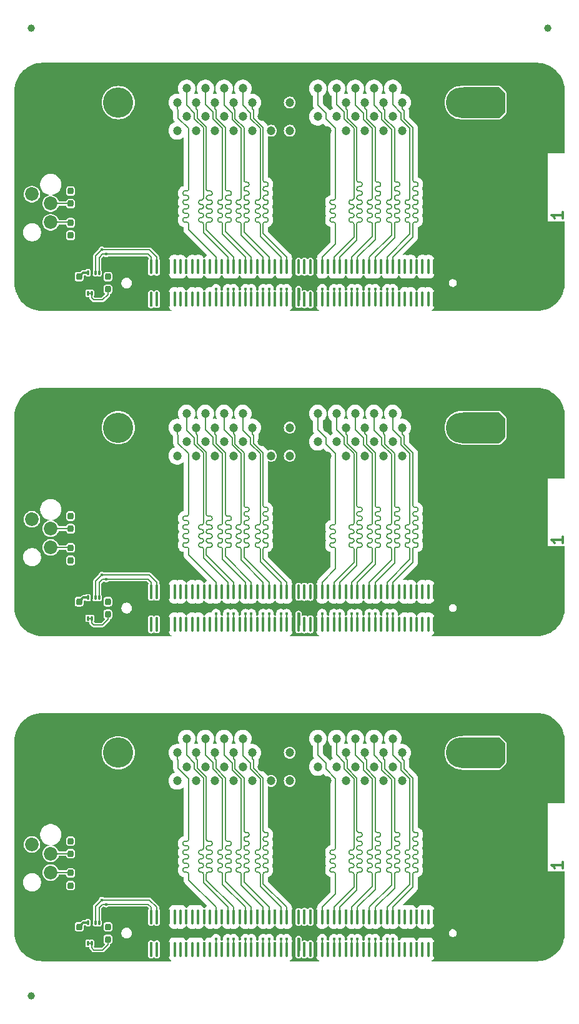
<source format=gtl>
G04 #@! TF.GenerationSoftware,KiCad,Pcbnew,8.0.6*
G04 #@! TF.CreationDate,2024-11-07T02:27:27-08:00*
G04 #@! TF.ProjectId,mse-50-hd-panel,6d73652d-3530-42d6-9864-2d70616e656c,1*
G04 #@! TF.SameCoordinates,Original*
G04 #@! TF.FileFunction,Copper,L1,Top*
G04 #@! TF.FilePolarity,Positive*
%FSLAX46Y46*%
G04 Gerber Fmt 4.6, Leading zero omitted, Abs format (unit mm)*
G04 Created by KiCad (PCBNEW 8.0.6) date 2024-11-07 02:27:27*
%MOMM*%
%LPD*%
G01*
G04 APERTURE LIST*
G04 Aperture macros list*
%AMRoundRect*
0 Rectangle with rounded corners*
0 $1 Rounding radius*
0 $2 $3 $4 $5 $6 $7 $8 $9 X,Y pos of 4 corners*
0 Add a 4 corners polygon primitive as box body*
4,1,4,$2,$3,$4,$5,$6,$7,$8,$9,$2,$3,0*
0 Add four circle primitives for the rounded corners*
1,1,$1+$1,$2,$3*
1,1,$1+$1,$4,$5*
1,1,$1+$1,$6,$7*
1,1,$1+$1,$8,$9*
0 Add four rect primitives between the rounded corners*
20,1,$1+$1,$2,$3,$4,$5,0*
20,1,$1+$1,$4,$5,$6,$7,0*
20,1,$1+$1,$6,$7,$8,$9,0*
20,1,$1+$1,$8,$9,$2,$3,0*%
G04 Aperture macros list end*
%ADD10C,0.300000*%
G04 #@! TA.AperFunction,NonConductor*
%ADD11C,0.300000*%
G04 #@! TD*
G04 #@! TA.AperFunction,ComponentPad*
%ADD12C,1.200000*%
G04 #@! TD*
G04 #@! TA.AperFunction,ComponentPad*
%ADD13C,4.100000*%
G04 #@! TD*
G04 #@! TA.AperFunction,SMDPad,CuDef*
%ADD14RoundRect,0.200000X0.200000X-0.250000X0.200000X0.250000X-0.200000X0.250000X-0.200000X-0.250000X0*%
G04 #@! TD*
G04 #@! TA.AperFunction,ComponentPad*
%ADD15C,6.400000*%
G04 #@! TD*
G04 #@! TA.AperFunction,SMDPad,CuDef*
%ADD16C,1.000000*%
G04 #@! TD*
G04 #@! TA.AperFunction,SMDPad,CuDef*
%ADD17RoundRect,0.046875X0.103125X-0.253125X0.103125X0.253125X-0.103125X0.253125X-0.103125X-0.253125X0*%
G04 #@! TD*
G04 #@! TA.AperFunction,SMDPad,CuDef*
%ADD18RoundRect,0.250000X0.550000X-0.550000X0.550000X0.550000X-0.550000X0.550000X-0.550000X-0.550000X0*%
G04 #@! TD*
G04 #@! TA.AperFunction,SMDPad,CuDef*
%ADD19RoundRect,0.200000X-0.250000X-0.200000X0.250000X-0.200000X0.250000X0.200000X-0.250000X0.200000X0*%
G04 #@! TD*
G04 #@! TA.AperFunction,ComponentPad*
%ADD20C,1.850000*%
G04 #@! TD*
G04 #@! TA.AperFunction,SMDPad,CuDef*
%ADD21RoundRect,0.100000X0.100000X0.900000X-0.100000X0.900000X-0.100000X-0.900000X0.100000X-0.900000X0*%
G04 #@! TD*
G04 #@! TA.AperFunction,SMDPad,CuDef*
%ADD22RoundRect,0.200000X0.250000X0.200000X-0.250000X0.200000X-0.250000X-0.200000X0.250000X-0.200000X0*%
G04 #@! TD*
G04 #@! TA.AperFunction,SMDPad,CuDef*
%ADD23RoundRect,0.200000X-0.200000X0.250000X-0.200000X-0.250000X0.200000X-0.250000X0.200000X0.250000X0*%
G04 #@! TD*
G04 #@! TA.AperFunction,ViaPad*
%ADD24C,0.450000*%
G04 #@! TD*
G04 #@! TA.AperFunction,Conductor*
%ADD25C,0.300000*%
G04 #@! TD*
G04 #@! TA.AperFunction,Conductor*
%ADD26C,0.151400*%
G04 #@! TD*
G04 #@! TA.AperFunction,Conductor*
%ADD27C,0.400000*%
G04 #@! TD*
G04 #@! TA.AperFunction,Conductor*
%ADD28C,0.200000*%
G04 #@! TD*
G04 APERTURE END LIST*
D10*
D11*
X-499172Y108630573D02*
X-499172Y107773430D01*
X-499172Y108202001D02*
X-1999172Y108202001D01*
X-1999172Y108202001D02*
X-1784886Y108059144D01*
X-1784886Y108059144D02*
X-1642029Y107916287D01*
X-1642029Y107916287D02*
X-1570600Y107773430D01*
D10*
D11*
X-499172Y20630573D02*
X-499172Y19773430D01*
X-499172Y20202001D02*
X-1999172Y20202001D01*
X-1999172Y20202001D02*
X-1784886Y20059144D01*
X-1784886Y20059144D02*
X-1642029Y19916287D01*
X-1642029Y19916287D02*
X-1570600Y19773430D01*
D10*
D11*
X-499172Y64630573D02*
X-499172Y63773430D01*
X-499172Y64202001D02*
X-1999172Y64202001D01*
X-1999172Y64202001D02*
X-1784886Y64059144D01*
X-1784886Y64059144D02*
X-1642029Y63916287D01*
X-1642029Y63916287D02*
X-1570600Y63773430D01*
D12*
G04 #@! TO.P,J5,1,Pin_1*
G04 #@! TO.N,Board_0-/CON.DB0+*
X-52740001Y119608000D03*
G04 #@! TO.P,J5,2,Pin_2*
G04 #@! TO.N,Board_0-/CON.DB1+*
X-51470000Y121513001D03*
G04 #@! TO.P,J5,3,Pin_3*
G04 #@! TO.N,Board_0-/CON.DB2+*
X-50200000Y119608000D03*
G04 #@! TO.P,J5,4,Pin_4*
G04 #@! TO.N,Board_0-/CON.DB3+*
X-48930001Y121513001D03*
G04 #@! TO.P,J5,5,Pin_5*
G04 #@! TO.N,Board_0-/CON.DB4+*
X-47659999Y119608000D03*
G04 #@! TO.P,J5,6,Pin_6*
G04 #@! TO.N,Board_0-/CON.DB5+*
X-46390000Y121512998D03*
G04 #@! TO.P,J5,7,Pin_7*
G04 #@! TO.N,Board_0-/CON.DB6+*
X-45119999Y119608000D03*
G04 #@! TO.P,J5,8,Pin_8*
G04 #@! TO.N,Board_0-/CON.DB7+*
X-43850001Y121513001D03*
G04 #@! TO.P,J5,9,Pin_9*
G04 #@! TO.N,Board_0-/CON.DP0+*
X-42579998Y119608000D03*
G04 #@! TO.P,J5,10,Pin_10*
G04 #@! TO.N,Board_0-GND*
X-41310001Y121513001D03*
G04 #@! TO.P,J5,11,Pin_11*
G04 #@! TO.N,Board_0-/CON.DIFFSENSE*
X-40039997Y119608000D03*
G04 #@! TO.P,J5,12,Pin_12*
G04 #@! TO.N,Board_0-GND*
X-38770000Y121513001D03*
G04 #@! TO.P,J5,13,Pin_13*
G04 #@! TO.N,Board_0-unconnected-(J5-Pin_13-Pad13)*
X-37500000Y119608000D03*
G04 #@! TO.P,J5,14,Pin_14*
G04 #@! TO.N,Board_0-GND*
X-36229999Y121512998D03*
G04 #@! TO.P,J5,15,Pin_15*
X-34959999Y119608000D03*
G04 #@! TO.P,J5,16,Pin_16*
G04 #@! TO.N,Board_0-/CON.ATN+*
X-33690000Y121512998D03*
G04 #@! TO.P,J5,17,Pin_17*
G04 #@! TO.N,Board_0-GND*
X-32419998Y119608000D03*
G04 #@! TO.P,J5,18,Pin_18*
G04 #@! TO.N,Board_0-/CON.BSY+*
X-31149999Y121513001D03*
G04 #@! TO.P,J5,19,Pin_19*
G04 #@! TO.N,Board_0-/CON.ACK+*
X-29880001Y119608000D03*
G04 #@! TO.P,J5,20,Pin_20*
G04 #@! TO.N,Board_0-/CON.RST+*
X-28610000Y121513001D03*
G04 #@! TO.P,J5,21,Pin_21*
G04 #@! TO.N,Board_0-/CON.MSG+*
X-27340000Y119608000D03*
G04 #@! TO.P,J5,22,Pin_22*
G04 #@! TO.N,Board_0-/CON.SEL+*
X-26070000Y121513001D03*
G04 #@! TO.P,J5,23,Pin_23*
G04 #@! TO.N,Board_0-/CON.C{slash}D+*
X-24799999Y119608000D03*
G04 #@! TO.P,J5,24,Pin_24*
G04 #@! TO.N,Board_0-/CON.REQ+*
X-23530000Y121512998D03*
G04 #@! TO.P,J5,25,Pin_25*
G04 #@! TO.N,Board_0-/CON.I{slash}O+*
X-22259999Y119608000D03*
G04 #@! TO.P,J5,26,Pin_26*
G04 #@! TO.N,Board_0-/CON.DB0-*
X-52740002Y123418000D03*
G04 #@! TO.P,J5,27,Pin_27*
G04 #@! TO.N,Board_0-/CON.DB1-*
X-51470000Y125322999D03*
G04 #@! TO.P,J5,28,Pin_28*
G04 #@! TO.N,Board_0-/CON.DB2-*
X-50200002Y123417999D03*
G04 #@! TO.P,J5,29,Pin_29*
G04 #@! TO.N,Board_0-/CON.DB3-*
X-48929998Y125322999D03*
G04 #@! TO.P,J5,30,Pin_30*
G04 #@! TO.N,Board_0-/CON.DB4-*
X-47660000Y123417999D03*
G04 #@! TO.P,J5,31,Pin_31*
G04 #@! TO.N,Board_0-/CON.DB5-*
X-46389999Y125322999D03*
G04 #@! TO.P,J5,32,Pin_32*
G04 #@! TO.N,Board_0-/CON.DB6-*
X-45120000Y123417999D03*
G04 #@! TO.P,J5,33,Pin_33*
G04 #@! TO.N,Board_0-/CON.DB7-*
X-43849998Y125322999D03*
G04 #@! TO.P,J5,34,Pin_34*
G04 #@! TO.N,Board_0-/CON.DP0-*
X-42580001Y123417999D03*
G04 #@! TO.P,J5,35,Pin_35*
G04 #@! TO.N,Board_0-GND*
X-41309999Y125322999D03*
G04 #@! TO.P,J5,36,Pin_36*
X-40040000Y123418000D03*
G04 #@! TO.P,J5,37,Pin_37*
X-38770000Y125322999D03*
G04 #@! TO.P,J5,38,Pin_38*
G04 #@! TO.N,Board_0-/CON.TERMPWR*
X-37500000Y123417999D03*
G04 #@! TO.P,J5,39,Pin_39*
G04 #@! TO.N,Board_0-GND*
X-36229999Y125322999D03*
G04 #@! TO.P,J5,40,Pin_40*
X-34960002Y123417999D03*
G04 #@! TO.P,J5,41,Pin_41*
G04 #@! TO.N,Board_0-/CON.ATN-*
X-33689997Y125322999D03*
G04 #@! TO.P,J5,42,Pin_42*
G04 #@! TO.N,Board_0-GND*
X-32420000Y123417999D03*
G04 #@! TO.P,J5,43,Pin_43*
G04 #@! TO.N,Board_0-/CON.BSY-*
X-31149999Y125322999D03*
G04 #@! TO.P,J5,44,Pin_44*
G04 #@! TO.N,Board_0-/CON.ACK-*
X-29880002Y123418000D03*
G04 #@! TO.P,J5,45,Pin_45*
G04 #@! TO.N,Board_0-/CON.RST-*
X-28610000Y125322998D03*
G04 #@! TO.P,J5,46,Pin_46*
G04 #@! TO.N,Board_0-/CON.MSG-*
X-27340002Y123417999D03*
G04 #@! TO.P,J5,47,Pin_47*
G04 #@! TO.N,Board_0-/CON.SEL-*
X-26069998Y125322999D03*
G04 #@! TO.P,J5,48,Pin_48*
G04 #@! TO.N,Board_0-/CON.C{slash}D-*
X-24800000Y123417999D03*
G04 #@! TO.P,J5,49,Pin_49*
G04 #@! TO.N,Board_0-/CON.REQ-*
X-23529999Y125322999D03*
G04 #@! TO.P,J5,50,Pin_50*
G04 #@! TO.N,Board_0-/CON.I{slash}O-*
X-22260000Y123417999D03*
D13*
G04 #@! TO.P,J5,SHIELD,SHIELD*
G04 #@! TO.N,Board_0-/SHIELD*
X-14258999Y123417999D03*
X-60741000Y123417999D03*
G04 #@! TD*
D14*
G04 #@! TO.P,C1,1*
G04 #@! TO.N,Board_1-GND*
X-66050000Y54152000D03*
G04 #@! TO.P,C1,2*
G04 #@! TO.N,Board_1-+3V3*
X-66050000Y55852000D03*
G04 #@! TD*
D12*
G04 #@! TO.P,J5,1,Pin_1*
G04 #@! TO.N,Board_2-/CON.DB0+*
X-52740001Y31608000D03*
G04 #@! TO.P,J5,2,Pin_2*
G04 #@! TO.N,Board_2-/CON.DB1+*
X-51470000Y33513001D03*
G04 #@! TO.P,J5,3,Pin_3*
G04 #@! TO.N,Board_2-/CON.DB2+*
X-50200000Y31608000D03*
G04 #@! TO.P,J5,4,Pin_4*
G04 #@! TO.N,Board_2-/CON.DB3+*
X-48930001Y33513001D03*
G04 #@! TO.P,J5,5,Pin_5*
G04 #@! TO.N,Board_2-/CON.DB4+*
X-47659999Y31608000D03*
G04 #@! TO.P,J5,6,Pin_6*
G04 #@! TO.N,Board_2-/CON.DB5+*
X-46390000Y33512998D03*
G04 #@! TO.P,J5,7,Pin_7*
G04 #@! TO.N,Board_2-/CON.DB6+*
X-45119999Y31608000D03*
G04 #@! TO.P,J5,8,Pin_8*
G04 #@! TO.N,Board_2-/CON.DB7+*
X-43850001Y33513001D03*
G04 #@! TO.P,J5,9,Pin_9*
G04 #@! TO.N,Board_2-/CON.DP0+*
X-42579998Y31608000D03*
G04 #@! TO.P,J5,10,Pin_10*
G04 #@! TO.N,Board_2-GND*
X-41310001Y33513001D03*
G04 #@! TO.P,J5,11,Pin_11*
G04 #@! TO.N,Board_2-/CON.DIFFSENSE*
X-40039997Y31608000D03*
G04 #@! TO.P,J5,12,Pin_12*
G04 #@! TO.N,Board_2-GND*
X-38770000Y33513001D03*
G04 #@! TO.P,J5,13,Pin_13*
G04 #@! TO.N,Board_2-unconnected-(J5-Pin_13-Pad13)*
X-37500000Y31608000D03*
G04 #@! TO.P,J5,14,Pin_14*
G04 #@! TO.N,Board_2-GND*
X-36229999Y33512998D03*
G04 #@! TO.P,J5,15,Pin_15*
X-34959999Y31608000D03*
G04 #@! TO.P,J5,16,Pin_16*
G04 #@! TO.N,Board_2-/CON.ATN+*
X-33690000Y33512998D03*
G04 #@! TO.P,J5,17,Pin_17*
G04 #@! TO.N,Board_2-GND*
X-32419998Y31608000D03*
G04 #@! TO.P,J5,18,Pin_18*
G04 #@! TO.N,Board_2-/CON.BSY+*
X-31149999Y33513001D03*
G04 #@! TO.P,J5,19,Pin_19*
G04 #@! TO.N,Board_2-/CON.ACK+*
X-29880001Y31608000D03*
G04 #@! TO.P,J5,20,Pin_20*
G04 #@! TO.N,Board_2-/CON.RST+*
X-28610000Y33513001D03*
G04 #@! TO.P,J5,21,Pin_21*
G04 #@! TO.N,Board_2-/CON.MSG+*
X-27340000Y31608000D03*
G04 #@! TO.P,J5,22,Pin_22*
G04 #@! TO.N,Board_2-/CON.SEL+*
X-26070000Y33513001D03*
G04 #@! TO.P,J5,23,Pin_23*
G04 #@! TO.N,Board_2-/CON.C{slash}D+*
X-24799999Y31608000D03*
G04 #@! TO.P,J5,24,Pin_24*
G04 #@! TO.N,Board_2-/CON.REQ+*
X-23530000Y33512998D03*
G04 #@! TO.P,J5,25,Pin_25*
G04 #@! TO.N,Board_2-/CON.I{slash}O+*
X-22259999Y31608000D03*
G04 #@! TO.P,J5,26,Pin_26*
G04 #@! TO.N,Board_2-/CON.DB0-*
X-52740002Y35418000D03*
G04 #@! TO.P,J5,27,Pin_27*
G04 #@! TO.N,Board_2-/CON.DB1-*
X-51470000Y37322999D03*
G04 #@! TO.P,J5,28,Pin_28*
G04 #@! TO.N,Board_2-/CON.DB2-*
X-50200002Y35417999D03*
G04 #@! TO.P,J5,29,Pin_29*
G04 #@! TO.N,Board_2-/CON.DB3-*
X-48929998Y37322999D03*
G04 #@! TO.P,J5,30,Pin_30*
G04 #@! TO.N,Board_2-/CON.DB4-*
X-47660000Y35417999D03*
G04 #@! TO.P,J5,31,Pin_31*
G04 #@! TO.N,Board_2-/CON.DB5-*
X-46389999Y37322999D03*
G04 #@! TO.P,J5,32,Pin_32*
G04 #@! TO.N,Board_2-/CON.DB6-*
X-45120000Y35417999D03*
G04 #@! TO.P,J5,33,Pin_33*
G04 #@! TO.N,Board_2-/CON.DB7-*
X-43849998Y37322999D03*
G04 #@! TO.P,J5,34,Pin_34*
G04 #@! TO.N,Board_2-/CON.DP0-*
X-42580001Y35417999D03*
G04 #@! TO.P,J5,35,Pin_35*
G04 #@! TO.N,Board_2-GND*
X-41309999Y37322999D03*
G04 #@! TO.P,J5,36,Pin_36*
X-40040000Y35418000D03*
G04 #@! TO.P,J5,37,Pin_37*
X-38770000Y37322999D03*
G04 #@! TO.P,J5,38,Pin_38*
G04 #@! TO.N,Board_2-/CON.TERMPWR*
X-37500000Y35417999D03*
G04 #@! TO.P,J5,39,Pin_39*
G04 #@! TO.N,Board_2-GND*
X-36229999Y37322999D03*
G04 #@! TO.P,J5,40,Pin_40*
X-34960002Y35417999D03*
G04 #@! TO.P,J5,41,Pin_41*
G04 #@! TO.N,Board_2-/CON.ATN-*
X-33689997Y37322999D03*
G04 #@! TO.P,J5,42,Pin_42*
G04 #@! TO.N,Board_2-GND*
X-32420000Y35417999D03*
G04 #@! TO.P,J5,43,Pin_43*
G04 #@! TO.N,Board_2-/CON.BSY-*
X-31149999Y37322999D03*
G04 #@! TO.P,J5,44,Pin_44*
G04 #@! TO.N,Board_2-/CON.ACK-*
X-29880002Y35418000D03*
G04 #@! TO.P,J5,45,Pin_45*
G04 #@! TO.N,Board_2-/CON.RST-*
X-28610000Y37322998D03*
G04 #@! TO.P,J5,46,Pin_46*
G04 #@! TO.N,Board_2-/CON.MSG-*
X-27340002Y35417999D03*
G04 #@! TO.P,J5,47,Pin_47*
G04 #@! TO.N,Board_2-/CON.SEL-*
X-26069998Y37322999D03*
G04 #@! TO.P,J5,48,Pin_48*
G04 #@! TO.N,Board_2-/CON.C{slash}D-*
X-24800000Y35417999D03*
G04 #@! TO.P,J5,49,Pin_49*
G04 #@! TO.N,Board_2-/CON.REQ-*
X-23529999Y37322999D03*
G04 #@! TO.P,J5,50,Pin_50*
G04 #@! TO.N,Board_2-/CON.I{slash}O-*
X-22260000Y35417999D03*
D13*
G04 #@! TO.P,J5,SHIELD,SHIELD*
G04 #@! TO.N,Board_2-/SHIELD*
X-14258999Y35417999D03*
X-60741000Y35417999D03*
G04 #@! TD*
D15*
G04 #@! TO.P,H3,1,1*
G04 #@! TO.N,Board_0-GND*
X-71000000Y99002000D03*
G04 #@! TD*
D16*
G04 #@! TO.P,KiKit_FID_T_2,*
G04 #@! TO.N,*
X-2500000Y133503500D03*
G04 #@! TD*
D17*
G04 #@! TO.P,U1,1,E0*
G04 #@! TO.N,Board_0-Net-(U1-E0)*
X-64850001Y97602000D03*
G04 #@! TO.P,U1,2,E1*
X-64350000Y97602000D03*
G04 #@! TO.P,U1,3,E2*
G04 #@! TO.N,Board_0-GND*
X-63850000Y97602000D03*
G04 #@! TO.P,U1,4,VSS*
X-63349999Y97602000D03*
G04 #@! TO.P,U1,5,SDA*
G04 #@! TO.N,Board_0-/PHY.ID_SDA*
X-63349999Y100402000D03*
G04 #@! TO.P,U1,6,SCL*
G04 #@! TO.N,Board_0-/PHY.ID_SCL*
X-63850000Y100402000D03*
G04 #@! TO.P,U1,7,~{WC}*
G04 #@! TO.N,Board_0-GND*
X-64350000Y100402000D03*
G04 #@! TO.P,U1,8,VCC*
G04 #@! TO.N,Board_0-+3V3*
X-64850001Y100402000D03*
D18*
G04 #@! TO.P,U1,EP,VSS*
G04 #@! TO.N,Board_0-GND*
X-64100000Y99002000D03*
G04 #@! TD*
D17*
G04 #@! TO.P,U1,1,E0*
G04 #@! TO.N,Board_2-Net-(U1-E0)*
X-64850001Y9602000D03*
G04 #@! TO.P,U1,2,E1*
X-64350000Y9602000D03*
G04 #@! TO.P,U1,3,E2*
G04 #@! TO.N,Board_2-GND*
X-63850000Y9602000D03*
G04 #@! TO.P,U1,4,VSS*
X-63349999Y9602000D03*
G04 #@! TO.P,U1,5,SDA*
G04 #@! TO.N,Board_2-/PHY.ID_SDA*
X-63349999Y12402000D03*
G04 #@! TO.P,U1,6,SCL*
G04 #@! TO.N,Board_2-/PHY.ID_SCL*
X-63850000Y12402000D03*
G04 #@! TO.P,U1,7,~{WC}*
G04 #@! TO.N,Board_2-GND*
X-64350000Y12402000D03*
G04 #@! TO.P,U1,8,VCC*
G04 #@! TO.N,Board_2-+3V3*
X-64850001Y12402000D03*
D18*
G04 #@! TO.P,U1,EP,VSS*
G04 #@! TO.N,Board_2-GND*
X-64100000Y11002000D03*
G04 #@! TD*
D19*
G04 #@! TO.P,R4,1*
G04 #@! TO.N,Board_0-/SHIELD*
X-8750000Y122752000D03*
G04 #@! TO.P,R4,2*
G04 #@! TO.N,Board_0-GND*
X-7050000Y122752000D03*
G04 #@! TD*
D14*
G04 #@! TO.P,C1,1*
G04 #@! TO.N,Board_2-GND*
X-66050000Y10152000D03*
G04 #@! TO.P,C1,2*
G04 #@! TO.N,Board_2-+3V3*
X-66050000Y11852000D03*
G04 #@! TD*
D15*
G04 #@! TO.P,H3,1,1*
G04 #@! TO.N,Board_1-GND*
X-71000000Y55002000D03*
G04 #@! TD*
D19*
G04 #@! TO.P,R4,1*
G04 #@! TO.N,Board_2-/SHIELD*
X-8750000Y34752000D03*
G04 #@! TO.P,R4,2*
G04 #@! TO.N,Board_2-GND*
X-7050000Y34752000D03*
G04 #@! TD*
D12*
G04 #@! TO.P,J5,1,Pin_1*
G04 #@! TO.N,Board_1-/CON.DB0+*
X-52740001Y75608000D03*
G04 #@! TO.P,J5,2,Pin_2*
G04 #@! TO.N,Board_1-/CON.DB1+*
X-51470000Y77513001D03*
G04 #@! TO.P,J5,3,Pin_3*
G04 #@! TO.N,Board_1-/CON.DB2+*
X-50200000Y75608000D03*
G04 #@! TO.P,J5,4,Pin_4*
G04 #@! TO.N,Board_1-/CON.DB3+*
X-48930001Y77513001D03*
G04 #@! TO.P,J5,5,Pin_5*
G04 #@! TO.N,Board_1-/CON.DB4+*
X-47659999Y75608000D03*
G04 #@! TO.P,J5,6,Pin_6*
G04 #@! TO.N,Board_1-/CON.DB5+*
X-46390000Y77512998D03*
G04 #@! TO.P,J5,7,Pin_7*
G04 #@! TO.N,Board_1-/CON.DB6+*
X-45119999Y75608000D03*
G04 #@! TO.P,J5,8,Pin_8*
G04 #@! TO.N,Board_1-/CON.DB7+*
X-43850001Y77513001D03*
G04 #@! TO.P,J5,9,Pin_9*
G04 #@! TO.N,Board_1-/CON.DP0+*
X-42579998Y75608000D03*
G04 #@! TO.P,J5,10,Pin_10*
G04 #@! TO.N,Board_1-GND*
X-41310001Y77513001D03*
G04 #@! TO.P,J5,11,Pin_11*
G04 #@! TO.N,Board_1-/CON.DIFFSENSE*
X-40039997Y75608000D03*
G04 #@! TO.P,J5,12,Pin_12*
G04 #@! TO.N,Board_1-GND*
X-38770000Y77513001D03*
G04 #@! TO.P,J5,13,Pin_13*
G04 #@! TO.N,Board_1-unconnected-(J5-Pin_13-Pad13)*
X-37500000Y75608000D03*
G04 #@! TO.P,J5,14,Pin_14*
G04 #@! TO.N,Board_1-GND*
X-36229999Y77512998D03*
G04 #@! TO.P,J5,15,Pin_15*
X-34959999Y75608000D03*
G04 #@! TO.P,J5,16,Pin_16*
G04 #@! TO.N,Board_1-/CON.ATN+*
X-33690000Y77512998D03*
G04 #@! TO.P,J5,17,Pin_17*
G04 #@! TO.N,Board_1-GND*
X-32419998Y75608000D03*
G04 #@! TO.P,J5,18,Pin_18*
G04 #@! TO.N,Board_1-/CON.BSY+*
X-31149999Y77513001D03*
G04 #@! TO.P,J5,19,Pin_19*
G04 #@! TO.N,Board_1-/CON.ACK+*
X-29880001Y75608000D03*
G04 #@! TO.P,J5,20,Pin_20*
G04 #@! TO.N,Board_1-/CON.RST+*
X-28610000Y77513001D03*
G04 #@! TO.P,J5,21,Pin_21*
G04 #@! TO.N,Board_1-/CON.MSG+*
X-27340000Y75608000D03*
G04 #@! TO.P,J5,22,Pin_22*
G04 #@! TO.N,Board_1-/CON.SEL+*
X-26070000Y77513001D03*
G04 #@! TO.P,J5,23,Pin_23*
G04 #@! TO.N,Board_1-/CON.C{slash}D+*
X-24799999Y75608000D03*
G04 #@! TO.P,J5,24,Pin_24*
G04 #@! TO.N,Board_1-/CON.REQ+*
X-23530000Y77512998D03*
G04 #@! TO.P,J5,25,Pin_25*
G04 #@! TO.N,Board_1-/CON.I{slash}O+*
X-22259999Y75608000D03*
G04 #@! TO.P,J5,26,Pin_26*
G04 #@! TO.N,Board_1-/CON.DB0-*
X-52740002Y79418000D03*
G04 #@! TO.P,J5,27,Pin_27*
G04 #@! TO.N,Board_1-/CON.DB1-*
X-51470000Y81322999D03*
G04 #@! TO.P,J5,28,Pin_28*
G04 #@! TO.N,Board_1-/CON.DB2-*
X-50200002Y79417999D03*
G04 #@! TO.P,J5,29,Pin_29*
G04 #@! TO.N,Board_1-/CON.DB3-*
X-48929998Y81322999D03*
G04 #@! TO.P,J5,30,Pin_30*
G04 #@! TO.N,Board_1-/CON.DB4-*
X-47660000Y79417999D03*
G04 #@! TO.P,J5,31,Pin_31*
G04 #@! TO.N,Board_1-/CON.DB5-*
X-46389999Y81322999D03*
G04 #@! TO.P,J5,32,Pin_32*
G04 #@! TO.N,Board_1-/CON.DB6-*
X-45120000Y79417999D03*
G04 #@! TO.P,J5,33,Pin_33*
G04 #@! TO.N,Board_1-/CON.DB7-*
X-43849998Y81322999D03*
G04 #@! TO.P,J5,34,Pin_34*
G04 #@! TO.N,Board_1-/CON.DP0-*
X-42580001Y79417999D03*
G04 #@! TO.P,J5,35,Pin_35*
G04 #@! TO.N,Board_1-GND*
X-41309999Y81322999D03*
G04 #@! TO.P,J5,36,Pin_36*
X-40040000Y79418000D03*
G04 #@! TO.P,J5,37,Pin_37*
X-38770000Y81322999D03*
G04 #@! TO.P,J5,38,Pin_38*
G04 #@! TO.N,Board_1-/CON.TERMPWR*
X-37500000Y79417999D03*
G04 #@! TO.P,J5,39,Pin_39*
G04 #@! TO.N,Board_1-GND*
X-36229999Y81322999D03*
G04 #@! TO.P,J5,40,Pin_40*
X-34960002Y79417999D03*
G04 #@! TO.P,J5,41,Pin_41*
G04 #@! TO.N,Board_1-/CON.ATN-*
X-33689997Y81322999D03*
G04 #@! TO.P,J5,42,Pin_42*
G04 #@! TO.N,Board_1-GND*
X-32420000Y79417999D03*
G04 #@! TO.P,J5,43,Pin_43*
G04 #@! TO.N,Board_1-/CON.BSY-*
X-31149999Y81322999D03*
G04 #@! TO.P,J5,44,Pin_44*
G04 #@! TO.N,Board_1-/CON.ACK-*
X-29880002Y79418000D03*
G04 #@! TO.P,J5,45,Pin_45*
G04 #@! TO.N,Board_1-/CON.RST-*
X-28610000Y81322998D03*
G04 #@! TO.P,J5,46,Pin_46*
G04 #@! TO.N,Board_1-/CON.MSG-*
X-27340002Y79417999D03*
G04 #@! TO.P,J5,47,Pin_47*
G04 #@! TO.N,Board_1-/CON.SEL-*
X-26069998Y81322999D03*
G04 #@! TO.P,J5,48,Pin_48*
G04 #@! TO.N,Board_1-/CON.C{slash}D-*
X-24800000Y79417999D03*
G04 #@! TO.P,J5,49,Pin_49*
G04 #@! TO.N,Board_1-/CON.REQ-*
X-23529999Y81322999D03*
G04 #@! TO.P,J5,50,Pin_50*
G04 #@! TO.N,Board_1-/CON.I{slash}O-*
X-22260000Y79417999D03*
D13*
G04 #@! TO.P,J5,SHIELD,SHIELD*
G04 #@! TO.N,Board_1-/SHIELD*
X-14258999Y79417999D03*
X-60741000Y79417999D03*
G04 #@! TD*
D14*
G04 #@! TO.P,R3,1*
G04 #@! TO.N,Board_2-+3V3*
X-67200000Y17452000D03*
G04 #@! TO.P,R3,2*
G04 #@! TO.N,Board_2-/PHY.ID_SCL*
X-67200000Y19152000D03*
G04 #@! TD*
G04 #@! TO.P,C1,1*
G04 #@! TO.N,Board_0-GND*
X-66050000Y98152000D03*
G04 #@! TO.P,C1,2*
G04 #@! TO.N,Board_0-+3V3*
X-66050000Y99852000D03*
G04 #@! TD*
D15*
G04 #@! TO.P,H3,1,1*
G04 #@! TO.N,Board_2-GND*
X-71000000Y11002000D03*
G04 #@! TD*
D20*
G04 #@! TO.P,J3,1,Pin_1*
G04 #@! TO.N,Board_1-+3V3*
X-72440000Y67012000D03*
G04 #@! TO.P,J3,2,Pin_2*
G04 #@! TO.N,Board_1-/PHY.ID_SDA*
X-69900000Y65742000D03*
G04 #@! TO.P,J3,3,Pin_3*
G04 #@! TO.N,Board_1-GND*
X-72440000Y64472000D03*
G04 #@! TO.P,J3,4,Pin_4*
G04 #@! TO.N,Board_1-/PHY.ID_SCL*
X-69900000Y63202000D03*
G04 #@! TD*
D21*
G04 #@! TO.P,J1,1,Pin_1*
G04 #@! TO.N,Board_2-GND*
X-57100000Y8802000D03*
G04 #@! TO.P,J1,2,Pin_2*
X-57100000Y13202000D03*
G04 #@! TO.P,J1,3,Pin_3*
G04 #@! TO.N,Board_2-+3V3*
X-56300000Y8802001D03*
G04 #@! TO.P,J1,4,Pin_4*
G04 #@! TO.N,Board_2-/PHY.ID_SDA*
X-56300000Y13201999D03*
G04 #@! TO.P,J1,5,Pin_5*
G04 #@! TO.N,Board_2-unconnected-(J1-Pin_5-Pad5)*
X-55500000Y8802000D03*
G04 #@! TO.P,J1,6,Pin_6*
G04 #@! TO.N,Board_2-/PHY.ID_SCL*
X-55500000Y13202000D03*
G04 #@! TO.P,J1,7,Pin_7*
G04 #@! TO.N,Board_2-GND*
X-54700001Y8802000D03*
G04 #@! TO.P,J1,8,Pin_8*
X-54700001Y13202000D03*
G04 #@! TO.P,J1,9,Pin_9*
X-53900000Y8802000D03*
G04 #@! TO.P,J1,10,Pin_10*
X-53900000Y13202000D03*
G04 #@! TO.P,J1,11,Pin_11*
G04 #@! TO.N,Board_2-/CON.DB12+*
X-53100000Y8802000D03*
G04 #@! TO.P,J1,12,Pin_12*
G04 #@! TO.N,Board_2-/CON.DB12-*
X-53100000Y13202000D03*
G04 #@! TO.P,J1,13,Pin_13*
G04 #@! TO.N,Board_2-/CON.DB13+*
X-52299999Y8802000D03*
G04 #@! TO.P,J1,14,Pin_14*
G04 #@! TO.N,Board_2-/CON.DB13-*
X-52299999Y13202000D03*
G04 #@! TO.P,J1,15,Pin_15*
G04 #@! TO.N,Board_2-GND*
X-51500000Y8802000D03*
G04 #@! TO.P,J1,16,Pin_16*
X-51500000Y13202000D03*
G04 #@! TO.P,J1,17,Pin_17*
G04 #@! TO.N,Board_2-/CON.DB14+*
X-50700000Y8802001D03*
G04 #@! TO.P,J1,18,Pin_18*
G04 #@! TO.N,Board_2-/CON.DB14-*
X-50700000Y13201999D03*
G04 #@! TO.P,J1,19,Pin_19*
G04 #@! TO.N,Board_2-/CON.DB15+*
X-49900000Y8802000D03*
G04 #@! TO.P,J1,20,Pin_20*
G04 #@! TO.N,Board_2-/CON.DB15-*
X-49900000Y13202000D03*
G04 #@! TO.P,J1,21,Pin_21*
G04 #@! TO.N,Board_2-GND*
X-49100000Y8802000D03*
G04 #@! TO.P,J1,22,Pin_22*
X-49100000Y13202000D03*
G04 #@! TO.P,J1,23,Pin_23*
G04 #@! TO.N,Board_2-/CON.DP1+*
X-48300000Y8802000D03*
G04 #@! TO.P,J1,24,Pin_24*
G04 #@! TO.N,Board_2-/CON.DP1-*
X-48300000Y13202000D03*
G04 #@! TO.P,J1,25,Pin_25*
G04 #@! TO.N,Board_2-/CON.DB0+*
X-47500000Y8802000D03*
G04 #@! TO.P,J1,26,Pin_26*
G04 #@! TO.N,Board_2-/CON.DB0-*
X-47500000Y13202000D03*
G04 #@! TO.P,J1,27,Pin_27*
G04 #@! TO.N,Board_2-GND*
X-46699999Y8802000D03*
G04 #@! TO.P,J1,28,Pin_28*
X-46699999Y13202000D03*
G04 #@! TO.P,J1,29,Pin_29*
G04 #@! TO.N,Board_2-/CON.DB1+*
X-45900000Y8802000D03*
G04 #@! TO.P,J1,30,Pin_30*
G04 #@! TO.N,Board_2-/CON.DB1-*
X-45900000Y13202000D03*
G04 #@! TO.P,J1,31,Pin_31*
G04 #@! TO.N,Board_2-/CON.DB2+*
X-45100000Y8802001D03*
G04 #@! TO.P,J1,32,Pin_32*
G04 #@! TO.N,Board_2-/CON.DB2-*
X-45100000Y13201999D03*
G04 #@! TO.P,J1,33,Pin_33*
G04 #@! TO.N,Board_2-GND*
X-44300000Y8802000D03*
G04 #@! TO.P,J1,34,Pin_34*
X-44300000Y13202000D03*
G04 #@! TO.P,J1,35,Pin_35*
G04 #@! TO.N,Board_2-/CON.DB3+*
X-43500000Y8802000D03*
G04 #@! TO.P,J1,36,Pin_36*
G04 #@! TO.N,Board_2-/CON.DB3-*
X-43500000Y13202000D03*
G04 #@! TO.P,J1,37,Pin_37*
G04 #@! TO.N,Board_2-/CON.DB4+*
X-42700000Y8802000D03*
G04 #@! TO.P,J1,38,Pin_38*
G04 #@! TO.N,Board_2-/CON.DB4-*
X-42700000Y13202000D03*
G04 #@! TO.P,J1,39,Pin_39*
G04 #@! TO.N,Board_2-GND*
X-41900000Y8802000D03*
G04 #@! TO.P,J1,40,Pin_40*
X-41900000Y13202000D03*
G04 #@! TO.P,J1,41,Pin_41*
G04 #@! TO.N,Board_2-/CON.DB5+*
X-41099999Y8802000D03*
G04 #@! TO.P,J1,42,Pin_42*
G04 #@! TO.N,Board_2-/CON.DB5-*
X-41099999Y13202000D03*
G04 #@! TO.P,J1,43,Pin_43*
G04 #@! TO.N,Board_2-/CON.DB6+*
X-40300000Y8802000D03*
G04 #@! TO.P,J1,44,Pin_44*
G04 #@! TO.N,Board_2-/CON.DB6-*
X-40300000Y13202000D03*
G04 #@! TO.P,J1,45,Pin_45*
G04 #@! TO.N,Board_2-GND*
X-39500000Y8802001D03*
G04 #@! TO.P,J1,46,Pin_46*
X-39500000Y13201999D03*
G04 #@! TO.P,J1,47,Pin_47*
G04 #@! TO.N,Board_2-/CON.DB7+*
X-38700000Y8802000D03*
G04 #@! TO.P,J1,48,Pin_48*
G04 #@! TO.N,Board_2-/CON.DB7-*
X-38700000Y13202000D03*
G04 #@! TO.P,J1,49,Pin_49*
G04 #@! TO.N,Board_2-/CON.DP0+*
X-37900000Y8802000D03*
G04 #@! TO.P,J1,50,Pin_50*
G04 #@! TO.N,Board_2-/CON.DP0-*
X-37900000Y13202000D03*
G04 #@! TO.P,J1,51,Pin_51*
G04 #@! TO.N,Board_2-GND*
X-37100000Y8802000D03*
G04 #@! TO.P,J1,52,Pin_52*
X-37100000Y13202000D03*
G04 #@! TO.P,J1,53,Pin_53*
G04 #@! TO.N,Board_2-/CON.DIFFSENSE*
X-36300000Y8802000D03*
G04 #@! TO.P,J1,54,Pin_54*
G04 #@! TO.N,Board_2-unconnected-(J1-Pin_54-Pad54)*
X-36300000Y13202000D03*
G04 #@! TO.P,J1,55,Pin_55*
G04 #@! TO.N,Board_2-/CON.TERMPWR*
X-35500000Y8802001D03*
G04 #@! TO.P,J1,56,Pin_56*
X-35500000Y13201999D03*
G04 #@! TO.P,J1,57,Pin_57*
X-34700000Y8802000D03*
G04 #@! TO.P,J1,58,Pin_58*
X-34700000Y13202000D03*
G04 #@! TO.P,J1,59,Pin_59*
G04 #@! TO.N,Board_2-GND*
X-33900001Y8802000D03*
G04 #@! TO.P,J1,60,Pin_60*
X-33900001Y13202000D03*
G04 #@! TO.P,J1,61,Pin_61*
G04 #@! TO.N,Board_2-/CON.ATN+*
X-33100000Y8802000D03*
G04 #@! TO.P,J1,62,Pin_62*
G04 #@! TO.N,Board_2-/CON.ATN-*
X-33100000Y13202000D03*
G04 #@! TO.P,J1,63,Pin_63*
G04 #@! TO.N,Board_2-GND*
X-32300000Y8802000D03*
G04 #@! TO.P,J1,64,Pin_64*
X-32300000Y13202000D03*
G04 #@! TO.P,J1,65,Pin_65*
G04 #@! TO.N,Board_2-/CON.BSY+*
X-31500000Y8802000D03*
G04 #@! TO.P,J1,66,Pin_66*
G04 #@! TO.N,Board_2-/CON.BSY-*
X-31500000Y13202000D03*
G04 #@! TO.P,J1,67,Pin_67*
G04 #@! TO.N,Board_2-/CON.ACK+*
X-30700000Y8802000D03*
G04 #@! TO.P,J1,68,Pin_68*
G04 #@! TO.N,Board_2-/CON.ACK-*
X-30700000Y13202000D03*
G04 #@! TO.P,J1,69,Pin_69*
G04 #@! TO.N,Board_2-GND*
X-29900000Y8802001D03*
G04 #@! TO.P,J1,70,Pin_70*
X-29900000Y13201999D03*
G04 #@! TO.P,J1,71,Pin_71*
G04 #@! TO.N,Board_2-/CON.RST+*
X-29100000Y8802000D03*
G04 #@! TO.P,J1,72,Pin_72*
G04 #@! TO.N,Board_2-/CON.RST-*
X-29100000Y13202000D03*
G04 #@! TO.P,J1,73,Pin_73*
G04 #@! TO.N,Board_2-/CON.MSG+*
X-28300001Y8802000D03*
G04 #@! TO.P,J1,74,Pin_74*
G04 #@! TO.N,Board_2-/CON.MSG-*
X-28300001Y13202000D03*
G04 #@! TO.P,J1,75,Pin_75*
G04 #@! TO.N,Board_2-GND*
X-27500000Y8802000D03*
G04 #@! TO.P,J1,76,Pin_76*
X-27500000Y13202000D03*
G04 #@! TO.P,J1,77,Pin_77*
G04 #@! TO.N,Board_2-/CON.SEL+*
X-26700000Y8802000D03*
G04 #@! TO.P,J1,78,Pin_78*
G04 #@! TO.N,Board_2-/CON.SEL-*
X-26700000Y13202000D03*
G04 #@! TO.P,J1,79,Pin_79*
G04 #@! TO.N,Board_2-/CON.C{slash}D+*
X-25900000Y8802000D03*
G04 #@! TO.P,J1,80,Pin_80*
G04 #@! TO.N,Board_2-/CON.C{slash}D-*
X-25900000Y13202000D03*
G04 #@! TO.P,J1,81,Pin_81*
G04 #@! TO.N,Board_2-GND*
X-25100000Y8802000D03*
G04 #@! TO.P,J1,82,Pin_82*
X-25100000Y13202000D03*
G04 #@! TO.P,J1,83,Pin_83*
G04 #@! TO.N,Board_2-/CON.REQ+*
X-24300000Y8802001D03*
G04 #@! TO.P,J1,84,Pin_84*
G04 #@! TO.N,Board_2-/CON.REQ-*
X-24300000Y13201999D03*
G04 #@! TO.P,J1,85,Pin_85*
G04 #@! TO.N,Board_2-/CON.I{slash}O+*
X-23500000Y8802000D03*
G04 #@! TO.P,J1,86,Pin_86*
G04 #@! TO.N,Board_2-/CON.I{slash}O-*
X-23500000Y13202000D03*
G04 #@! TO.P,J1,87,Pin_87*
G04 #@! TO.N,Board_2-GND*
X-22700001Y8802000D03*
G04 #@! TO.P,J1,88,Pin_88*
X-22700001Y13202000D03*
G04 #@! TO.P,J1,89,Pin_89*
G04 #@! TO.N,Board_2-/CON.DB8+*
X-21900000Y8802000D03*
G04 #@! TO.P,J1,90,Pin_90*
G04 #@! TO.N,Board_2-/CON.DB8-*
X-21900000Y13202000D03*
G04 #@! TO.P,J1,91,Pin_91*
G04 #@! TO.N,Board_2-/CON.DB9+*
X-21100000Y8802000D03*
G04 #@! TO.P,J1,92,Pin_92*
G04 #@! TO.N,Board_2-/CON.DB9-*
X-21100000Y13202000D03*
G04 #@! TO.P,J1,93,Pin_93*
G04 #@! TO.N,Board_2-GND*
X-20299999Y8802000D03*
G04 #@! TO.P,J1,94,Pin_94*
X-20299999Y13202000D03*
G04 #@! TO.P,J1,95,Pin_95*
G04 #@! TO.N,Board_2-/CON.DB10+*
X-19500000Y8802000D03*
G04 #@! TO.P,J1,96,Pin_96*
G04 #@! TO.N,Board_2-/CON.DB10-*
X-19500000Y13202000D03*
G04 #@! TO.P,J1,97,Pin_97*
G04 #@! TO.N,Board_2-/CON.DB11+*
X-18700000Y8802001D03*
G04 #@! TO.P,J1,98,Pin_98*
G04 #@! TO.N,Board_2-/CON.DB11-*
X-18700000Y13201999D03*
G04 #@! TO.P,J1,99,Pin_99*
G04 #@! TO.N,Board_2-GND*
X-17900000Y8802000D03*
G04 #@! TO.P,J1,100,Pin_100*
X-17900000Y13202000D03*
G04 #@! TD*
D22*
G04 #@! TO.P,C2,1*
G04 #@! TO.N,Board_1-GND*
X-7050000Y80052000D03*
G04 #@! TO.P,C2,2*
G04 #@! TO.N,Board_1-/SHIELD*
X-8750000Y80052000D03*
G04 #@! TD*
D14*
G04 #@! TO.P,R3,1*
G04 #@! TO.N,Board_0-+3V3*
X-67200000Y105452000D03*
G04 #@! TO.P,R3,2*
G04 #@! TO.N,Board_0-/PHY.ID_SCL*
X-67200000Y107152000D03*
G04 #@! TD*
D15*
G04 #@! TO.P,H4,1,1*
G04 #@! TO.N,Board_1-GND*
X-4000000Y55002000D03*
G04 #@! TD*
D14*
G04 #@! TO.P,R1,1*
G04 #@! TO.N,Board_2-Net-(U1-E0)*
X-62150000Y10152000D03*
G04 #@! TO.P,R1,2*
G04 #@! TO.N,Board_2-+3V3*
X-62150000Y11852000D03*
G04 #@! TD*
D21*
G04 #@! TO.P,J1,1,Pin_1*
G04 #@! TO.N,Board_1-GND*
X-57100000Y52802000D03*
G04 #@! TO.P,J1,2,Pin_2*
X-57100000Y57202000D03*
G04 #@! TO.P,J1,3,Pin_3*
G04 #@! TO.N,Board_1-+3V3*
X-56300000Y52802001D03*
G04 #@! TO.P,J1,4,Pin_4*
G04 #@! TO.N,Board_1-/PHY.ID_SDA*
X-56300000Y57201999D03*
G04 #@! TO.P,J1,5,Pin_5*
G04 #@! TO.N,Board_1-unconnected-(J1-Pin_5-Pad5)*
X-55500000Y52802000D03*
G04 #@! TO.P,J1,6,Pin_6*
G04 #@! TO.N,Board_1-/PHY.ID_SCL*
X-55500000Y57202000D03*
G04 #@! TO.P,J1,7,Pin_7*
G04 #@! TO.N,Board_1-GND*
X-54700001Y52802000D03*
G04 #@! TO.P,J1,8,Pin_8*
X-54700001Y57202000D03*
G04 #@! TO.P,J1,9,Pin_9*
X-53900000Y52802000D03*
G04 #@! TO.P,J1,10,Pin_10*
X-53900000Y57202000D03*
G04 #@! TO.P,J1,11,Pin_11*
G04 #@! TO.N,Board_1-/CON.DB12+*
X-53100000Y52802000D03*
G04 #@! TO.P,J1,12,Pin_12*
G04 #@! TO.N,Board_1-/CON.DB12-*
X-53100000Y57202000D03*
G04 #@! TO.P,J1,13,Pin_13*
G04 #@! TO.N,Board_1-/CON.DB13+*
X-52299999Y52802000D03*
G04 #@! TO.P,J1,14,Pin_14*
G04 #@! TO.N,Board_1-/CON.DB13-*
X-52299999Y57202000D03*
G04 #@! TO.P,J1,15,Pin_15*
G04 #@! TO.N,Board_1-GND*
X-51500000Y52802000D03*
G04 #@! TO.P,J1,16,Pin_16*
X-51500000Y57202000D03*
G04 #@! TO.P,J1,17,Pin_17*
G04 #@! TO.N,Board_1-/CON.DB14+*
X-50700000Y52802001D03*
G04 #@! TO.P,J1,18,Pin_18*
G04 #@! TO.N,Board_1-/CON.DB14-*
X-50700000Y57201999D03*
G04 #@! TO.P,J1,19,Pin_19*
G04 #@! TO.N,Board_1-/CON.DB15+*
X-49900000Y52802000D03*
G04 #@! TO.P,J1,20,Pin_20*
G04 #@! TO.N,Board_1-/CON.DB15-*
X-49900000Y57202000D03*
G04 #@! TO.P,J1,21,Pin_21*
G04 #@! TO.N,Board_1-GND*
X-49100000Y52802000D03*
G04 #@! TO.P,J1,22,Pin_22*
X-49100000Y57202000D03*
G04 #@! TO.P,J1,23,Pin_23*
G04 #@! TO.N,Board_1-/CON.DP1+*
X-48300000Y52802000D03*
G04 #@! TO.P,J1,24,Pin_24*
G04 #@! TO.N,Board_1-/CON.DP1-*
X-48300000Y57202000D03*
G04 #@! TO.P,J1,25,Pin_25*
G04 #@! TO.N,Board_1-/CON.DB0+*
X-47500000Y52802000D03*
G04 #@! TO.P,J1,26,Pin_26*
G04 #@! TO.N,Board_1-/CON.DB0-*
X-47500000Y57202000D03*
G04 #@! TO.P,J1,27,Pin_27*
G04 #@! TO.N,Board_1-GND*
X-46699999Y52802000D03*
G04 #@! TO.P,J1,28,Pin_28*
X-46699999Y57202000D03*
G04 #@! TO.P,J1,29,Pin_29*
G04 #@! TO.N,Board_1-/CON.DB1+*
X-45900000Y52802000D03*
G04 #@! TO.P,J1,30,Pin_30*
G04 #@! TO.N,Board_1-/CON.DB1-*
X-45900000Y57202000D03*
G04 #@! TO.P,J1,31,Pin_31*
G04 #@! TO.N,Board_1-/CON.DB2+*
X-45100000Y52802001D03*
G04 #@! TO.P,J1,32,Pin_32*
G04 #@! TO.N,Board_1-/CON.DB2-*
X-45100000Y57201999D03*
G04 #@! TO.P,J1,33,Pin_33*
G04 #@! TO.N,Board_1-GND*
X-44300000Y52802000D03*
G04 #@! TO.P,J1,34,Pin_34*
X-44300000Y57202000D03*
G04 #@! TO.P,J1,35,Pin_35*
G04 #@! TO.N,Board_1-/CON.DB3+*
X-43500000Y52802000D03*
G04 #@! TO.P,J1,36,Pin_36*
G04 #@! TO.N,Board_1-/CON.DB3-*
X-43500000Y57202000D03*
G04 #@! TO.P,J1,37,Pin_37*
G04 #@! TO.N,Board_1-/CON.DB4+*
X-42700000Y52802000D03*
G04 #@! TO.P,J1,38,Pin_38*
G04 #@! TO.N,Board_1-/CON.DB4-*
X-42700000Y57202000D03*
G04 #@! TO.P,J1,39,Pin_39*
G04 #@! TO.N,Board_1-GND*
X-41900000Y52802000D03*
G04 #@! TO.P,J1,40,Pin_40*
X-41900000Y57202000D03*
G04 #@! TO.P,J1,41,Pin_41*
G04 #@! TO.N,Board_1-/CON.DB5+*
X-41099999Y52802000D03*
G04 #@! TO.P,J1,42,Pin_42*
G04 #@! TO.N,Board_1-/CON.DB5-*
X-41099999Y57202000D03*
G04 #@! TO.P,J1,43,Pin_43*
G04 #@! TO.N,Board_1-/CON.DB6+*
X-40300000Y52802000D03*
G04 #@! TO.P,J1,44,Pin_44*
G04 #@! TO.N,Board_1-/CON.DB6-*
X-40300000Y57202000D03*
G04 #@! TO.P,J1,45,Pin_45*
G04 #@! TO.N,Board_1-GND*
X-39500000Y52802001D03*
G04 #@! TO.P,J1,46,Pin_46*
X-39500000Y57201999D03*
G04 #@! TO.P,J1,47,Pin_47*
G04 #@! TO.N,Board_1-/CON.DB7+*
X-38700000Y52802000D03*
G04 #@! TO.P,J1,48,Pin_48*
G04 #@! TO.N,Board_1-/CON.DB7-*
X-38700000Y57202000D03*
G04 #@! TO.P,J1,49,Pin_49*
G04 #@! TO.N,Board_1-/CON.DP0+*
X-37900000Y52802000D03*
G04 #@! TO.P,J1,50,Pin_50*
G04 #@! TO.N,Board_1-/CON.DP0-*
X-37900000Y57202000D03*
G04 #@! TO.P,J1,51,Pin_51*
G04 #@! TO.N,Board_1-GND*
X-37100000Y52802000D03*
G04 #@! TO.P,J1,52,Pin_52*
X-37100000Y57202000D03*
G04 #@! TO.P,J1,53,Pin_53*
G04 #@! TO.N,Board_1-/CON.DIFFSENSE*
X-36300000Y52802000D03*
G04 #@! TO.P,J1,54,Pin_54*
G04 #@! TO.N,Board_1-unconnected-(J1-Pin_54-Pad54)*
X-36300000Y57202000D03*
G04 #@! TO.P,J1,55,Pin_55*
G04 #@! TO.N,Board_1-/CON.TERMPWR*
X-35500000Y52802001D03*
G04 #@! TO.P,J1,56,Pin_56*
X-35500000Y57201999D03*
G04 #@! TO.P,J1,57,Pin_57*
X-34700000Y52802000D03*
G04 #@! TO.P,J1,58,Pin_58*
X-34700000Y57202000D03*
G04 #@! TO.P,J1,59,Pin_59*
G04 #@! TO.N,Board_1-GND*
X-33900001Y52802000D03*
G04 #@! TO.P,J1,60,Pin_60*
X-33900001Y57202000D03*
G04 #@! TO.P,J1,61,Pin_61*
G04 #@! TO.N,Board_1-/CON.ATN+*
X-33100000Y52802000D03*
G04 #@! TO.P,J1,62,Pin_62*
G04 #@! TO.N,Board_1-/CON.ATN-*
X-33100000Y57202000D03*
G04 #@! TO.P,J1,63,Pin_63*
G04 #@! TO.N,Board_1-GND*
X-32300000Y52802000D03*
G04 #@! TO.P,J1,64,Pin_64*
X-32300000Y57202000D03*
G04 #@! TO.P,J1,65,Pin_65*
G04 #@! TO.N,Board_1-/CON.BSY+*
X-31500000Y52802000D03*
G04 #@! TO.P,J1,66,Pin_66*
G04 #@! TO.N,Board_1-/CON.BSY-*
X-31500000Y57202000D03*
G04 #@! TO.P,J1,67,Pin_67*
G04 #@! TO.N,Board_1-/CON.ACK+*
X-30700000Y52802000D03*
G04 #@! TO.P,J1,68,Pin_68*
G04 #@! TO.N,Board_1-/CON.ACK-*
X-30700000Y57202000D03*
G04 #@! TO.P,J1,69,Pin_69*
G04 #@! TO.N,Board_1-GND*
X-29900000Y52802001D03*
G04 #@! TO.P,J1,70,Pin_70*
X-29900000Y57201999D03*
G04 #@! TO.P,J1,71,Pin_71*
G04 #@! TO.N,Board_1-/CON.RST+*
X-29100000Y52802000D03*
G04 #@! TO.P,J1,72,Pin_72*
G04 #@! TO.N,Board_1-/CON.RST-*
X-29100000Y57202000D03*
G04 #@! TO.P,J1,73,Pin_73*
G04 #@! TO.N,Board_1-/CON.MSG+*
X-28300001Y52802000D03*
G04 #@! TO.P,J1,74,Pin_74*
G04 #@! TO.N,Board_1-/CON.MSG-*
X-28300001Y57202000D03*
G04 #@! TO.P,J1,75,Pin_75*
G04 #@! TO.N,Board_1-GND*
X-27500000Y52802000D03*
G04 #@! TO.P,J1,76,Pin_76*
X-27500000Y57202000D03*
G04 #@! TO.P,J1,77,Pin_77*
G04 #@! TO.N,Board_1-/CON.SEL+*
X-26700000Y52802000D03*
G04 #@! TO.P,J1,78,Pin_78*
G04 #@! TO.N,Board_1-/CON.SEL-*
X-26700000Y57202000D03*
G04 #@! TO.P,J1,79,Pin_79*
G04 #@! TO.N,Board_1-/CON.C{slash}D+*
X-25900000Y52802000D03*
G04 #@! TO.P,J1,80,Pin_80*
G04 #@! TO.N,Board_1-/CON.C{slash}D-*
X-25900000Y57202000D03*
G04 #@! TO.P,J1,81,Pin_81*
G04 #@! TO.N,Board_1-GND*
X-25100000Y52802000D03*
G04 #@! TO.P,J1,82,Pin_82*
X-25100000Y57202000D03*
G04 #@! TO.P,J1,83,Pin_83*
G04 #@! TO.N,Board_1-/CON.REQ+*
X-24300000Y52802001D03*
G04 #@! TO.P,J1,84,Pin_84*
G04 #@! TO.N,Board_1-/CON.REQ-*
X-24300000Y57201999D03*
G04 #@! TO.P,J1,85,Pin_85*
G04 #@! TO.N,Board_1-/CON.I{slash}O+*
X-23500000Y52802000D03*
G04 #@! TO.P,J1,86,Pin_86*
G04 #@! TO.N,Board_1-/CON.I{slash}O-*
X-23500000Y57202000D03*
G04 #@! TO.P,J1,87,Pin_87*
G04 #@! TO.N,Board_1-GND*
X-22700001Y52802000D03*
G04 #@! TO.P,J1,88,Pin_88*
X-22700001Y57202000D03*
G04 #@! TO.P,J1,89,Pin_89*
G04 #@! TO.N,Board_1-/CON.DB8+*
X-21900000Y52802000D03*
G04 #@! TO.P,J1,90,Pin_90*
G04 #@! TO.N,Board_1-/CON.DB8-*
X-21900000Y57202000D03*
G04 #@! TO.P,J1,91,Pin_91*
G04 #@! TO.N,Board_1-/CON.DB9+*
X-21100000Y52802000D03*
G04 #@! TO.P,J1,92,Pin_92*
G04 #@! TO.N,Board_1-/CON.DB9-*
X-21100000Y57202000D03*
G04 #@! TO.P,J1,93,Pin_93*
G04 #@! TO.N,Board_1-GND*
X-20299999Y52802000D03*
G04 #@! TO.P,J1,94,Pin_94*
X-20299999Y57202000D03*
G04 #@! TO.P,J1,95,Pin_95*
G04 #@! TO.N,Board_1-/CON.DB10+*
X-19500000Y52802000D03*
G04 #@! TO.P,J1,96,Pin_96*
G04 #@! TO.N,Board_1-/CON.DB10-*
X-19500000Y57202000D03*
G04 #@! TO.P,J1,97,Pin_97*
G04 #@! TO.N,Board_1-/CON.DB11+*
X-18700000Y52802001D03*
G04 #@! TO.P,J1,98,Pin_98*
G04 #@! TO.N,Board_1-/CON.DB11-*
X-18700000Y57201999D03*
G04 #@! TO.P,J1,99,Pin_99*
G04 #@! TO.N,Board_1-GND*
X-17900000Y52802000D03*
G04 #@! TO.P,J1,100,Pin_100*
X-17900000Y57202000D03*
G04 #@! TD*
D23*
G04 #@! TO.P,R2,1*
G04 #@! TO.N,Board_0-+3V3*
X-67200000Y111452000D03*
G04 #@! TO.P,R2,2*
G04 #@! TO.N,Board_0-/PHY.ID_SDA*
X-67200000Y109752000D03*
G04 #@! TD*
D20*
G04 #@! TO.P,J3,1,Pin_1*
G04 #@! TO.N,Board_0-+3V3*
X-72440000Y111012000D03*
G04 #@! TO.P,J3,2,Pin_2*
G04 #@! TO.N,Board_0-/PHY.ID_SDA*
X-69900000Y109742000D03*
G04 #@! TO.P,J3,3,Pin_3*
G04 #@! TO.N,Board_0-GND*
X-72440000Y108472000D03*
G04 #@! TO.P,J3,4,Pin_4*
G04 #@! TO.N,Board_0-/PHY.ID_SCL*
X-69900000Y107202000D03*
G04 #@! TD*
D22*
G04 #@! TO.P,C2,1*
G04 #@! TO.N,Board_2-GND*
X-7050000Y36052000D03*
G04 #@! TO.P,C2,2*
G04 #@! TO.N,Board_2-/SHIELD*
X-8750000Y36052000D03*
G04 #@! TD*
D23*
G04 #@! TO.P,R2,1*
G04 #@! TO.N,Board_1-+3V3*
X-67200000Y67452000D03*
G04 #@! TO.P,R2,2*
G04 #@! TO.N,Board_1-/PHY.ID_SDA*
X-67200000Y65752000D03*
G04 #@! TD*
D14*
G04 #@! TO.P,R1,1*
G04 #@! TO.N,Board_1-Net-(U1-E0)*
X-62150000Y54152000D03*
G04 #@! TO.P,R1,2*
G04 #@! TO.N,Board_1-+3V3*
X-62150000Y55852000D03*
G04 #@! TD*
G04 #@! TO.P,R1,1*
G04 #@! TO.N,Board_0-Net-(U1-E0)*
X-62150000Y98152000D03*
G04 #@! TO.P,R1,2*
G04 #@! TO.N,Board_0-+3V3*
X-62150000Y99852000D03*
G04 #@! TD*
D21*
G04 #@! TO.P,J1,1,Pin_1*
G04 #@! TO.N,Board_0-GND*
X-57100000Y96802000D03*
G04 #@! TO.P,J1,2,Pin_2*
X-57100000Y101202000D03*
G04 #@! TO.P,J1,3,Pin_3*
G04 #@! TO.N,Board_0-+3V3*
X-56300000Y96802001D03*
G04 #@! TO.P,J1,4,Pin_4*
G04 #@! TO.N,Board_0-/PHY.ID_SDA*
X-56300000Y101201999D03*
G04 #@! TO.P,J1,5,Pin_5*
G04 #@! TO.N,Board_0-unconnected-(J1-Pin_5-Pad5)*
X-55500000Y96802000D03*
G04 #@! TO.P,J1,6,Pin_6*
G04 #@! TO.N,Board_0-/PHY.ID_SCL*
X-55500000Y101202000D03*
G04 #@! TO.P,J1,7,Pin_7*
G04 #@! TO.N,Board_0-GND*
X-54700001Y96802000D03*
G04 #@! TO.P,J1,8,Pin_8*
X-54700001Y101202000D03*
G04 #@! TO.P,J1,9,Pin_9*
X-53900000Y96802000D03*
G04 #@! TO.P,J1,10,Pin_10*
X-53900000Y101202000D03*
G04 #@! TO.P,J1,11,Pin_11*
G04 #@! TO.N,Board_0-/CON.DB12+*
X-53100000Y96802000D03*
G04 #@! TO.P,J1,12,Pin_12*
G04 #@! TO.N,Board_0-/CON.DB12-*
X-53100000Y101202000D03*
G04 #@! TO.P,J1,13,Pin_13*
G04 #@! TO.N,Board_0-/CON.DB13+*
X-52299999Y96802000D03*
G04 #@! TO.P,J1,14,Pin_14*
G04 #@! TO.N,Board_0-/CON.DB13-*
X-52299999Y101202000D03*
G04 #@! TO.P,J1,15,Pin_15*
G04 #@! TO.N,Board_0-GND*
X-51500000Y96802000D03*
G04 #@! TO.P,J1,16,Pin_16*
X-51500000Y101202000D03*
G04 #@! TO.P,J1,17,Pin_17*
G04 #@! TO.N,Board_0-/CON.DB14+*
X-50700000Y96802001D03*
G04 #@! TO.P,J1,18,Pin_18*
G04 #@! TO.N,Board_0-/CON.DB14-*
X-50700000Y101201999D03*
G04 #@! TO.P,J1,19,Pin_19*
G04 #@! TO.N,Board_0-/CON.DB15+*
X-49900000Y96802000D03*
G04 #@! TO.P,J1,20,Pin_20*
G04 #@! TO.N,Board_0-/CON.DB15-*
X-49900000Y101202000D03*
G04 #@! TO.P,J1,21,Pin_21*
G04 #@! TO.N,Board_0-GND*
X-49100000Y96802000D03*
G04 #@! TO.P,J1,22,Pin_22*
X-49100000Y101202000D03*
G04 #@! TO.P,J1,23,Pin_23*
G04 #@! TO.N,Board_0-/CON.DP1+*
X-48300000Y96802000D03*
G04 #@! TO.P,J1,24,Pin_24*
G04 #@! TO.N,Board_0-/CON.DP1-*
X-48300000Y101202000D03*
G04 #@! TO.P,J1,25,Pin_25*
G04 #@! TO.N,Board_0-/CON.DB0+*
X-47500000Y96802000D03*
G04 #@! TO.P,J1,26,Pin_26*
G04 #@! TO.N,Board_0-/CON.DB0-*
X-47500000Y101202000D03*
G04 #@! TO.P,J1,27,Pin_27*
G04 #@! TO.N,Board_0-GND*
X-46699999Y96802000D03*
G04 #@! TO.P,J1,28,Pin_28*
X-46699999Y101202000D03*
G04 #@! TO.P,J1,29,Pin_29*
G04 #@! TO.N,Board_0-/CON.DB1+*
X-45900000Y96802000D03*
G04 #@! TO.P,J1,30,Pin_30*
G04 #@! TO.N,Board_0-/CON.DB1-*
X-45900000Y101202000D03*
G04 #@! TO.P,J1,31,Pin_31*
G04 #@! TO.N,Board_0-/CON.DB2+*
X-45100000Y96802001D03*
G04 #@! TO.P,J1,32,Pin_32*
G04 #@! TO.N,Board_0-/CON.DB2-*
X-45100000Y101201999D03*
G04 #@! TO.P,J1,33,Pin_33*
G04 #@! TO.N,Board_0-GND*
X-44300000Y96802000D03*
G04 #@! TO.P,J1,34,Pin_34*
X-44300000Y101202000D03*
G04 #@! TO.P,J1,35,Pin_35*
G04 #@! TO.N,Board_0-/CON.DB3+*
X-43500000Y96802000D03*
G04 #@! TO.P,J1,36,Pin_36*
G04 #@! TO.N,Board_0-/CON.DB3-*
X-43500000Y101202000D03*
G04 #@! TO.P,J1,37,Pin_37*
G04 #@! TO.N,Board_0-/CON.DB4+*
X-42700000Y96802000D03*
G04 #@! TO.P,J1,38,Pin_38*
G04 #@! TO.N,Board_0-/CON.DB4-*
X-42700000Y101202000D03*
G04 #@! TO.P,J1,39,Pin_39*
G04 #@! TO.N,Board_0-GND*
X-41900000Y96802000D03*
G04 #@! TO.P,J1,40,Pin_40*
X-41900000Y101202000D03*
G04 #@! TO.P,J1,41,Pin_41*
G04 #@! TO.N,Board_0-/CON.DB5+*
X-41099999Y96802000D03*
G04 #@! TO.P,J1,42,Pin_42*
G04 #@! TO.N,Board_0-/CON.DB5-*
X-41099999Y101202000D03*
G04 #@! TO.P,J1,43,Pin_43*
G04 #@! TO.N,Board_0-/CON.DB6+*
X-40300000Y96802000D03*
G04 #@! TO.P,J1,44,Pin_44*
G04 #@! TO.N,Board_0-/CON.DB6-*
X-40300000Y101202000D03*
G04 #@! TO.P,J1,45,Pin_45*
G04 #@! TO.N,Board_0-GND*
X-39500000Y96802001D03*
G04 #@! TO.P,J1,46,Pin_46*
X-39500000Y101201999D03*
G04 #@! TO.P,J1,47,Pin_47*
G04 #@! TO.N,Board_0-/CON.DB7+*
X-38700000Y96802000D03*
G04 #@! TO.P,J1,48,Pin_48*
G04 #@! TO.N,Board_0-/CON.DB7-*
X-38700000Y101202000D03*
G04 #@! TO.P,J1,49,Pin_49*
G04 #@! TO.N,Board_0-/CON.DP0+*
X-37900000Y96802000D03*
G04 #@! TO.P,J1,50,Pin_50*
G04 #@! TO.N,Board_0-/CON.DP0-*
X-37900000Y101202000D03*
G04 #@! TO.P,J1,51,Pin_51*
G04 #@! TO.N,Board_0-GND*
X-37100000Y96802000D03*
G04 #@! TO.P,J1,52,Pin_52*
X-37100000Y101202000D03*
G04 #@! TO.P,J1,53,Pin_53*
G04 #@! TO.N,Board_0-/CON.DIFFSENSE*
X-36300000Y96802000D03*
G04 #@! TO.P,J1,54,Pin_54*
G04 #@! TO.N,Board_0-unconnected-(J1-Pin_54-Pad54)*
X-36300000Y101202000D03*
G04 #@! TO.P,J1,55,Pin_55*
G04 #@! TO.N,Board_0-/CON.TERMPWR*
X-35500000Y96802001D03*
G04 #@! TO.P,J1,56,Pin_56*
X-35500000Y101201999D03*
G04 #@! TO.P,J1,57,Pin_57*
X-34700000Y96802000D03*
G04 #@! TO.P,J1,58,Pin_58*
X-34700000Y101202000D03*
G04 #@! TO.P,J1,59,Pin_59*
G04 #@! TO.N,Board_0-GND*
X-33900001Y96802000D03*
G04 #@! TO.P,J1,60,Pin_60*
X-33900001Y101202000D03*
G04 #@! TO.P,J1,61,Pin_61*
G04 #@! TO.N,Board_0-/CON.ATN+*
X-33100000Y96802000D03*
G04 #@! TO.P,J1,62,Pin_62*
G04 #@! TO.N,Board_0-/CON.ATN-*
X-33100000Y101202000D03*
G04 #@! TO.P,J1,63,Pin_63*
G04 #@! TO.N,Board_0-GND*
X-32300000Y96802000D03*
G04 #@! TO.P,J1,64,Pin_64*
X-32300000Y101202000D03*
G04 #@! TO.P,J1,65,Pin_65*
G04 #@! TO.N,Board_0-/CON.BSY+*
X-31500000Y96802000D03*
G04 #@! TO.P,J1,66,Pin_66*
G04 #@! TO.N,Board_0-/CON.BSY-*
X-31500000Y101202000D03*
G04 #@! TO.P,J1,67,Pin_67*
G04 #@! TO.N,Board_0-/CON.ACK+*
X-30700000Y96802000D03*
G04 #@! TO.P,J1,68,Pin_68*
G04 #@! TO.N,Board_0-/CON.ACK-*
X-30700000Y101202000D03*
G04 #@! TO.P,J1,69,Pin_69*
G04 #@! TO.N,Board_0-GND*
X-29900000Y96802001D03*
G04 #@! TO.P,J1,70,Pin_70*
X-29900000Y101201999D03*
G04 #@! TO.P,J1,71,Pin_71*
G04 #@! TO.N,Board_0-/CON.RST+*
X-29100000Y96802000D03*
G04 #@! TO.P,J1,72,Pin_72*
G04 #@! TO.N,Board_0-/CON.RST-*
X-29100000Y101202000D03*
G04 #@! TO.P,J1,73,Pin_73*
G04 #@! TO.N,Board_0-/CON.MSG+*
X-28300001Y96802000D03*
G04 #@! TO.P,J1,74,Pin_74*
G04 #@! TO.N,Board_0-/CON.MSG-*
X-28300001Y101202000D03*
G04 #@! TO.P,J1,75,Pin_75*
G04 #@! TO.N,Board_0-GND*
X-27500000Y96802000D03*
G04 #@! TO.P,J1,76,Pin_76*
X-27500000Y101202000D03*
G04 #@! TO.P,J1,77,Pin_77*
G04 #@! TO.N,Board_0-/CON.SEL+*
X-26700000Y96802000D03*
G04 #@! TO.P,J1,78,Pin_78*
G04 #@! TO.N,Board_0-/CON.SEL-*
X-26700000Y101202000D03*
G04 #@! TO.P,J1,79,Pin_79*
G04 #@! TO.N,Board_0-/CON.C{slash}D+*
X-25900000Y96802000D03*
G04 #@! TO.P,J1,80,Pin_80*
G04 #@! TO.N,Board_0-/CON.C{slash}D-*
X-25900000Y101202000D03*
G04 #@! TO.P,J1,81,Pin_81*
G04 #@! TO.N,Board_0-GND*
X-25100000Y96802000D03*
G04 #@! TO.P,J1,82,Pin_82*
X-25100000Y101202000D03*
G04 #@! TO.P,J1,83,Pin_83*
G04 #@! TO.N,Board_0-/CON.REQ+*
X-24300000Y96802001D03*
G04 #@! TO.P,J1,84,Pin_84*
G04 #@! TO.N,Board_0-/CON.REQ-*
X-24300000Y101201999D03*
G04 #@! TO.P,J1,85,Pin_85*
G04 #@! TO.N,Board_0-/CON.I{slash}O+*
X-23500000Y96802000D03*
G04 #@! TO.P,J1,86,Pin_86*
G04 #@! TO.N,Board_0-/CON.I{slash}O-*
X-23500000Y101202000D03*
G04 #@! TO.P,J1,87,Pin_87*
G04 #@! TO.N,Board_0-GND*
X-22700001Y96802000D03*
G04 #@! TO.P,J1,88,Pin_88*
X-22700001Y101202000D03*
G04 #@! TO.P,J1,89,Pin_89*
G04 #@! TO.N,Board_0-/CON.DB8+*
X-21900000Y96802000D03*
G04 #@! TO.P,J1,90,Pin_90*
G04 #@! TO.N,Board_0-/CON.DB8-*
X-21900000Y101202000D03*
G04 #@! TO.P,J1,91,Pin_91*
G04 #@! TO.N,Board_0-/CON.DB9+*
X-21100000Y96802000D03*
G04 #@! TO.P,J1,92,Pin_92*
G04 #@! TO.N,Board_0-/CON.DB9-*
X-21100000Y101202000D03*
G04 #@! TO.P,J1,93,Pin_93*
G04 #@! TO.N,Board_0-GND*
X-20299999Y96802000D03*
G04 #@! TO.P,J1,94,Pin_94*
X-20299999Y101202000D03*
G04 #@! TO.P,J1,95,Pin_95*
G04 #@! TO.N,Board_0-/CON.DB10+*
X-19500000Y96802000D03*
G04 #@! TO.P,J1,96,Pin_96*
G04 #@! TO.N,Board_0-/CON.DB10-*
X-19500000Y101202000D03*
G04 #@! TO.P,J1,97,Pin_97*
G04 #@! TO.N,Board_0-/CON.DB11+*
X-18700000Y96802001D03*
G04 #@! TO.P,J1,98,Pin_98*
G04 #@! TO.N,Board_0-/CON.DB11-*
X-18700000Y101201999D03*
G04 #@! TO.P,J1,99,Pin_99*
G04 #@! TO.N,Board_0-GND*
X-17900000Y96802000D03*
G04 #@! TO.P,J1,100,Pin_100*
X-17900000Y101202000D03*
G04 #@! TD*
D17*
G04 #@! TO.P,U1,1,E0*
G04 #@! TO.N,Board_1-Net-(U1-E0)*
X-64850001Y53602000D03*
G04 #@! TO.P,U1,2,E1*
X-64350000Y53602000D03*
G04 #@! TO.P,U1,3,E2*
G04 #@! TO.N,Board_1-GND*
X-63850000Y53602000D03*
G04 #@! TO.P,U1,4,VSS*
X-63349999Y53602000D03*
G04 #@! TO.P,U1,5,SDA*
G04 #@! TO.N,Board_1-/PHY.ID_SDA*
X-63349999Y56402000D03*
G04 #@! TO.P,U1,6,SCL*
G04 #@! TO.N,Board_1-/PHY.ID_SCL*
X-63850000Y56402000D03*
G04 #@! TO.P,U1,7,~{WC}*
G04 #@! TO.N,Board_1-GND*
X-64350000Y56402000D03*
G04 #@! TO.P,U1,8,VCC*
G04 #@! TO.N,Board_1-+3V3*
X-64850001Y56402000D03*
D18*
G04 #@! TO.P,U1,EP,VSS*
G04 #@! TO.N,Board_1-GND*
X-64100000Y55002000D03*
G04 #@! TD*
D16*
G04 #@! TO.P,KiKit_FID_T_1,*
G04 #@! TO.N,*
X-72500000Y133503500D03*
G04 #@! TD*
D22*
G04 #@! TO.P,C2,1*
G04 #@! TO.N,Board_0-GND*
X-7050000Y124052000D03*
G04 #@! TO.P,C2,2*
G04 #@! TO.N,Board_0-/SHIELD*
X-8750000Y124052000D03*
G04 #@! TD*
D15*
G04 #@! TO.P,H4,1,1*
G04 #@! TO.N,Board_2-GND*
X-4000000Y11002000D03*
G04 #@! TD*
G04 #@! TO.P,H4,1,1*
G04 #@! TO.N,Board_0-GND*
X-4000000Y99002000D03*
G04 #@! TD*
D16*
G04 #@! TO.P,KiKit_FID_T_3,*
G04 #@! TO.N,*
X-72500000Y2500000D03*
G04 #@! TD*
D19*
G04 #@! TO.P,R4,1*
G04 #@! TO.N,Board_1-/SHIELD*
X-8750000Y78752000D03*
G04 #@! TO.P,R4,2*
G04 #@! TO.N,Board_1-GND*
X-7050000Y78752000D03*
G04 #@! TD*
D20*
G04 #@! TO.P,J3,1,Pin_1*
G04 #@! TO.N,Board_2-+3V3*
X-72440000Y23012000D03*
G04 #@! TO.P,J3,2,Pin_2*
G04 #@! TO.N,Board_2-/PHY.ID_SDA*
X-69900000Y21742000D03*
G04 #@! TO.P,J3,3,Pin_3*
G04 #@! TO.N,Board_2-GND*
X-72440000Y20472000D03*
G04 #@! TO.P,J3,4,Pin_4*
G04 #@! TO.N,Board_2-/PHY.ID_SCL*
X-69900000Y19202000D03*
G04 #@! TD*
D14*
G04 #@! TO.P,R3,1*
G04 #@! TO.N,Board_1-+3V3*
X-67200000Y61452000D03*
G04 #@! TO.P,R3,2*
G04 #@! TO.N,Board_1-/PHY.ID_SCL*
X-67200000Y63152000D03*
G04 #@! TD*
D23*
G04 #@! TO.P,R2,1*
G04 #@! TO.N,Board_2-+3V3*
X-67200000Y23452000D03*
G04 #@! TO.P,R2,2*
G04 #@! TO.N,Board_2-/PHY.ID_SDA*
X-67200000Y21752000D03*
G04 #@! TD*
D24*
G04 #@! TO.N,Board_0-+3V3*
X-62150000Y99852000D03*
X-67200000Y111502000D03*
X-67200000Y105502000D03*
X-56300000Y97602000D03*
X-56300000Y96002000D03*
X-66050000Y99852000D03*
X-56300000Y96802000D03*
G04 #@! TO.N,Board_0-/CON.ACK+*
X-30700000Y98202000D03*
G04 #@! TO.N,Board_0-/CON.ATN+*
X-33100000Y98202000D03*
G04 #@! TO.N,Board_0-/CON.BSY+*
X-31500000Y98202000D03*
G04 #@! TO.N,Board_0-/CON.C{slash}D+*
X-25900000Y98202000D03*
G04 #@! TO.N,Board_0-/CON.DB0+*
X-47500000Y98202000D03*
G04 #@! TO.N,Board_0-/CON.DB1+*
X-45900000Y98202000D03*
G04 #@! TO.N,Board_0-/CON.DB2+*
X-45100000Y98202000D03*
G04 #@! TO.N,Board_0-/CON.DB3+*
X-43500000Y98202000D03*
G04 #@! TO.N,Board_0-/CON.DB4+*
X-42700000Y98202000D03*
G04 #@! TO.N,Board_0-/CON.DB5+*
X-41100000Y98202000D03*
G04 #@! TO.N,Board_0-/CON.DB6+*
X-40300000Y98202000D03*
G04 #@! TO.N,Board_0-/CON.DB7+*
X-38700000Y98202000D03*
G04 #@! TO.N,Board_0-/CON.DIFFSENSE*
X-36300000Y98202000D03*
G04 #@! TO.N,Board_0-/CON.DP0+*
X-37900000Y98202000D03*
G04 #@! TO.N,Board_0-/CON.I{slash}O+*
X-23500000Y98202000D03*
G04 #@! TO.N,Board_0-/CON.MSG+*
X-28300000Y98202000D03*
G04 #@! TO.N,Board_0-/CON.REQ+*
X-24300000Y98202000D03*
G04 #@! TO.N,Board_0-/CON.RST+*
X-29100000Y98202000D03*
G04 #@! TO.N,Board_0-/CON.SEL+*
X-26700000Y98202000D03*
G04 #@! TO.N,Board_0-/CON.TERMPWR*
X-34700000Y100402000D03*
X-34700000Y96802000D03*
X-35500000Y102002000D03*
X-35500000Y96802000D03*
X-34700000Y101202000D03*
X-35500000Y96002000D03*
X-35500000Y100402000D03*
X-34700000Y102002000D03*
X-35500000Y97602000D03*
X-34700000Y97602000D03*
X-34700000Y96002000D03*
X-35500000Y101202000D03*
G04 #@! TO.N,Board_0-/PHY.ID_SCL*
X-67200000Y107152000D03*
X-63000000Y103502000D03*
G04 #@! TO.N,Board_0-/PHY.ID_SDA*
X-67200000Y109752000D03*
X-62400000Y102902000D03*
G04 #@! TO.N,Board_0-GND*
X-44300000Y101202000D03*
X-27500000Y97602000D03*
X-64100000Y99502000D03*
X-51500000Y96802000D03*
X-49100000Y96002000D03*
X-33900000Y102002000D03*
X-37100000Y101202000D03*
X-25100000Y97602000D03*
X-27500000Y96802000D03*
X-46700000Y97602000D03*
X-44300000Y100402000D03*
X-39500000Y96802000D03*
X-29900000Y97602000D03*
X-20300000Y101202000D03*
X-29900000Y96002000D03*
X-46700000Y100402000D03*
X-41900000Y100402000D03*
X-46700000Y96802000D03*
X-27500000Y96002000D03*
X-27500000Y102002000D03*
X-17900000Y98202000D03*
X-32300000Y96002000D03*
X-41900000Y97602000D03*
X-51500000Y98202000D03*
X-37100000Y102002000D03*
X-46700000Y101202000D03*
X-49100000Y98202000D03*
X-32300000Y97602000D03*
X-25100000Y98202000D03*
X-41900000Y102002000D03*
X-17900000Y96802000D03*
X-33900000Y101202000D03*
X-22700000Y101202000D03*
X-25100000Y96802000D03*
X-49100000Y101202000D03*
X-20300000Y96802000D03*
X-51500000Y102002000D03*
X-29900000Y102002000D03*
X-53900000Y97602000D03*
X-33900000Y98202000D03*
X-25100000Y102002000D03*
X-54700000Y100402000D03*
X-25100000Y101202000D03*
X-25100000Y100402000D03*
X-20300000Y97602000D03*
X-39500000Y96002000D03*
X-33900000Y96802000D03*
X-17900000Y100402000D03*
X-20300000Y96002000D03*
X-32300000Y96802000D03*
X-29900000Y96802000D03*
X-53900000Y100402000D03*
X-51500000Y101202000D03*
X-49100000Y100402000D03*
X-54700000Y97602000D03*
X-54700000Y102002000D03*
X-29900000Y101202000D03*
X-44300000Y102002000D03*
X-51500000Y96002000D03*
X-39500000Y100402000D03*
X-44300000Y96802000D03*
X-66050000Y98152000D03*
X-41900000Y96802000D03*
X-20300000Y98202000D03*
X-64650000Y99002000D03*
X-53900000Y101202000D03*
X-17900000Y97602000D03*
X-41900000Y96002000D03*
X-37100000Y96002000D03*
X-49100000Y96802000D03*
X-29900000Y100402000D03*
X-32300000Y100402000D03*
X-22700000Y98202000D03*
X-27500000Y101202000D03*
X-41900000Y98202000D03*
X-49100000Y102002000D03*
X-39500000Y101202000D03*
X-53900000Y102002000D03*
X-37100000Y100402000D03*
X-25100000Y96002000D03*
X-22700000Y97602000D03*
X-46700000Y102002000D03*
X-44300000Y97602000D03*
X-41900000Y101202000D03*
X-53900000Y98202000D03*
X-32300000Y102002000D03*
X-33900000Y97602000D03*
X-17900000Y102002000D03*
X-20300000Y102002000D03*
X-63600000Y99002000D03*
X-57100000Y101202000D03*
X-22700000Y96802000D03*
X-33900000Y100402000D03*
X-64100000Y98502000D03*
X-44300000Y98202000D03*
X-44300000Y96002000D03*
X-46700000Y98202000D03*
X-54700000Y96802000D03*
X-37100000Y98202000D03*
X-54700000Y96002000D03*
X-51500000Y100402000D03*
X-33900000Y96002000D03*
X-57100000Y100402000D03*
X-37100000Y97602000D03*
X-39500000Y98202000D03*
X-27500000Y98202000D03*
X-49100000Y97602000D03*
X-17900000Y96002000D03*
X-54700000Y101202000D03*
X-46700000Y96002000D03*
X-17900000Y101202000D03*
X-37100000Y96802000D03*
X-51500000Y97602000D03*
X-22700000Y102002000D03*
X-22700000Y100402000D03*
X-39500000Y102002000D03*
X-53900000Y96002000D03*
X-29900000Y98202000D03*
X-57100000Y102002000D03*
X-53900000Y96802000D03*
X-32300000Y101202000D03*
X-22700000Y96002000D03*
X-20300000Y100402000D03*
X-27500000Y100402000D03*
X-39500000Y97602000D03*
X-32300000Y98202000D03*
G04 #@! TO.N,Board_1-+3V3*
X-66050000Y55852000D03*
X-56300000Y52002000D03*
X-62150000Y55852000D03*
X-67200000Y67502000D03*
X-56300000Y52802000D03*
X-56300000Y53602000D03*
X-67200000Y61502000D03*
G04 #@! TO.N,Board_1-/CON.ACK+*
X-30700000Y54202000D03*
G04 #@! TO.N,Board_1-/CON.ATN+*
X-33100000Y54202000D03*
G04 #@! TO.N,Board_1-/CON.BSY+*
X-31500000Y54202000D03*
G04 #@! TO.N,Board_1-/CON.C{slash}D+*
X-25900000Y54202000D03*
G04 #@! TO.N,Board_1-/CON.DB0+*
X-47500000Y54202000D03*
G04 #@! TO.N,Board_1-/CON.DB1+*
X-45900000Y54202000D03*
G04 #@! TO.N,Board_1-/CON.DB2+*
X-45100000Y54202000D03*
G04 #@! TO.N,Board_1-/CON.DB3+*
X-43500000Y54202000D03*
G04 #@! TO.N,Board_1-/CON.DB4+*
X-42700000Y54202000D03*
G04 #@! TO.N,Board_1-/CON.DB5+*
X-41100000Y54202000D03*
G04 #@! TO.N,Board_1-/CON.DB6+*
X-40300000Y54202000D03*
G04 #@! TO.N,Board_1-/CON.DB7+*
X-38700000Y54202000D03*
G04 #@! TO.N,Board_1-/CON.DIFFSENSE*
X-36300000Y54202000D03*
G04 #@! TO.N,Board_1-/CON.DP0+*
X-37900000Y54202000D03*
G04 #@! TO.N,Board_1-/CON.I{slash}O+*
X-23500000Y54202000D03*
G04 #@! TO.N,Board_1-/CON.MSG+*
X-28300000Y54202000D03*
G04 #@! TO.N,Board_1-/CON.REQ+*
X-24300000Y54202000D03*
G04 #@! TO.N,Board_1-/CON.RST+*
X-29100000Y54202000D03*
G04 #@! TO.N,Board_1-/CON.SEL+*
X-26700000Y54202000D03*
G04 #@! TO.N,Board_1-/CON.TERMPWR*
X-35500000Y53602000D03*
X-35500000Y56402000D03*
X-35500000Y57202000D03*
X-34700000Y58002000D03*
X-35500000Y52002000D03*
X-34700000Y52002000D03*
X-34700000Y53602000D03*
X-35500000Y58002000D03*
X-34700000Y56402000D03*
X-34700000Y57202000D03*
X-34700000Y52802000D03*
X-35500000Y52802000D03*
G04 #@! TO.N,Board_1-/PHY.ID_SCL*
X-67200000Y63152000D03*
X-63000000Y59502000D03*
G04 #@! TO.N,Board_1-/PHY.ID_SDA*
X-62400000Y58902000D03*
X-67200000Y65752000D03*
G04 #@! TO.N,Board_1-GND*
X-44300000Y58002000D03*
X-32300000Y52002000D03*
X-25100000Y53602000D03*
X-63600000Y55002000D03*
X-27500000Y57202000D03*
X-29900000Y58002000D03*
X-39500000Y57202000D03*
X-41900000Y53602000D03*
X-22700000Y52002000D03*
X-17900000Y53602000D03*
X-44300000Y53602000D03*
X-20300000Y53602000D03*
X-29900000Y57202000D03*
X-39500000Y58002000D03*
X-41900000Y58002000D03*
X-32300000Y53602000D03*
X-46700000Y53602000D03*
X-54700000Y58002000D03*
X-51500000Y57202000D03*
X-27500000Y54202000D03*
X-49100000Y56402000D03*
X-32300000Y54202000D03*
X-39500000Y56402000D03*
X-49100000Y53602000D03*
X-64650000Y55002000D03*
X-46700000Y56402000D03*
X-49100000Y52802000D03*
X-39500000Y52802000D03*
X-46700000Y57202000D03*
X-22700000Y56402000D03*
X-29900000Y56402000D03*
X-49100000Y57202000D03*
X-20300000Y52802000D03*
X-33900000Y57202000D03*
X-37100000Y53602000D03*
X-44300000Y56402000D03*
X-53900000Y54202000D03*
X-49100000Y58002000D03*
X-44300000Y57202000D03*
X-64100000Y54502000D03*
X-41900000Y54202000D03*
X-22700000Y52802000D03*
X-20300000Y58002000D03*
X-17900000Y57202000D03*
X-27500000Y52802000D03*
X-46700000Y52802000D03*
X-54700000Y56402000D03*
X-22700000Y57202000D03*
X-20300000Y56402000D03*
X-33900000Y54202000D03*
X-33900000Y52802000D03*
X-46700000Y58002000D03*
X-57100000Y58002000D03*
X-57100000Y56402000D03*
X-27500000Y58002000D03*
X-51500000Y58002000D03*
X-25100000Y57202000D03*
X-39500000Y52002000D03*
X-22700000Y53602000D03*
X-20300000Y52002000D03*
X-66050000Y54152000D03*
X-22700000Y54202000D03*
X-57100000Y57202000D03*
X-64100000Y55502000D03*
X-25100000Y54202000D03*
X-25100000Y56402000D03*
X-32300000Y56402000D03*
X-37100000Y56402000D03*
X-51500000Y53602000D03*
X-46700000Y54202000D03*
X-53900000Y57202000D03*
X-53900000Y58002000D03*
X-41900000Y52002000D03*
X-17900000Y54202000D03*
X-44300000Y52802000D03*
X-51500000Y56402000D03*
X-39500000Y54202000D03*
X-27500000Y52002000D03*
X-46700000Y52002000D03*
X-22700000Y58002000D03*
X-25100000Y52002000D03*
X-20300000Y54202000D03*
X-49100000Y54202000D03*
X-29900000Y52802000D03*
X-27500000Y53602000D03*
X-32300000Y52802000D03*
X-51500000Y54202000D03*
X-41900000Y56402000D03*
X-37100000Y52002000D03*
X-54700000Y52802000D03*
X-27500000Y56402000D03*
X-54700000Y53602000D03*
X-20300000Y57202000D03*
X-54700000Y57202000D03*
X-53900000Y52002000D03*
X-41900000Y52802000D03*
X-33900000Y52002000D03*
X-29900000Y53602000D03*
X-53900000Y56402000D03*
X-17900000Y58002000D03*
X-17900000Y52802000D03*
X-17900000Y52002000D03*
X-33900000Y53602000D03*
X-29900000Y54202000D03*
X-44300000Y52002000D03*
X-41900000Y57202000D03*
X-25100000Y52802000D03*
X-53900000Y53602000D03*
X-53900000Y52802000D03*
X-33900000Y58002000D03*
X-17900000Y56402000D03*
X-49100000Y52002000D03*
X-54700000Y52002000D03*
X-25100000Y58002000D03*
X-32300000Y58002000D03*
X-33900000Y56402000D03*
X-44300000Y54202000D03*
X-29900000Y52002000D03*
X-37100000Y58002000D03*
X-32300000Y57202000D03*
X-37100000Y52802000D03*
X-37100000Y57202000D03*
X-51500000Y52002000D03*
X-37100000Y54202000D03*
X-39500000Y53602000D03*
X-51500000Y52802000D03*
G04 #@! TO.N,Board_2-+3V3*
X-62150000Y11852000D03*
X-56300000Y8002000D03*
X-56300000Y8802000D03*
X-66050000Y11852000D03*
X-67200000Y17502000D03*
X-67200000Y23502000D03*
X-56300000Y9602000D03*
G04 #@! TO.N,Board_2-/CON.ACK+*
X-30700000Y10202000D03*
G04 #@! TO.N,Board_2-/CON.ATN+*
X-33100000Y10202000D03*
G04 #@! TO.N,Board_2-/CON.BSY+*
X-31500000Y10202000D03*
G04 #@! TO.N,Board_2-/CON.C{slash}D+*
X-25900000Y10202000D03*
G04 #@! TO.N,Board_2-/CON.DB0+*
X-47500000Y10202000D03*
G04 #@! TO.N,Board_2-/CON.DB1+*
X-45900000Y10202000D03*
G04 #@! TO.N,Board_2-/CON.DB2+*
X-45100000Y10202000D03*
G04 #@! TO.N,Board_2-/CON.DB3+*
X-43500000Y10202000D03*
G04 #@! TO.N,Board_2-/CON.DB4+*
X-42700000Y10202000D03*
G04 #@! TO.N,Board_2-/CON.DB5+*
X-41100000Y10202000D03*
G04 #@! TO.N,Board_2-/CON.DB6+*
X-40300000Y10202000D03*
G04 #@! TO.N,Board_2-/CON.DB7+*
X-38700000Y10202000D03*
G04 #@! TO.N,Board_2-/CON.DIFFSENSE*
X-36300000Y10202000D03*
G04 #@! TO.N,Board_2-/CON.DP0+*
X-37900000Y10202000D03*
G04 #@! TO.N,Board_2-/CON.I{slash}O+*
X-23500000Y10202000D03*
G04 #@! TO.N,Board_2-/CON.MSG+*
X-28300000Y10202000D03*
G04 #@! TO.N,Board_2-/CON.REQ+*
X-24300000Y10202000D03*
G04 #@! TO.N,Board_2-/CON.RST+*
X-29100000Y10202000D03*
G04 #@! TO.N,Board_2-/CON.SEL+*
X-26700000Y10202000D03*
G04 #@! TO.N,Board_2-/CON.TERMPWR*
X-35500000Y9602000D03*
X-34700000Y9602000D03*
X-34700000Y8002000D03*
X-34700000Y13202000D03*
X-34700000Y14002000D03*
X-35500000Y13202000D03*
X-35500000Y14002000D03*
X-35500000Y8002000D03*
X-34700000Y8802000D03*
X-34700000Y12402000D03*
X-35500000Y8802000D03*
X-35500000Y12402000D03*
G04 #@! TO.N,Board_2-/PHY.ID_SCL*
X-67200000Y19152000D03*
X-63000000Y15502000D03*
G04 #@! TO.N,Board_2-/PHY.ID_SDA*
X-62400000Y14902000D03*
X-67200000Y21752000D03*
G04 #@! TO.N,Board_2-GND*
X-46700000Y9602000D03*
X-33900000Y10202000D03*
X-29900000Y8802000D03*
X-29900000Y10202000D03*
X-37100000Y10202000D03*
X-33900000Y8002000D03*
X-27500000Y8802000D03*
X-57100000Y13202000D03*
X-53900000Y8802000D03*
X-54700000Y14002000D03*
X-29900000Y13202000D03*
X-57100000Y14002000D03*
X-25100000Y12402000D03*
X-41900000Y12402000D03*
X-53900000Y12402000D03*
X-44300000Y8002000D03*
X-22700000Y14002000D03*
X-20300000Y14002000D03*
X-41900000Y9602000D03*
X-32300000Y8002000D03*
X-22700000Y9602000D03*
X-49100000Y10202000D03*
X-32300000Y14002000D03*
X-51500000Y13202000D03*
X-25100000Y13202000D03*
X-46700000Y12402000D03*
X-41900000Y10202000D03*
X-49100000Y9602000D03*
X-37100000Y9602000D03*
X-46700000Y13202000D03*
X-27500000Y14002000D03*
X-17900000Y12402000D03*
X-25100000Y8802000D03*
X-49100000Y14002000D03*
X-20300000Y8802000D03*
X-32300000Y12402000D03*
X-54700000Y9602000D03*
X-22700000Y8802000D03*
X-20300000Y12402000D03*
X-51500000Y9602000D03*
X-44300000Y12402000D03*
X-22700000Y12402000D03*
X-37100000Y12402000D03*
X-51500000Y8802000D03*
X-22700000Y10202000D03*
X-49100000Y13202000D03*
X-44300000Y13202000D03*
X-33900000Y14002000D03*
X-53900000Y10202000D03*
X-17900000Y8802000D03*
X-54700000Y8802000D03*
X-39500000Y8802000D03*
X-39500000Y13202000D03*
X-63600000Y11002000D03*
X-17900000Y8002000D03*
X-44300000Y10202000D03*
X-41900000Y8802000D03*
X-54700000Y13202000D03*
X-51500000Y14002000D03*
X-20300000Y9602000D03*
X-20300000Y10202000D03*
X-22700000Y13202000D03*
X-53900000Y13202000D03*
X-53900000Y8002000D03*
X-64100000Y11502000D03*
X-64650000Y11002000D03*
X-25100000Y14002000D03*
X-29900000Y14002000D03*
X-41900000Y14002000D03*
X-46700000Y10202000D03*
X-17900000Y10202000D03*
X-39500000Y12402000D03*
X-33900000Y13202000D03*
X-29900000Y12402000D03*
X-33900000Y8802000D03*
X-33900000Y12402000D03*
X-57100000Y12402000D03*
X-20300000Y13202000D03*
X-32300000Y10202000D03*
X-54700000Y8002000D03*
X-46700000Y8802000D03*
X-39500000Y14002000D03*
X-41900000Y8002000D03*
X-46700000Y14002000D03*
X-17900000Y14002000D03*
X-49100000Y8002000D03*
X-44300000Y14002000D03*
X-25100000Y8002000D03*
X-49100000Y8802000D03*
X-44300000Y9602000D03*
X-37100000Y8802000D03*
X-17900000Y13202000D03*
X-20300000Y8002000D03*
X-22700000Y8002000D03*
X-27500000Y8002000D03*
X-39500000Y9602000D03*
X-53900000Y9602000D03*
X-32300000Y9602000D03*
X-17900000Y9602000D03*
X-39500000Y8002000D03*
X-27500000Y13202000D03*
X-64100000Y10502000D03*
X-49100000Y12402000D03*
X-44300000Y8802000D03*
X-32300000Y13202000D03*
X-46700000Y8002000D03*
X-27500000Y10202000D03*
X-37100000Y14002000D03*
X-29900000Y9602000D03*
X-27500000Y9602000D03*
X-41900000Y13202000D03*
X-37100000Y8002000D03*
X-51500000Y8002000D03*
X-25100000Y10202000D03*
X-33900000Y9602000D03*
X-32300000Y8802000D03*
X-39500000Y10202000D03*
X-29900000Y8002000D03*
X-51500000Y12402000D03*
X-27500000Y12402000D03*
X-54700000Y12402000D03*
X-66050000Y10152000D03*
X-37100000Y13202000D03*
X-51500000Y10202000D03*
X-53900000Y14002000D03*
X-25100000Y9602000D03*
G04 #@! TD*
D25*
G04 #@! TO.N,Board_0-+3V3*
X-64850001Y100402000D02*
X-65500000Y100402000D01*
X-65500000Y100402000D02*
X-66050000Y99852000D01*
D26*
G04 #@! TO.N,Board_0-/CON.ACK+*
X-30700000Y96802000D02*
X-30700000Y98202000D01*
G04 #@! TO.N,Board_0-/CON.ACK-*
X-27675343Y109882000D02*
X-27675343Y110002000D01*
X-27675343Y112282000D02*
X-27675343Y112402000D01*
X-28160000Y107242000D02*
X-27915343Y107242000D01*
X-28400000Y112882000D02*
X-28400000Y113002000D01*
X-27915343Y110242000D02*
X-28160000Y110242000D01*
X-27915343Y109042000D02*
X-28160000Y109042000D01*
X-29700000Y122402000D02*
X-29880002Y122582002D01*
X-27915343Y111442000D02*
X-28160000Y111442000D01*
X-29700000Y121302000D02*
X-29700000Y122402000D01*
X-30700000Y101202000D02*
X-30700000Y102502000D01*
X-27915343Y107842000D02*
X-28160000Y107842000D01*
X-28400000Y113002000D02*
X-28400000Y117502000D01*
X-28400000Y108082000D02*
X-28400000Y108202000D01*
X-27915343Y112642000D02*
X-28160000Y112642000D01*
X-27675343Y107482000D02*
X-27675343Y107602000D01*
X-27675343Y111082000D02*
X-27675343Y111202000D01*
X-27675343Y108682000D02*
X-27675343Y108802000D01*
X-28160000Y108442000D02*
X-27915343Y108442000D01*
X-28400000Y110482000D02*
X-28400000Y110602000D01*
X-28160000Y110842000D02*
X-27915343Y110842000D01*
X-29880002Y122582002D02*
X-29880002Y123418000D01*
X-28400000Y120002000D02*
X-29700000Y121302000D01*
X-28160000Y109642000D02*
X-27915343Y109642000D01*
X-30700000Y102502000D02*
X-28400000Y104802000D01*
X-28400000Y111682000D02*
X-28400000Y111802000D01*
X-28400000Y117502000D02*
X-28400000Y120002000D01*
X-28400000Y104802000D02*
X-28400000Y107002000D01*
X-28400000Y109282000D02*
X-28400000Y109402000D01*
X-28160000Y112042000D02*
X-27915343Y112042000D01*
X-27915343Y108442000D02*
G75*
G03*
X-27675300Y108682000I43J240000D01*
G01*
X-28160000Y110242000D02*
G75*
G02*
X-28400000Y110482000I0J240000D01*
G01*
X-27915343Y109642000D02*
G75*
G03*
X-27675300Y109882000I43J240000D01*
G01*
X-27675343Y112402000D02*
G75*
G03*
X-27915343Y112641957I-239957J0D01*
G01*
X-28400000Y109402000D02*
G75*
G02*
X-28160000Y109642000I240000J0D01*
G01*
X-28400000Y107002000D02*
G75*
G02*
X-28160000Y107242000I240000J0D01*
G01*
X-27675343Y110002000D02*
G75*
G03*
X-27915343Y110241957I-239957J0D01*
G01*
X-27675343Y107602000D02*
G75*
G03*
X-27915343Y107841957I-239957J0D01*
G01*
X-28400000Y111802000D02*
G75*
G02*
X-28160000Y112042000I240000J0D01*
G01*
X-27915343Y112042000D02*
G75*
G03*
X-27675300Y112282000I43J240000D01*
G01*
X-27915343Y110842000D02*
G75*
G03*
X-27675300Y111082000I43J240000D01*
G01*
X-28160000Y109042000D02*
G75*
G02*
X-28400000Y109282000I0J240000D01*
G01*
X-28160000Y107842000D02*
G75*
G02*
X-28400000Y108082000I0J240000D01*
G01*
X-28400000Y108202000D02*
G75*
G02*
X-28160000Y108442000I240000J0D01*
G01*
X-28160000Y111442000D02*
G75*
G02*
X-28400000Y111682000I0J240000D01*
G01*
X-27915343Y107242000D02*
G75*
G03*
X-27675300Y107482000I43J240000D01*
G01*
X-28160000Y112642000D02*
G75*
G02*
X-28400000Y112882000I0J240000D01*
G01*
X-28400000Y110602000D02*
G75*
G02*
X-28160000Y110842000I240000J0D01*
G01*
X-27675343Y108802000D02*
G75*
G03*
X-27915343Y109041957I-239957J0D01*
G01*
X-27675343Y111202000D02*
G75*
G03*
X-27915343Y111441957I-239957J0D01*
G01*
G04 #@! TO.N,Board_0-/CON.ATN+*
X-33100000Y96802000D02*
X-33100000Y98202000D01*
G04 #@! TO.N,Board_0-/CON.ATN-*
X-31540000Y108442000D02*
X-31784637Y108442000D01*
X-32024637Y108682000D02*
X-32024637Y108802000D01*
X-31784637Y107842000D02*
X-31540000Y107842000D01*
X-31300000Y108082000D02*
X-31300000Y108202000D01*
X-31540000Y109642000D02*
X-31784637Y109642000D01*
X-31300000Y104302000D02*
X-31300000Y107002000D01*
X-31300000Y110482000D02*
X-31300000Y110602000D01*
X-31300000Y109282000D02*
X-31300000Y109402000D01*
X-32024637Y109882000D02*
X-32024637Y110002000D01*
X-31540000Y107242000D02*
X-31784637Y107242000D01*
X-31300000Y110602000D02*
X-31300000Y117502000D01*
X-32600000Y122002000D02*
X-33689997Y123091997D01*
X-31300000Y117502000D02*
X-31300000Y119902000D01*
X-32024637Y107482000D02*
X-32024637Y107602000D01*
X-32600000Y121202000D02*
X-32600000Y122002000D01*
X-31784637Y110242000D02*
X-31540000Y110242000D01*
X-33100000Y101202000D02*
X-33100000Y102502000D01*
X-33689997Y123091997D02*
X-33689997Y125322999D01*
X-31300000Y119902000D02*
X-32600000Y121202000D01*
X-33100000Y102502000D02*
X-31300000Y104302000D01*
X-31784637Y109042000D02*
X-31540000Y109042000D01*
X-31784637Y109642000D02*
G75*
G02*
X-32024600Y109882000I37J240000D01*
G01*
X-32024637Y110002000D02*
G75*
G02*
X-31784637Y110242037I240037J0D01*
G01*
X-31300000Y108202000D02*
G75*
G03*
X-31540000Y108442000I-240000J0D01*
G01*
X-31540000Y110242000D02*
G75*
G03*
X-31300000Y110482000I0J240000D01*
G01*
X-31300000Y107002000D02*
G75*
G03*
X-31540000Y107242000I-240000J0D01*
G01*
X-31300000Y109402000D02*
G75*
G03*
X-31540000Y109642000I-240000J0D01*
G01*
X-32024637Y108802000D02*
G75*
G02*
X-31784637Y109042037I240037J0D01*
G01*
X-31540000Y109042000D02*
G75*
G03*
X-31300000Y109282000I0J240000D01*
G01*
X-32024637Y107602000D02*
G75*
G02*
X-31784637Y107842037I240037J0D01*
G01*
X-31784637Y107242000D02*
G75*
G02*
X-32024600Y107482000I37J240000D01*
G01*
X-31784637Y108442000D02*
G75*
G02*
X-32024600Y108682000I37J240000D01*
G01*
X-31540000Y107842000D02*
G75*
G03*
X-31300000Y108082000I0J240000D01*
G01*
G04 #@! TO.N,Board_0-/CON.BSY+*
X-31500000Y96802000D02*
X-31500000Y98202000D01*
G04 #@! TO.N,Board_0-/CON.BSY-*
X-28800000Y110482000D02*
X-28800000Y110602000D01*
X-29225244Y110242000D02*
X-29040000Y110242000D01*
X-28800000Y119902000D02*
X-30100000Y121202000D01*
X-30100000Y121202000D02*
X-30100000Y122102000D01*
X-29465244Y109882000D02*
X-29465244Y110002000D01*
X-28800000Y110602000D02*
X-28800000Y117502000D01*
X-29225249Y109042000D02*
X-29040000Y109042000D01*
X-29040000Y109642000D02*
X-29225244Y109642000D01*
X-31500000Y102502000D02*
X-28800000Y105202000D01*
X-28800000Y105202000D02*
X-28800000Y107002000D01*
X-31149999Y123151999D02*
X-31149999Y125322999D01*
X-28800000Y117502000D02*
X-28800000Y119902000D01*
X-29465254Y107482000D02*
X-29465254Y107602000D01*
X-29040000Y107242000D02*
X-29225254Y107242000D01*
X-28800000Y108082000D02*
X-28800000Y108202000D01*
X-31500000Y101202000D02*
X-31500000Y102502000D01*
X-29225254Y107842000D02*
X-29040000Y107842000D01*
X-28800000Y109282000D02*
X-28800000Y109402000D01*
X-29465249Y108682000D02*
X-29465249Y108802000D01*
X-30100000Y122102000D02*
X-31149999Y123151999D01*
X-29040000Y108442000D02*
X-29225249Y108442000D01*
X-28800000Y108202000D02*
G75*
G03*
X-29040000Y108442000I-240000J0D01*
G01*
X-29465254Y107602000D02*
G75*
G02*
X-29225254Y107841954I239954J0D01*
G01*
X-29040000Y109042000D02*
G75*
G03*
X-28800000Y109282000I0J240000D01*
G01*
X-28800000Y107002000D02*
G75*
G03*
X-29040000Y107242000I-240000J0D01*
G01*
X-29040000Y107842000D02*
G75*
G03*
X-28800000Y108082000I0J240000D01*
G01*
X-28800000Y109402000D02*
G75*
G03*
X-29040000Y109642000I-240000J0D01*
G01*
X-29225254Y107242000D02*
G75*
G02*
X-29465300Y107482000I-46J240000D01*
G01*
X-29040000Y110242000D02*
G75*
G03*
X-28800000Y110482000I0J240000D01*
G01*
X-29465249Y108802000D02*
G75*
G02*
X-29225249Y109041949I239949J0D01*
G01*
X-29465244Y110002000D02*
G75*
G02*
X-29225244Y110242044I240044J0D01*
G01*
X-29225249Y108442000D02*
G75*
G02*
X-29465300Y108682000I-51J240000D01*
G01*
X-29225244Y109642000D02*
G75*
G02*
X-29465200Y109882000I44J240000D01*
G01*
G04 #@! TO.N,Board_0-/CON.C{slash}D+*
X-25900000Y96802000D02*
X-25900000Y98202000D01*
G04 #@! TO.N,Board_0-/CON.C{slash}D-*
X-22588579Y108682000D02*
X-22588579Y108802000D01*
X-23300000Y117502000D02*
X-23300000Y119902000D01*
X-24800000Y122602000D02*
X-24800000Y123417999D01*
X-23060000Y109642000D02*
X-22828579Y109642000D01*
X-22828600Y111442000D02*
X-23060000Y111442000D01*
X-22588600Y111082000D02*
X-22588600Y111202000D01*
X-22828579Y110242000D02*
X-23060000Y110242000D01*
X-25900000Y101202000D02*
X-25900000Y102502000D01*
X-22588579Y109882000D02*
X-22588579Y110002000D01*
X-22828600Y112642000D02*
X-23060000Y112642000D01*
X-23300000Y110482000D02*
X-23300000Y110602000D01*
X-23300000Y108082000D02*
X-23300000Y108202000D01*
X-23300000Y109282000D02*
X-23300000Y109402000D01*
X-24600000Y122402000D02*
X-24800000Y122602000D01*
X-23060000Y110842000D02*
X-22828600Y110842000D01*
X-22588600Y112282000D02*
X-22588600Y112402000D01*
X-24600000Y121202000D02*
X-24600000Y122402000D01*
X-23300000Y113002000D02*
X-23300000Y117502000D01*
X-23060000Y112042000D02*
X-22828600Y112042000D01*
X-22588579Y107482000D02*
X-22588579Y107602000D01*
X-23060000Y107242000D02*
X-22828579Y107242000D01*
X-23060000Y108442000D02*
X-22828579Y108442000D01*
X-25900000Y102502000D02*
X-23300000Y105102000D01*
X-22828579Y109042000D02*
X-23060000Y109042000D01*
X-22828579Y107842000D02*
X-23060000Y107842000D01*
X-23300000Y111682000D02*
X-23300000Y111802000D01*
X-23300000Y112882000D02*
X-23300000Y113002000D01*
X-23300000Y105102000D02*
X-23300000Y107002000D01*
X-23300000Y119902000D02*
X-24600000Y121202000D01*
X-22588600Y112402000D02*
G75*
G03*
X-22828600Y112642000I-240000J0D01*
G01*
X-23300000Y111802000D02*
G75*
G02*
X-23060000Y112042000I240000J0D01*
G01*
X-22828579Y108442000D02*
G75*
G03*
X-22588600Y108682000I-21J240000D01*
G01*
X-22828579Y109642000D02*
G75*
G03*
X-22588600Y109882000I-21J240000D01*
G01*
X-23300000Y110602000D02*
G75*
G02*
X-23060000Y110842000I240000J0D01*
G01*
X-23300000Y108202000D02*
G75*
G02*
X-23060000Y108442000I240000J0D01*
G01*
X-23060000Y112642000D02*
G75*
G02*
X-23300000Y112882000I0J240000D01*
G01*
X-22828579Y107242000D02*
G75*
G03*
X-22588600Y107482000I-21J240000D01*
G01*
X-23060000Y107842000D02*
G75*
G02*
X-23300000Y108082000I0J240000D01*
G01*
X-22588600Y111202000D02*
G75*
G03*
X-22828600Y111442000I-240000J0D01*
G01*
X-22588579Y110002000D02*
G75*
G03*
X-22828579Y110242021I-240021J0D01*
G01*
X-22828600Y112042000D02*
G75*
G03*
X-22588600Y112282000I0J240000D01*
G01*
X-23060000Y110242000D02*
G75*
G02*
X-23300000Y110482000I0J240000D01*
G01*
X-23060000Y111442000D02*
G75*
G02*
X-23300000Y111682000I0J240000D01*
G01*
X-23060000Y109042000D02*
G75*
G02*
X-23300000Y109282000I0J240000D01*
G01*
X-23300000Y109402000D02*
G75*
G02*
X-23060000Y109642000I240000J0D01*
G01*
X-22588579Y107602000D02*
G75*
G03*
X-22828579Y107842021I-240021J0D01*
G01*
X-22588579Y108802000D02*
G75*
G03*
X-22828579Y109042021I-240021J0D01*
G01*
X-22828600Y110842000D02*
G75*
G03*
X-22588600Y111082000I0J240000D01*
G01*
X-23300000Y107002000D02*
G75*
G02*
X-23060000Y107242000I240000J0D01*
G01*
G04 #@! TO.N,Board_0-/CON.DB0+*
X-47500000Y96802000D02*
X-47500000Y98202000D01*
G04 #@! TO.N,Board_0-/CON.DB0-*
X-51200000Y109282000D02*
X-51200000Y109402000D01*
X-52600000Y122402000D02*
X-52740002Y122542002D01*
X-51738737Y109042000D02*
X-51440000Y109042000D01*
X-51200000Y110482000D02*
X-51200000Y110602000D01*
X-51738737Y107842000D02*
X-51440000Y107842000D01*
X-52740002Y122542002D02*
X-52740002Y123418000D01*
X-51200000Y108082000D02*
X-51200000Y108202000D01*
X-51200000Y117502000D02*
X-51200000Y119902000D01*
X-51978737Y109882000D02*
X-51978737Y110002000D01*
X-51440000Y110842000D02*
X-51738747Y110842000D01*
X-51440000Y108442000D02*
X-51738737Y108442000D01*
X-51978747Y111082000D02*
X-51978747Y111202000D01*
X-51738747Y111442000D02*
X-51440000Y111442000D01*
X-51738737Y110242000D02*
X-51440000Y110242000D01*
X-51978737Y107482000D02*
X-51978737Y107602000D01*
X-51978737Y108682000D02*
X-51978737Y108802000D01*
X-51440000Y109642000D02*
X-51738737Y109642000D01*
X-47500000Y102502000D02*
X-51200000Y106202000D01*
X-51200000Y119902000D02*
X-52600000Y121302000D01*
X-47500000Y101202000D02*
X-47500000Y102502000D01*
X-51200000Y106202000D02*
X-51200000Y107002000D01*
X-51200000Y111682000D02*
X-51200000Y111802000D01*
X-51440000Y107242000D02*
X-51738737Y107242000D01*
X-52600000Y121302000D02*
X-52600000Y122402000D01*
X-51200000Y111802000D02*
X-51200000Y117502000D01*
X-51200000Y108202000D02*
G75*
G03*
X-51440000Y108442000I-240000J0D01*
G01*
X-51738737Y109642000D02*
G75*
G02*
X-51978700Y109882000I37J240000D01*
G01*
X-51978737Y107602000D02*
G75*
G02*
X-51738737Y107842037I240037J0D01*
G01*
X-51200000Y110602000D02*
G75*
G03*
X-51440000Y110842000I-240000J0D01*
G01*
X-51978737Y110002000D02*
G75*
G02*
X-51738737Y110242037I240037J0D01*
G01*
X-51440000Y107842000D02*
G75*
G03*
X-51200000Y108082000I0J240000D01*
G01*
X-51738737Y108442000D02*
G75*
G02*
X-51978700Y108682000I37J240000D01*
G01*
X-51200000Y107002000D02*
G75*
G03*
X-51440000Y107242000I-240000J0D01*
G01*
X-51738737Y107242000D02*
G75*
G02*
X-51978700Y107482000I37J240000D01*
G01*
X-51440000Y111442000D02*
G75*
G03*
X-51200000Y111682000I0J240000D01*
G01*
X-51200000Y109402000D02*
G75*
G03*
X-51440000Y109642000I-240000J0D01*
G01*
X-51738747Y110842000D02*
G75*
G02*
X-51978700Y111082000I47J240000D01*
G01*
X-51440000Y109042000D02*
G75*
G03*
X-51200000Y109282000I0J240000D01*
G01*
X-51978747Y111202000D02*
G75*
G02*
X-51738747Y111442047I240047J0D01*
G01*
X-51440000Y110242000D02*
G75*
G03*
X-51200000Y110482000I0J240000D01*
G01*
X-51978737Y108802000D02*
G75*
G02*
X-51738737Y109042037I240037J0D01*
G01*
G04 #@! TO.N,Board_0-/CON.DB1+*
X-45900000Y96802000D02*
X-45900000Y98202000D01*
G04 #@! TO.N,Board_0-/CON.DB1-*
X-45900000Y101202000D02*
X-45900000Y102502000D01*
X-49200000Y105802000D02*
X-49200000Y107002000D01*
X-49200000Y110602000D02*
X-49200000Y117502000D01*
X-49200000Y108082000D02*
X-49200000Y108202000D01*
X-49829350Y108682000D02*
X-49829350Y108802000D01*
X-51470000Y123072000D02*
X-51470000Y125322999D01*
X-49200000Y109282000D02*
X-49200000Y109402000D01*
X-49440000Y107242000D02*
X-49589350Y107242000D01*
X-49829348Y109882000D02*
X-49829348Y110002000D01*
X-49440000Y108442000D02*
X-49589350Y108442000D01*
X-49589350Y109042000D02*
X-49440000Y109042000D01*
X-50400000Y121202000D02*
X-50400000Y122002000D01*
X-49200000Y110482000D02*
X-49200000Y110602000D01*
X-49829350Y107482000D02*
X-49829350Y107602000D01*
X-49589350Y107842000D02*
X-49440000Y107842000D01*
X-49589348Y110242000D02*
X-49440000Y110242000D01*
X-49200000Y117502000D02*
X-49200000Y120002000D01*
X-45900000Y102502000D02*
X-49200000Y105802000D01*
X-50400000Y122002000D02*
X-51470000Y123072000D01*
X-49200000Y120002000D02*
X-50400000Y121202000D01*
X-49440000Y109642000D02*
X-49589348Y109642000D01*
X-49200000Y109402000D02*
G75*
G03*
X-49440000Y109642000I-240000J0D01*
G01*
X-49829350Y108802000D02*
G75*
G02*
X-49589350Y109041950I239950J0D01*
G01*
X-49440000Y107842000D02*
G75*
G03*
X-49200000Y108082000I0J240000D01*
G01*
X-49829350Y107602000D02*
G75*
G02*
X-49589350Y107841950I239950J0D01*
G01*
X-49440000Y110242000D02*
G75*
G03*
X-49200000Y110482000I0J240000D01*
G01*
X-49440000Y109042000D02*
G75*
G03*
X-49200000Y109282000I0J240000D01*
G01*
X-49200000Y107002000D02*
G75*
G03*
X-49440000Y107242000I-240000J0D01*
G01*
X-49589350Y107242000D02*
G75*
G02*
X-49829400Y107482000I-50J240000D01*
G01*
X-49589350Y108442000D02*
G75*
G02*
X-49829400Y108682000I-50J240000D01*
G01*
X-49200000Y108202000D02*
G75*
G03*
X-49440000Y108442000I-240000J0D01*
G01*
X-49589348Y109642000D02*
G75*
G02*
X-49829300Y109882000I48J240000D01*
G01*
X-49829348Y110002000D02*
G75*
G02*
X-49589348Y110242048I240048J0D01*
G01*
G04 #@! TO.N,Board_0-/CON.DB2+*
X-45100000Y96802001D02*
X-45100000Y98202000D01*
G04 #@! TO.N,Board_0-/CON.DB2-*
X-48800000Y106202000D02*
X-48800000Y107002000D01*
X-48254019Y107842000D02*
X-48560000Y107842000D01*
X-48014039Y111082000D02*
X-48014039Y111202000D01*
X-48800000Y117502000D02*
X-48800000Y120102000D01*
X-48560000Y108442000D02*
X-48254019Y108442000D01*
X-48800000Y111682000D02*
X-48800000Y111802000D01*
X-48800000Y110482000D02*
X-48800000Y110602000D01*
X-48560000Y110842000D02*
X-48254039Y110842000D01*
X-45100000Y101201999D02*
X-45100000Y102502000D01*
X-48800000Y108082000D02*
X-48800000Y108202000D01*
X-48560000Y107242000D02*
X-48254019Y107242000D01*
X-48254019Y109042000D02*
X-48560000Y109042000D01*
X-50000000Y122402000D02*
X-50200002Y122602002D01*
X-50000000Y121302000D02*
X-50000000Y122402000D01*
X-48800000Y109282000D02*
X-48800000Y109402000D01*
X-48800000Y111802000D02*
X-48800000Y117502000D01*
X-48560000Y109642000D02*
X-48254019Y109642000D01*
X-48800000Y120102000D02*
X-50000000Y121302000D01*
X-48014019Y108682000D02*
X-48014019Y108802000D01*
X-48254039Y111442000D02*
X-48560000Y111442000D01*
X-45100000Y102502000D02*
X-48800000Y106202000D01*
X-48014019Y107482000D02*
X-48014019Y107602000D01*
X-48014019Y109882000D02*
X-48014019Y110002000D01*
X-50200002Y122602002D02*
X-50200002Y123417999D01*
X-48254019Y110242000D02*
X-48560000Y110242000D01*
X-48014019Y108802000D02*
G75*
G03*
X-48254019Y109041981I-239981J0D01*
G01*
X-48560000Y107842000D02*
G75*
G02*
X-48800000Y108082000I0J240000D01*
G01*
X-48254039Y110842000D02*
G75*
G03*
X-48014000Y111082000I39J240000D01*
G01*
X-48800000Y110602000D02*
G75*
G02*
X-48560000Y110842000I240000J0D01*
G01*
X-48800000Y108202000D02*
G75*
G02*
X-48560000Y108442000I240000J0D01*
G01*
X-48800000Y107002000D02*
G75*
G02*
X-48560000Y107242000I240000J0D01*
G01*
X-48254019Y108442000D02*
G75*
G03*
X-48014000Y108682000I19J240000D01*
G01*
X-48560000Y110242000D02*
G75*
G02*
X-48800000Y110482000I0J240000D01*
G01*
X-48560000Y111442000D02*
G75*
G02*
X-48800000Y111682000I0J240000D01*
G01*
X-48014019Y110002000D02*
G75*
G03*
X-48254019Y110241981I-239981J0D01*
G01*
X-48254019Y107242000D02*
G75*
G03*
X-48014000Y107482000I19J240000D01*
G01*
X-48014039Y111202000D02*
G75*
G03*
X-48254039Y111441961I-239961J0D01*
G01*
X-48254019Y109642000D02*
G75*
G03*
X-48014000Y109882000I19J240000D01*
G01*
X-48560000Y109042000D02*
G75*
G02*
X-48800000Y109282000I0J240000D01*
G01*
X-48800000Y109402000D02*
G75*
G02*
X-48560000Y109642000I240000J0D01*
G01*
X-48014019Y107602000D02*
G75*
G03*
X-48254019Y107841981I-239981J0D01*
G01*
G04 #@! TO.N,Board_0-/CON.DB3+*
X-43500000Y96802000D02*
X-43500000Y98202000D01*
G04 #@! TO.N,Board_0-/CON.DB3-*
X-46999035Y107842000D02*
X-46840000Y107842000D01*
X-47239035Y109882000D02*
X-47239035Y110002000D01*
X-46840000Y107242000D02*
X-46999035Y107242000D01*
X-46600000Y109282000D02*
X-46600000Y109402000D01*
X-46840000Y109642000D02*
X-46999035Y109642000D01*
X-46600000Y108082000D02*
X-46600000Y108202000D01*
X-47900000Y122102000D02*
X-48929998Y123131998D01*
X-47900000Y121202000D02*
X-47900000Y122102000D01*
X-43500000Y102502000D02*
X-46600000Y105602000D01*
X-43500000Y101202000D02*
X-43500000Y102502000D01*
X-48929998Y123131998D02*
X-48929998Y125322999D01*
X-46999015Y109042000D02*
X-46840000Y109042000D01*
X-46600000Y117502000D02*
X-46600000Y119902000D01*
X-46840000Y108442000D02*
X-46999015Y108442000D01*
X-46600000Y110602000D02*
X-46600000Y117502000D01*
X-46600000Y105602000D02*
X-46600000Y107002000D01*
X-47239015Y108682000D02*
X-47239015Y108802000D01*
X-46999035Y110242000D02*
X-46840000Y110242000D01*
X-47239035Y107482000D02*
X-47239035Y107602000D01*
X-46600000Y110482000D02*
X-46600000Y110602000D01*
X-46600000Y119902000D02*
X-47900000Y121202000D01*
X-47239015Y108802000D02*
G75*
G02*
X-46999015Y109042015I240015J0D01*
G01*
X-46999035Y109642000D02*
G75*
G02*
X-47239000Y109882000I35J240000D01*
G01*
X-46600000Y109402000D02*
G75*
G03*
X-46840000Y109642000I-240000J0D01*
G01*
X-46840000Y109042000D02*
G75*
G03*
X-46600000Y109282000I0J240000D01*
G01*
X-46999015Y108442000D02*
G75*
G02*
X-47239000Y108682000I15J240000D01*
G01*
X-47239035Y110002000D02*
G75*
G02*
X-46999035Y110242035I240035J0D01*
G01*
X-46600000Y108202000D02*
G75*
G03*
X-46840000Y108442000I-240000J0D01*
G01*
X-46999035Y107242000D02*
G75*
G02*
X-47239000Y107482000I35J240000D01*
G01*
X-46840000Y107842000D02*
G75*
G03*
X-46600000Y108082000I0J240000D01*
G01*
X-46840000Y110242000D02*
G75*
G03*
X-46600000Y110482000I0J240000D01*
G01*
X-47239035Y107602000D02*
G75*
G02*
X-46999035Y107842035I240035J0D01*
G01*
X-46600000Y107002000D02*
G75*
G03*
X-46840000Y107242000I-240000J0D01*
G01*
G04 #@! TO.N,Board_0-/CON.DB4+*
X-42700000Y96802000D02*
X-42700000Y98202000D01*
G04 #@! TO.N,Board_0-/CON.DB4-*
X-46200000Y108082000D02*
X-46200000Y108202000D01*
X-45406754Y109882000D02*
X-45406754Y110002000D01*
X-47500000Y122402000D02*
X-47660000Y122562000D01*
X-45960000Y109642000D02*
X-45646754Y109642000D01*
X-45646754Y111442000D02*
X-45960000Y111442000D01*
X-45960000Y108442000D02*
X-45646774Y108442000D01*
X-46200000Y110482000D02*
X-46200000Y110602000D01*
X-42700000Y101202000D02*
X-42700000Y102502000D01*
X-46200000Y106002000D02*
X-46200000Y107002000D01*
X-45646774Y109042000D02*
X-45960000Y109042000D01*
X-45960000Y107242000D02*
X-45646754Y107242000D01*
X-45960000Y110842000D02*
X-45646754Y110842000D01*
X-45406774Y108682000D02*
X-45406774Y108802000D01*
X-46200000Y117502000D02*
X-46200000Y120002000D01*
X-46200000Y111802000D02*
X-46200000Y117502000D01*
X-45646754Y110242000D02*
X-45960000Y110242000D01*
X-45646754Y107842000D02*
X-45960000Y107842000D01*
X-46200000Y111682000D02*
X-46200000Y111802000D01*
X-47500000Y121302000D02*
X-47500000Y122402000D01*
X-47660000Y122562000D02*
X-47660000Y123417999D01*
X-42700000Y102502000D02*
X-46200000Y106002000D01*
X-46200000Y109282000D02*
X-46200000Y109402000D01*
X-45406754Y107482000D02*
X-45406754Y107602000D01*
X-46200000Y120002000D02*
X-47500000Y121302000D01*
X-45406754Y111082000D02*
X-45406754Y111202000D01*
X-46200000Y109402000D02*
G75*
G02*
X-45960000Y109642000I240000J0D01*
G01*
X-45960000Y111442000D02*
G75*
G02*
X-46200000Y111682000I0J240000D01*
G01*
X-45960000Y109042000D02*
G75*
G02*
X-46200000Y109282000I0J240000D01*
G01*
X-45406754Y110002000D02*
G75*
G03*
X-45646754Y110242046I-240046J0D01*
G01*
X-45406774Y108802000D02*
G75*
G03*
X-45646774Y109042026I-240026J0D01*
G01*
X-45406754Y107602000D02*
G75*
G03*
X-45646754Y107842046I-240046J0D01*
G01*
X-46200000Y110602000D02*
G75*
G02*
X-45960000Y110842000I240000J0D01*
G01*
X-46200000Y107002000D02*
G75*
G02*
X-45960000Y107242000I240000J0D01*
G01*
X-46200000Y108202000D02*
G75*
G02*
X-45960000Y108442000I240000J0D01*
G01*
X-45646754Y107242000D02*
G75*
G03*
X-45406800Y107482000I-46J240000D01*
G01*
X-45406754Y111202000D02*
G75*
G03*
X-45646754Y111442046I-240046J0D01*
G01*
X-45646774Y108442000D02*
G75*
G03*
X-45406800Y108682000I-26J240000D01*
G01*
X-45960000Y110242000D02*
G75*
G02*
X-46200000Y110482000I0J240000D01*
G01*
X-45960000Y107842000D02*
G75*
G02*
X-46200000Y108082000I0J240000D01*
G01*
X-45646754Y110842000D02*
G75*
G03*
X-45406800Y111082000I-46J240000D01*
G01*
X-45646754Y109642000D02*
G75*
G03*
X-45406800Y109882000I-46J240000D01*
G01*
G04 #@! TO.N,Board_0-/CON.DB5+*
X-41099999Y96802000D02*
X-41099999Y98201999D01*
X-41099999Y98201999D02*
X-41100000Y98202000D01*
G04 #@! TO.N,Board_0-/CON.DB5-*
X-44100000Y105502000D02*
X-44100000Y107002000D01*
X-44748681Y108682000D02*
X-44748681Y108802000D01*
X-45300000Y122002000D02*
X-46389999Y123091999D01*
X-44340000Y109642000D02*
X-44508681Y109642000D01*
X-44340000Y108442000D02*
X-44508681Y108442000D01*
X-44100000Y110482000D02*
X-44100000Y110602000D01*
X-44100000Y110602000D02*
X-44100000Y117502000D01*
X-44100000Y119902000D02*
X-45300000Y121102000D01*
X-44508681Y107842000D02*
X-44340000Y107842000D01*
X-44508681Y110242000D02*
X-44340000Y110242000D01*
X-44748681Y109882000D02*
X-44748681Y110002000D01*
X-41099999Y101202000D02*
X-41099999Y102501999D01*
X-46389999Y123091999D02*
X-46389999Y125322999D01*
X-44508681Y109042000D02*
X-44340000Y109042000D01*
X-44748681Y107482000D02*
X-44748681Y107602000D01*
X-44340000Y107242000D02*
X-44508681Y107242000D01*
X-44100000Y117502000D02*
X-44100000Y119902000D01*
X-41099999Y102501999D02*
X-44100000Y105502000D01*
X-44100000Y109282000D02*
X-44100000Y109402000D01*
X-45300000Y121102000D02*
X-45300000Y122002000D01*
X-44100000Y108082000D02*
X-44100000Y108202000D01*
X-44508681Y107242000D02*
G75*
G02*
X-44748700Y107482000I-19J240000D01*
G01*
X-44508681Y109642000D02*
G75*
G02*
X-44748700Y109882000I-19J240000D01*
G01*
X-44748681Y107602000D02*
G75*
G02*
X-44508681Y107841981I239981J0D01*
G01*
X-44340000Y109042000D02*
G75*
G03*
X-44100000Y109282000I0J240000D01*
G01*
X-44340000Y107842000D02*
G75*
G03*
X-44100000Y108082000I0J240000D01*
G01*
X-44100000Y108202000D02*
G75*
G03*
X-44340000Y108442000I-240000J0D01*
G01*
X-44100000Y107002000D02*
G75*
G03*
X-44340000Y107242000I-240000J0D01*
G01*
X-44748681Y110002000D02*
G75*
G02*
X-44508681Y110241981I239981J0D01*
G01*
X-44340000Y110242000D02*
G75*
G03*
X-44100000Y110482000I0J240000D01*
G01*
X-44508681Y108442000D02*
G75*
G02*
X-44748700Y108682000I-19J240000D01*
G01*
X-44100000Y109402000D02*
G75*
G03*
X-44340000Y109642000I-240000J0D01*
G01*
X-44748681Y108802000D02*
G75*
G02*
X-44508681Y109041981I239981J0D01*
G01*
G04 #@! TO.N,Board_0-/CON.DB6+*
X-40300000Y96802000D02*
X-40300000Y98202000D01*
G04 #@! TO.N,Board_0-/CON.DB6-*
X-44900000Y121202000D02*
X-44900000Y122402000D01*
X-43018400Y112282000D02*
X-43018400Y112402000D01*
X-43700000Y113002000D02*
X-43700000Y117502000D01*
X-43018420Y108682000D02*
X-43018420Y108802000D01*
X-43018420Y107482000D02*
X-43018420Y107602000D01*
X-43700000Y109282000D02*
X-43700000Y109402000D01*
X-43700000Y105902000D02*
X-43700000Y107002000D01*
X-43258420Y107842000D02*
X-43460000Y107842000D01*
X-43700000Y108082000D02*
X-43700000Y108202000D01*
X-43018420Y109882000D02*
X-43018420Y110002000D01*
X-43700000Y120002000D02*
X-44900000Y121202000D01*
X-43460000Y110842000D02*
X-43258420Y110842000D01*
X-43460000Y112042000D02*
X-43258400Y112042000D01*
X-40300000Y101202000D02*
X-40300000Y102502000D01*
X-43018420Y111082000D02*
X-43018420Y111202000D01*
X-43700000Y110482000D02*
X-43700000Y110602000D01*
X-43258420Y109042000D02*
X-43460000Y109042000D01*
X-43460000Y109642000D02*
X-43258420Y109642000D01*
X-40300000Y102502000D02*
X-43700000Y105902000D01*
X-43258420Y110242000D02*
X-43460000Y110242000D01*
X-43700000Y111682000D02*
X-43700000Y111802000D01*
X-43258420Y111442000D02*
X-43460000Y111442000D01*
X-45120000Y122622000D02*
X-45120000Y123417999D01*
X-43700000Y117502000D02*
X-43700000Y120002000D01*
X-43460000Y107242000D02*
X-43258420Y107242000D01*
X-44900000Y122402000D02*
X-45120000Y122622000D01*
X-43700000Y112882000D02*
X-43700000Y113002000D01*
X-43460000Y108442000D02*
X-43258420Y108442000D01*
X-43258400Y112642000D02*
X-43460000Y112642000D01*
X-43460000Y112642000D02*
G75*
G02*
X-43700000Y112882000I0J240000D01*
G01*
X-43700000Y110602000D02*
G75*
G02*
X-43460000Y110842000I240000J0D01*
G01*
X-43460000Y109042000D02*
G75*
G02*
X-43700000Y109282000I0J240000D01*
G01*
X-43258400Y112042000D02*
G75*
G03*
X-43018400Y112282000I0J240000D01*
G01*
X-43460000Y111442000D02*
G75*
G02*
X-43700000Y111682000I0J240000D01*
G01*
X-43700000Y108202000D02*
G75*
G02*
X-43460000Y108442000I240000J0D01*
G01*
X-43018420Y111202000D02*
G75*
G03*
X-43258420Y111441980I-239980J0D01*
G01*
X-43460000Y110242000D02*
G75*
G02*
X-43700000Y110482000I0J240000D01*
G01*
X-43018420Y108802000D02*
G75*
G03*
X-43258420Y109041980I-239980J0D01*
G01*
X-43258420Y109642000D02*
G75*
G03*
X-43018400Y109882000I20J240000D01*
G01*
X-43700000Y107002000D02*
G75*
G02*
X-43460000Y107242000I240000J0D01*
G01*
X-43258420Y108442000D02*
G75*
G03*
X-43018400Y108682000I20J240000D01*
G01*
X-43258420Y107242000D02*
G75*
G03*
X-43018400Y107482000I20J240000D01*
G01*
X-43018420Y107602000D02*
G75*
G03*
X-43258420Y107841980I-239980J0D01*
G01*
X-43460000Y107842000D02*
G75*
G02*
X-43700000Y108082000I0J240000D01*
G01*
X-43018420Y110002000D02*
G75*
G03*
X-43258420Y110241980I-239980J0D01*
G01*
X-43700000Y111802000D02*
G75*
G02*
X-43460000Y112042000I240000J0D01*
G01*
X-43018400Y112402000D02*
G75*
G03*
X-43258400Y112642000I-240000J0D01*
G01*
X-43700000Y109402000D02*
G75*
G02*
X-43460000Y109642000I240000J0D01*
G01*
X-43258420Y110842000D02*
G75*
G03*
X-43018400Y111082000I20J240000D01*
G01*
G04 #@! TO.N,Board_0-/CON.DB7+*
X-38700000Y96802000D02*
X-38700000Y98202000D01*
G04 #@! TO.N,Board_0-/CON.DB7-*
X-43849998Y123051998D02*
X-43849998Y125322999D01*
X-38700000Y101202000D02*
X-38700000Y102502000D01*
X-38700000Y102502000D02*
X-41500000Y105302000D01*
X-41740000Y108442000D02*
X-41918348Y108442000D01*
X-41500000Y110482000D02*
X-41500000Y110602000D01*
X-41500000Y105302000D02*
X-41500000Y107002000D01*
X-41740000Y109642000D02*
X-41918349Y109642000D01*
X-41918348Y109042000D02*
X-41740000Y109042000D01*
X-41918349Y107842000D02*
X-41740000Y107842000D01*
X-41500000Y119902000D02*
X-42800000Y121202000D01*
X-42158348Y108682000D02*
X-42158348Y108802000D01*
X-41500000Y117502000D02*
X-41500000Y119902000D01*
X-42800000Y121202000D02*
X-42800000Y122002000D01*
X-41500000Y110602000D02*
X-41500000Y117502000D01*
X-41500000Y109282000D02*
X-41500000Y109402000D01*
X-41740000Y107242000D02*
X-41918349Y107242000D01*
X-41500000Y108082000D02*
X-41500000Y108202000D01*
X-42158349Y109882000D02*
X-42158349Y110002000D01*
X-42800000Y122002000D02*
X-43849998Y123051998D01*
X-41918349Y110242000D02*
X-41740000Y110242000D01*
X-42158349Y107482000D02*
X-42158349Y107602000D01*
X-41500000Y107002000D02*
G75*
G03*
X-41740000Y107242000I-240000J0D01*
G01*
X-41918348Y108442000D02*
G75*
G02*
X-42158300Y108682000I48J240000D01*
G01*
X-41918349Y109642000D02*
G75*
G02*
X-42158400Y109882000I-51J240000D01*
G01*
X-41918349Y107242000D02*
G75*
G02*
X-42158400Y107482000I-51J240000D01*
G01*
X-42158349Y107602000D02*
G75*
G02*
X-41918349Y107841949I239949J0D01*
G01*
X-41500000Y109402000D02*
G75*
G03*
X-41740000Y109642000I-240000J0D01*
G01*
X-41740000Y110242000D02*
G75*
G03*
X-41500000Y110482000I0J240000D01*
G01*
X-42158348Y108802000D02*
G75*
G02*
X-41918348Y109042048I240048J0D01*
G01*
X-42158349Y110002000D02*
G75*
G02*
X-41918349Y110241949I239949J0D01*
G01*
X-41500000Y108202000D02*
G75*
G03*
X-41740000Y108442000I-240000J0D01*
G01*
X-41740000Y107842000D02*
G75*
G03*
X-41500000Y108082000I0J240000D01*
G01*
X-41740000Y109042000D02*
G75*
G03*
X-41500000Y109282000I0J240000D01*
G01*
D27*
G04 #@! TO.N,Board_0-/CON.DIFFSENSE*
X-36300000Y96802000D02*
X-36300000Y98202000D01*
D26*
G04 #@! TO.N,Board_0-/CON.DP0+*
X-37900000Y96802000D02*
X-37900000Y98202000D01*
G04 #@! TO.N,Board_0-/CON.DP0-*
X-40652612Y111442000D02*
X-40860000Y111442000D01*
X-42580001Y122582001D02*
X-42580001Y123417999D01*
X-41100000Y111682000D02*
X-41100000Y111802000D01*
X-42400000Y121302000D02*
X-42400000Y122402000D01*
X-41100000Y117502000D02*
X-41100000Y120002000D01*
X-40412612Y107482000D02*
X-40412612Y107602000D01*
X-42400000Y122402000D02*
X-42580001Y122582001D01*
X-40412612Y108682000D02*
X-40412612Y108802000D01*
X-41100000Y109282000D02*
X-41100000Y109402000D01*
X-41100000Y105702000D02*
X-41100000Y107002000D01*
X-40652612Y109042000D02*
X-40860000Y109042000D01*
X-41100000Y120002000D02*
X-42400000Y121302000D01*
X-40860000Y108442000D02*
X-40652612Y108442000D01*
X-40412612Y111082000D02*
X-40412612Y111202000D01*
X-41100000Y108082000D02*
X-41100000Y108202000D01*
X-40412612Y112282000D02*
X-40412612Y112402000D01*
X-40860000Y109642000D02*
X-40652632Y109642000D01*
X-40860000Y110842000D02*
X-40652612Y110842000D01*
X-41100000Y112882000D02*
X-41100000Y113002000D01*
X-40652632Y110242000D02*
X-40860000Y110242000D01*
X-40412632Y109882000D02*
X-40412632Y110002000D01*
X-41100000Y113002000D02*
X-41100000Y117502000D01*
X-37900000Y102502000D02*
X-41100000Y105702000D01*
X-37900000Y101202000D02*
X-37900000Y102502000D01*
X-40652612Y112642000D02*
X-40860000Y112642000D01*
X-40860000Y112042000D02*
X-40652612Y112042000D01*
X-40860000Y107242000D02*
X-40652612Y107242000D01*
X-41100000Y110482000D02*
X-41100000Y110602000D01*
X-40652612Y107842000D02*
X-40860000Y107842000D01*
X-40652612Y108442000D02*
G75*
G03*
X-40412600Y108682000I12J240000D01*
G01*
X-40860000Y111442000D02*
G75*
G02*
X-41100000Y111682000I0J240000D01*
G01*
X-41100000Y108202000D02*
G75*
G02*
X-40860000Y108442000I240000J0D01*
G01*
X-40652612Y112042000D02*
G75*
G03*
X-40412600Y112282000I12J240000D01*
G01*
X-41100000Y107002000D02*
G75*
G02*
X-40860000Y107242000I240000J0D01*
G01*
X-41100000Y111802000D02*
G75*
G02*
X-40860000Y112042000I240000J0D01*
G01*
X-40412612Y111202000D02*
G75*
G03*
X-40652612Y111441988I-239988J0D01*
G01*
X-40652632Y109642000D02*
G75*
G03*
X-40412600Y109882000I32J240000D01*
G01*
X-40412612Y112402000D02*
G75*
G03*
X-40652612Y112641988I-239988J0D01*
G01*
X-40412612Y107602000D02*
G75*
G03*
X-40652612Y107841988I-239988J0D01*
G01*
X-40412632Y110002000D02*
G75*
G03*
X-40652632Y110241968I-239968J0D01*
G01*
X-41100000Y110602000D02*
G75*
G02*
X-40860000Y110842000I240000J0D01*
G01*
X-40860000Y109042000D02*
G75*
G02*
X-41100000Y109282000I0J240000D01*
G01*
X-40860000Y110242000D02*
G75*
G02*
X-41100000Y110482000I0J240000D01*
G01*
X-40412612Y108802000D02*
G75*
G03*
X-40652612Y109041988I-239988J0D01*
G01*
X-41100000Y109402000D02*
G75*
G02*
X-40860000Y109642000I240000J0D01*
G01*
X-40860000Y112642000D02*
G75*
G02*
X-41100000Y112882000I0J240000D01*
G01*
X-40652612Y110842000D02*
G75*
G03*
X-40412600Y111082000I12J240000D01*
G01*
X-40860000Y107842000D02*
G75*
G02*
X-41100000Y108082000I0J240000D01*
G01*
X-40652612Y107242000D02*
G75*
G03*
X-40412600Y107482000I12J240000D01*
G01*
G04 #@! TO.N,Board_0-/CON.I{slash}O+*
X-23500000Y96802000D02*
X-23500000Y98202000D01*
G04 #@! TO.N,Board_0-/CON.I{slash}O-*
X-20331063Y109042000D02*
X-20560000Y109042000D01*
X-20800000Y108082000D02*
X-20800000Y108202000D01*
X-22260000Y122562000D02*
X-22260000Y123417999D01*
X-20800000Y112882000D02*
X-20800000Y113002000D01*
X-20560000Y109642000D02*
X-20331063Y109642000D01*
X-20800000Y117502000D02*
X-20800000Y120002000D01*
X-20560000Y112042000D02*
X-20331063Y112042000D01*
X-20331063Y112642000D02*
X-20560000Y112642000D01*
X-20800000Y105202000D02*
X-20800000Y107002000D01*
X-20091063Y108682000D02*
X-20091063Y108802000D01*
X-20091063Y109882000D02*
X-20091063Y110002000D01*
X-20331063Y110242000D02*
X-20560000Y110242000D01*
X-20560000Y108442000D02*
X-20331063Y108442000D01*
X-20091063Y112282000D02*
X-20091063Y112402000D01*
X-20560000Y107242000D02*
X-20331063Y107242000D01*
X-20091083Y111082000D02*
X-20091083Y111202000D01*
X-20091063Y107482000D02*
X-20091063Y107602000D01*
X-20331083Y111442000D02*
X-20560000Y111442000D01*
X-20800000Y109282000D02*
X-20800000Y109402000D01*
X-23500000Y101202000D02*
X-23500000Y102502000D01*
X-20560000Y110842000D02*
X-20331083Y110842000D01*
X-20800000Y120002000D02*
X-22000000Y121202000D01*
X-22000000Y121202000D02*
X-22000000Y122302000D01*
X-20800000Y113002000D02*
X-20800000Y117502000D01*
X-20331063Y107842000D02*
X-20560000Y107842000D01*
X-20800000Y111682000D02*
X-20800000Y111802000D01*
X-20800000Y110482000D02*
X-20800000Y110602000D01*
X-23500000Y102502000D02*
X-20800000Y105202000D01*
X-22000000Y122302000D02*
X-22260000Y122562000D01*
X-20800000Y110602000D02*
G75*
G02*
X-20560000Y110842000I240000J0D01*
G01*
X-20331063Y108442000D02*
G75*
G03*
X-20091100Y108682000I-37J240000D01*
G01*
X-20560000Y110242000D02*
G75*
G02*
X-20800000Y110482000I0J240000D01*
G01*
X-20331063Y107242000D02*
G75*
G03*
X-20091100Y107482000I-37J240000D01*
G01*
X-20800000Y107002000D02*
G75*
G02*
X-20560000Y107242000I240000J0D01*
G01*
X-20091063Y108802000D02*
G75*
G03*
X-20331063Y109042037I-240037J0D01*
G01*
X-20091063Y112402000D02*
G75*
G03*
X-20331063Y112642037I-240037J0D01*
G01*
X-20331063Y112042000D02*
G75*
G03*
X-20091100Y112282000I-37J240000D01*
G01*
X-20331083Y110842000D02*
G75*
G03*
X-20091100Y111082000I-17J240000D01*
G01*
X-20800000Y111802000D02*
G75*
G02*
X-20560000Y112042000I240000J0D01*
G01*
X-20091063Y110002000D02*
G75*
G03*
X-20331063Y110242037I-240037J0D01*
G01*
X-20560000Y112642000D02*
G75*
G02*
X-20800000Y112882000I0J240000D01*
G01*
X-20560000Y107842000D02*
G75*
G02*
X-20800000Y108082000I0J240000D01*
G01*
X-20331063Y109642000D02*
G75*
G03*
X-20091100Y109882000I-37J240000D01*
G01*
X-20091083Y111202000D02*
G75*
G03*
X-20331083Y111442017I-240017J0D01*
G01*
X-20560000Y109042000D02*
G75*
G02*
X-20800000Y109282000I0J240000D01*
G01*
X-20560000Y111442000D02*
G75*
G02*
X-20800000Y111682000I0J240000D01*
G01*
X-20800000Y108202000D02*
G75*
G02*
X-20560000Y108442000I240000J0D01*
G01*
X-20091063Y107602000D02*
G75*
G03*
X-20331063Y107842037I-240037J0D01*
G01*
X-20800000Y109402000D02*
G75*
G02*
X-20560000Y109642000I240000J0D01*
G01*
G04 #@! TO.N,Board_0-/CON.MSG+*
X-28300001Y98201999D02*
X-28300000Y98202000D01*
X-28300001Y96802000D02*
X-28300001Y98201999D01*
G04 #@! TO.N,Board_0-/CON.MSG-*
X-25177888Y109871254D02*
X-25177888Y109991254D01*
X-28300001Y101202000D02*
X-28300001Y102501999D01*
X-25417888Y111431254D02*
X-25660000Y111431254D01*
X-27340002Y122642002D02*
X-27340002Y123417999D01*
X-25177888Y112271254D02*
X-25177888Y112391254D01*
X-25900000Y117527028D02*
X-25900000Y120002000D01*
X-25177888Y108671254D02*
X-25177888Y108791254D01*
X-25177888Y111071254D02*
X-25177888Y111191254D01*
X-25900000Y108071254D02*
X-25900000Y108191254D01*
X-25660000Y108431254D02*
X-25417888Y108431254D01*
X-27100000Y122402000D02*
X-27340002Y122642002D01*
X-25900000Y112991254D02*
X-25900000Y117527028D01*
X-25417888Y109031254D02*
X-25660000Y109031254D01*
X-25660000Y107231254D02*
X-25417888Y107231254D01*
X-25660000Y110831254D02*
X-25417888Y110831254D01*
X-25417888Y110231254D02*
X-25660000Y110231254D01*
X-27100000Y121202000D02*
X-27100000Y122402000D01*
X-25417888Y107831254D02*
X-25660000Y107831254D01*
X-25900000Y110471254D02*
X-25900000Y110591254D01*
X-25900000Y120002000D02*
X-27100000Y121202000D01*
X-25900000Y111671254D02*
X-25900000Y111791254D01*
X-25900000Y112871254D02*
X-25900000Y112991254D01*
X-25660000Y109631254D02*
X-25417888Y109631254D01*
X-25900000Y109271254D02*
X-25900000Y109391254D01*
X-25417888Y112631254D02*
X-25660000Y112631254D01*
X-28300001Y102501999D02*
X-25900000Y104902000D01*
X-25177888Y107471254D02*
X-25177888Y107591254D01*
X-25900000Y104902000D02*
X-25900000Y106991254D01*
X-25660000Y112031254D02*
X-25417888Y112031254D01*
X-25900000Y110591254D02*
G75*
G02*
X-25660000Y110831300I240000J46D01*
G01*
X-25177888Y108791254D02*
G75*
G03*
X-25417888Y109031312I-240012J46D01*
G01*
X-25417888Y108431254D02*
G75*
G03*
X-25177854Y108671254I-12J240046D01*
G01*
X-25900000Y106991254D02*
G75*
G02*
X-25660000Y107231300I240000J46D01*
G01*
X-25417888Y112031254D02*
G75*
G03*
X-25177854Y112271254I-12J240046D01*
G01*
X-25177888Y112391254D02*
G75*
G03*
X-25417888Y112631312I-240012J46D01*
G01*
X-25900000Y108191254D02*
G75*
G02*
X-25660000Y108431300I240000J46D01*
G01*
X-25417888Y110831254D02*
G75*
G03*
X-25177854Y111071254I-12J240046D01*
G01*
X-25660000Y107831254D02*
G75*
G02*
X-25900046Y108071254I0J240046D01*
G01*
X-25660000Y109031254D02*
G75*
G02*
X-25900046Y109271254I0J240046D01*
G01*
X-25900000Y111791254D02*
G75*
G02*
X-25660000Y112031300I240000J46D01*
G01*
X-25660000Y112631254D02*
G75*
G02*
X-25900046Y112871254I0J240046D01*
G01*
X-25900000Y109391254D02*
G75*
G02*
X-25660000Y109631300I240000J46D01*
G01*
X-25660000Y111431254D02*
G75*
G02*
X-25900046Y111671254I0J240046D01*
G01*
X-25660000Y110231254D02*
G75*
G02*
X-25900046Y110471254I0J240046D01*
G01*
X-25177888Y109991254D02*
G75*
G03*
X-25417888Y110231312I-240012J46D01*
G01*
X-25417888Y107231254D02*
G75*
G03*
X-25177854Y107471254I-12J240046D01*
G01*
X-25177888Y111191254D02*
G75*
G03*
X-25417888Y111431312I-240012J46D01*
G01*
X-25417888Y109631254D02*
G75*
G03*
X-25177854Y109871254I-12J240046D01*
G01*
X-25177888Y107591254D02*
G75*
G03*
X-25417888Y107831312I-240012J46D01*
G01*
G04 #@! TO.N,Board_0-/CON.REQ+*
X-24300000Y96802001D02*
X-24300000Y98202000D01*
G04 #@! TO.N,Board_0-/CON.REQ-*
X-21440000Y109642000D02*
X-21599035Y109642000D01*
X-22400000Y122002000D02*
X-23529999Y123131999D01*
X-21599035Y107842000D02*
X-21440000Y107842000D01*
X-21200000Y117502000D02*
X-21200000Y119902000D01*
X-21440000Y107242000D02*
X-21599035Y107242000D01*
X-21440000Y108442000D02*
X-21599015Y108442000D01*
X-24300000Y102502000D02*
X-21200000Y105602000D01*
X-23529999Y123131999D02*
X-23529999Y125322999D01*
X-21839035Y109882000D02*
X-21839035Y110002000D01*
X-24300000Y101201999D02*
X-24300000Y102502000D01*
X-21200000Y110482000D02*
X-21200000Y110602000D01*
X-21200000Y108082000D02*
X-21200000Y108202000D01*
X-21599035Y110242000D02*
X-21440000Y110242000D01*
X-21200000Y109282000D02*
X-21200000Y109402000D01*
X-22400000Y121102000D02*
X-22400000Y122002000D01*
X-21200000Y110602000D02*
X-21200000Y117502000D01*
X-21839035Y107482000D02*
X-21839035Y107602000D01*
X-21200000Y105602000D02*
X-21200000Y107002000D01*
X-21200000Y119902000D02*
X-22400000Y121102000D01*
X-21599015Y109042000D02*
X-21440000Y109042000D01*
X-21839015Y108682000D02*
X-21839015Y108802000D01*
X-21440000Y110242000D02*
G75*
G03*
X-21200000Y110482000I0J240000D01*
G01*
X-21200000Y107002000D02*
G75*
G03*
X-21440000Y107242000I-240000J0D01*
G01*
X-21200000Y109402000D02*
G75*
G03*
X-21440000Y109642000I-240000J0D01*
G01*
X-21599035Y109642000D02*
G75*
G02*
X-21839000Y109882000I35J240000D01*
G01*
X-21839015Y108802000D02*
G75*
G02*
X-21599015Y109042015I240015J0D01*
G01*
X-21839035Y107602000D02*
G75*
G02*
X-21599035Y107842035I240035J0D01*
G01*
X-21599015Y108442000D02*
G75*
G02*
X-21839000Y108682000I15J240000D01*
G01*
X-21440000Y107842000D02*
G75*
G03*
X-21200000Y108082000I0J240000D01*
G01*
X-21839035Y110002000D02*
G75*
G02*
X-21599035Y110242035I240035J0D01*
G01*
X-21599035Y107242000D02*
G75*
G02*
X-21839000Y107482000I35J240000D01*
G01*
X-21440000Y109042000D02*
G75*
G03*
X-21200000Y109282000I0J240000D01*
G01*
X-21200000Y108202000D02*
G75*
G03*
X-21440000Y108442000I-240000J0D01*
G01*
G04 #@! TO.N,Board_0-/CON.RST+*
X-29100000Y96802000D02*
X-29100000Y98202000D01*
G04 #@! TO.N,Board_0-/CON.RST-*
X-26540000Y107242000D02*
X-26721119Y107242000D01*
X-26300000Y110482000D02*
X-26300000Y110602000D01*
X-26721119Y109042000D02*
X-26540000Y109042000D01*
X-26721119Y110242000D02*
X-26540000Y110242000D01*
X-26961119Y108682000D02*
X-26961119Y108802000D01*
X-29100000Y102502000D02*
X-26300000Y105302000D01*
X-26300000Y110602000D02*
X-26300000Y117502000D01*
X-26300000Y117502000D02*
X-26300000Y119902000D01*
X-26961119Y109882000D02*
X-26961119Y110002000D01*
X-26300000Y108082000D02*
X-26300000Y108202000D01*
X-26300000Y109282000D02*
X-26300000Y109402000D01*
X-26721119Y107842000D02*
X-26540000Y107842000D01*
X-27500000Y122002000D02*
X-28610000Y123112000D01*
X-26300000Y119902000D02*
X-27500000Y121102000D01*
X-26961119Y107482000D02*
X-26961119Y107602000D01*
X-28610000Y123112000D02*
X-28610000Y125322998D01*
X-26300000Y105302000D02*
X-26300000Y107002000D01*
X-27500000Y121102000D02*
X-27500000Y122002000D01*
X-26540000Y108442000D02*
X-26721119Y108442000D01*
X-26540000Y109642000D02*
X-26721119Y109642000D01*
X-29100000Y101202000D02*
X-29100000Y102502000D01*
X-26540000Y107842000D02*
G75*
G03*
X-26300000Y108082000I0J240000D01*
G01*
X-26721119Y108442000D02*
G75*
G02*
X-26961100Y108682000I19J240000D01*
G01*
X-26721119Y109642000D02*
G75*
G02*
X-26961100Y109882000I19J240000D01*
G01*
X-26540000Y110242000D02*
G75*
G03*
X-26300000Y110482000I0J240000D01*
G01*
X-26721119Y107242000D02*
G75*
G02*
X-26961100Y107482000I19J240000D01*
G01*
X-26300000Y109402000D02*
G75*
G03*
X-26540000Y109642000I-240000J0D01*
G01*
X-26961119Y110002000D02*
G75*
G02*
X-26721119Y110242019I240019J0D01*
G01*
X-26300000Y108202000D02*
G75*
G03*
X-26540000Y108442000I-240000J0D01*
G01*
X-26961119Y108802000D02*
G75*
G02*
X-26721119Y109042019I240019J0D01*
G01*
X-26540000Y109042000D02*
G75*
G03*
X-26300000Y109282000I0J240000D01*
G01*
X-26961119Y107602000D02*
G75*
G02*
X-26721119Y107842019I240019J0D01*
G01*
X-26300000Y107002000D02*
G75*
G03*
X-26540000Y107242000I-240000J0D01*
G01*
G04 #@! TO.N,Board_0-/CON.SEL+*
X-26700000Y96802000D02*
X-26700000Y98202000D01*
G04 #@! TO.N,Board_0-/CON.SEL-*
X-24343161Y108682000D02*
X-24343161Y108802000D01*
X-26700000Y102502000D02*
X-23700000Y105502000D01*
X-24343161Y107482000D02*
X-24343161Y107602000D01*
X-25000000Y121102000D02*
X-25000000Y122002000D01*
X-23700000Y105502000D02*
X-23700000Y107002000D01*
X-23940000Y107242000D02*
X-24103161Y107242000D01*
X-26700000Y101202000D02*
X-26700000Y102502000D01*
X-24103161Y107842000D02*
X-23940000Y107842000D01*
X-23940000Y109642000D02*
X-24103150Y109642000D01*
X-24103161Y109042000D02*
X-23940000Y109042000D01*
X-23700000Y119802000D02*
X-25000000Y121102000D01*
X-23700000Y110602000D02*
X-23700000Y117502000D01*
X-23700000Y108082000D02*
X-23700000Y108202000D01*
X-23940000Y108442000D02*
X-24103161Y108442000D01*
X-23700000Y110482000D02*
X-23700000Y110602000D01*
X-23700000Y109282000D02*
X-23700000Y109402000D01*
X-26069998Y123071998D02*
X-26069998Y125322999D01*
X-24343150Y109882000D02*
X-24343150Y110002000D01*
X-25000000Y122002000D02*
X-26069998Y123071998D01*
X-23700000Y117502000D02*
X-23700000Y119802000D01*
X-24103150Y110242000D02*
X-23940000Y110242000D01*
X-24103161Y107242000D02*
G75*
G02*
X-24343200Y107482000I-39J240000D01*
G01*
X-24343150Y110002000D02*
G75*
G02*
X-24103150Y110241950I239950J0D01*
G01*
X-24343161Y108802000D02*
G75*
G02*
X-24103161Y109041961I239961J0D01*
G01*
X-23700000Y109402000D02*
G75*
G03*
X-23940000Y109642000I-240000J0D01*
G01*
X-23940000Y109042000D02*
G75*
G03*
X-23700000Y109282000I0J240000D01*
G01*
X-23940000Y110242000D02*
G75*
G03*
X-23700000Y110482000I0J240000D01*
G01*
X-23700000Y108202000D02*
G75*
G03*
X-23940000Y108442000I-240000J0D01*
G01*
X-24103161Y108442000D02*
G75*
G02*
X-24343200Y108682000I-39J240000D01*
G01*
X-23700000Y107002000D02*
G75*
G03*
X-23940000Y107242000I-240000J0D01*
G01*
X-24343161Y107602000D02*
G75*
G02*
X-24103161Y107841961I239961J0D01*
G01*
X-24103150Y109642000D02*
G75*
G02*
X-24343200Y109882000I-50J240000D01*
G01*
X-23940000Y107842000D02*
G75*
G03*
X-23700000Y108082000I0J240000D01*
G01*
D28*
G04 #@! TO.N,Board_0-/PHY.ID_SCL*
X-56500000Y103502000D02*
X-55500000Y102502000D01*
X-67550000Y107152000D02*
X-67600000Y107202000D01*
X-67200000Y107152000D02*
X-67550000Y107152000D01*
X-63850000Y102652000D02*
X-63000000Y103502000D01*
X-63850000Y100402000D02*
X-63850000Y102652000D01*
X-67600000Y107202000D02*
X-69900000Y107202000D01*
X-55500000Y102502000D02*
X-55500000Y101202000D01*
X-63000000Y103502000D02*
X-56500000Y103502000D01*
G04 #@! TO.N,Board_0-/PHY.ID_SDA*
X-56300000Y102502000D02*
X-56700000Y102902000D01*
X-62600000Y102902000D02*
X-62900000Y102902000D01*
X-56300000Y101201999D02*
X-56300000Y102502000D01*
X-63349999Y102452001D02*
X-63349999Y100402000D01*
X-67200000Y109752000D02*
X-69890000Y109752000D01*
X-69890000Y109752000D02*
X-69900000Y109742000D01*
X-56700000Y102902000D02*
X-62600000Y102902000D01*
X-62900000Y102902000D02*
X-63349999Y102452001D01*
G04 #@! TO.N,Board_0-Net-(U1-E0)*
X-64050000Y96702000D02*
X-62900000Y96702000D01*
X-64350000Y97602000D02*
X-64350000Y97002000D01*
X-64350000Y97002000D02*
X-64050000Y96702000D01*
X-64850001Y97602000D02*
X-64350000Y97602000D01*
X-62150000Y97452000D02*
X-62150000Y98152000D01*
X-62900000Y96702000D02*
X-62150000Y97452000D01*
D25*
G04 #@! TO.N,Board_1-+3V3*
X-65500000Y56402000D02*
X-66050000Y55852000D01*
X-64850001Y56402000D02*
X-65500000Y56402000D01*
D26*
G04 #@! TO.N,Board_1-/CON.ACK+*
X-30700000Y52802000D02*
X-30700000Y54202000D01*
G04 #@! TO.N,Board_1-/CON.ACK-*
X-28400000Y65282000D02*
X-28400000Y65402000D01*
X-28160000Y68042000D02*
X-27915343Y68042000D01*
X-28400000Y60802000D02*
X-28400000Y63002000D01*
X-28400000Y67682000D02*
X-28400000Y67802000D01*
X-27915343Y67442000D02*
X-28160000Y67442000D01*
X-28400000Y68882000D02*
X-28400000Y69002000D01*
X-27675343Y67082000D02*
X-27675343Y67202000D01*
X-28400000Y64082000D02*
X-28400000Y64202000D01*
X-27915343Y65042000D02*
X-28160000Y65042000D01*
X-28160000Y63242000D02*
X-27915343Y63242000D01*
X-28400000Y73502000D02*
X-28400000Y76002000D01*
X-27675343Y63482000D02*
X-27675343Y63602000D01*
X-30700000Y57202000D02*
X-30700000Y58502000D01*
X-29700000Y77302000D02*
X-29700000Y78402000D01*
X-28400000Y76002000D02*
X-29700000Y77302000D01*
X-28400000Y69002000D02*
X-28400000Y73502000D01*
X-27915343Y63842000D02*
X-28160000Y63842000D01*
X-27915343Y68642000D02*
X-28160000Y68642000D01*
X-28160000Y65642000D02*
X-27915343Y65642000D01*
X-27675343Y65882000D02*
X-27675343Y66002000D01*
X-30700000Y58502000D02*
X-28400000Y60802000D01*
X-28160000Y64442000D02*
X-27915343Y64442000D01*
X-27675343Y64682000D02*
X-27675343Y64802000D01*
X-28400000Y66482000D02*
X-28400000Y66602000D01*
X-27675343Y68282000D02*
X-27675343Y68402000D01*
X-29880002Y78582002D02*
X-29880002Y79418000D01*
X-27915343Y66242000D02*
X-28160000Y66242000D01*
X-29700000Y78402000D02*
X-29880002Y78582002D01*
X-28160000Y66842000D02*
X-27915343Y66842000D01*
X-27915343Y66842000D02*
G75*
G03*
X-27675300Y67082000I43J240000D01*
G01*
X-27675343Y63602000D02*
G75*
G03*
X-27915343Y63841957I-239957J0D01*
G01*
X-28400000Y63002000D02*
G75*
G02*
X-28160000Y63242000I240000J0D01*
G01*
X-28400000Y66602000D02*
G75*
G02*
X-28160000Y66842000I240000J0D01*
G01*
X-27675343Y64802000D02*
G75*
G03*
X-27915343Y65041957I-239957J0D01*
G01*
X-28160000Y65042000D02*
G75*
G02*
X-28400000Y65282000I0J240000D01*
G01*
X-28160000Y68642000D02*
G75*
G02*
X-28400000Y68882000I0J240000D01*
G01*
X-27915343Y68042000D02*
G75*
G03*
X-27675300Y68282000I43J240000D01*
G01*
X-28160000Y67442000D02*
G75*
G02*
X-28400000Y67682000I0J240000D01*
G01*
X-27675343Y67202000D02*
G75*
G03*
X-27915343Y67441957I-239957J0D01*
G01*
X-27915343Y65642000D02*
G75*
G03*
X-27675300Y65882000I43J240000D01*
G01*
X-28160000Y63842000D02*
G75*
G02*
X-28400000Y64082000I0J240000D01*
G01*
X-27915343Y63242000D02*
G75*
G03*
X-27675300Y63482000I43J240000D01*
G01*
X-28400000Y65402000D02*
G75*
G02*
X-28160000Y65642000I240000J0D01*
G01*
X-27915343Y64442000D02*
G75*
G03*
X-27675300Y64682000I43J240000D01*
G01*
X-28160000Y66242000D02*
G75*
G02*
X-28400000Y66482000I0J240000D01*
G01*
X-28400000Y64202000D02*
G75*
G02*
X-28160000Y64442000I240000J0D01*
G01*
X-27675343Y68402000D02*
G75*
G03*
X-27915343Y68641957I-239957J0D01*
G01*
X-27675343Y66002000D02*
G75*
G03*
X-27915343Y66241957I-239957J0D01*
G01*
X-28400000Y67802000D02*
G75*
G02*
X-28160000Y68042000I240000J0D01*
G01*
G04 #@! TO.N,Board_1-/CON.ATN+*
X-33100000Y52802000D02*
X-33100000Y54202000D01*
G04 #@! TO.N,Board_1-/CON.ATN-*
X-33100000Y58502000D02*
X-31300000Y60302000D01*
X-31784637Y63842000D02*
X-31540000Y63842000D01*
X-32024637Y65882000D02*
X-32024637Y66002000D01*
X-31540000Y63242000D02*
X-31784637Y63242000D01*
X-32600000Y78002000D02*
X-33689997Y79091997D01*
X-31540000Y64442000D02*
X-31784637Y64442000D01*
X-31300000Y66602000D02*
X-31300000Y73502000D01*
X-31300000Y73502000D02*
X-31300000Y75902000D01*
X-31300000Y60302000D02*
X-31300000Y63002000D01*
X-33100000Y57202000D02*
X-33100000Y58502000D01*
X-31784637Y66242000D02*
X-31540000Y66242000D01*
X-33689997Y79091997D02*
X-33689997Y81322999D01*
X-32024637Y63482000D02*
X-32024637Y63602000D01*
X-32024637Y64682000D02*
X-32024637Y64802000D01*
X-31300000Y75902000D02*
X-32600000Y77202000D01*
X-31300000Y66482000D02*
X-31300000Y66602000D01*
X-31784637Y65042000D02*
X-31540000Y65042000D01*
X-31300000Y64082000D02*
X-31300000Y64202000D01*
X-31300000Y65282000D02*
X-31300000Y65402000D01*
X-32600000Y77202000D02*
X-32600000Y78002000D01*
X-31540000Y65642000D02*
X-31784637Y65642000D01*
X-32024637Y63602000D02*
G75*
G02*
X-31784637Y63842037I240037J0D01*
G01*
X-31784637Y65642000D02*
G75*
G02*
X-32024600Y65882000I37J240000D01*
G01*
X-31540000Y66242000D02*
G75*
G03*
X-31300000Y66482000I0J240000D01*
G01*
X-31300000Y63002000D02*
G75*
G03*
X-31540000Y63242000I-240000J0D01*
G01*
X-31784637Y63242000D02*
G75*
G02*
X-32024600Y63482000I37J240000D01*
G01*
X-32024637Y66002000D02*
G75*
G02*
X-31784637Y66242037I240037J0D01*
G01*
X-31300000Y65402000D02*
G75*
G03*
X-31540000Y65642000I-240000J0D01*
G01*
X-31540000Y63842000D02*
G75*
G03*
X-31300000Y64082000I0J240000D01*
G01*
X-32024637Y64802000D02*
G75*
G02*
X-31784637Y65042037I240037J0D01*
G01*
X-31540000Y65042000D02*
G75*
G03*
X-31300000Y65282000I0J240000D01*
G01*
X-31784637Y64442000D02*
G75*
G02*
X-32024600Y64682000I37J240000D01*
G01*
X-31300000Y64202000D02*
G75*
G03*
X-31540000Y64442000I-240000J0D01*
G01*
G04 #@! TO.N,Board_1-/CON.BSY+*
X-31500000Y52802000D02*
X-31500000Y54202000D01*
G04 #@! TO.N,Board_1-/CON.BSY-*
X-29040000Y63242000D02*
X-29225254Y63242000D01*
X-31149999Y79151999D02*
X-31149999Y81322999D01*
X-31500000Y57202000D02*
X-31500000Y58502000D01*
X-29465249Y64682000D02*
X-29465249Y64802000D01*
X-30100000Y78102000D02*
X-31149999Y79151999D01*
X-29225254Y63842000D02*
X-29040000Y63842000D01*
X-28800000Y75902000D02*
X-30100000Y77202000D01*
X-30100000Y77202000D02*
X-30100000Y78102000D01*
X-29465254Y63482000D02*
X-29465254Y63602000D01*
X-31500000Y58502000D02*
X-28800000Y61202000D01*
X-29465244Y65882000D02*
X-29465244Y66002000D01*
X-28800000Y64082000D02*
X-28800000Y64202000D01*
X-28800000Y73502000D02*
X-28800000Y75902000D01*
X-28800000Y66602000D02*
X-28800000Y73502000D01*
X-29040000Y64442000D02*
X-29225249Y64442000D01*
X-28800000Y65282000D02*
X-28800000Y65402000D01*
X-29225249Y65042000D02*
X-29040000Y65042000D01*
X-29040000Y65642000D02*
X-29225244Y65642000D01*
X-28800000Y61202000D02*
X-28800000Y63002000D01*
X-28800000Y66482000D02*
X-28800000Y66602000D01*
X-29225244Y66242000D02*
X-29040000Y66242000D01*
X-29040000Y66242000D02*
G75*
G03*
X-28800000Y66482000I0J240000D01*
G01*
X-28800000Y65402000D02*
G75*
G03*
X-29040000Y65642000I-240000J0D01*
G01*
X-28800000Y63002000D02*
G75*
G03*
X-29040000Y63242000I-240000J0D01*
G01*
X-29465244Y66002000D02*
G75*
G02*
X-29225244Y66242044I240044J0D01*
G01*
X-29225244Y65642000D02*
G75*
G02*
X-29465200Y65882000I44J240000D01*
G01*
X-29225254Y63242000D02*
G75*
G02*
X-29465300Y63482000I-46J240000D01*
G01*
X-29040000Y63842000D02*
G75*
G03*
X-28800000Y64082000I0J240000D01*
G01*
X-29465249Y64802000D02*
G75*
G02*
X-29225249Y65041949I239949J0D01*
G01*
X-28800000Y64202000D02*
G75*
G03*
X-29040000Y64442000I-240000J0D01*
G01*
X-29465254Y63602000D02*
G75*
G02*
X-29225254Y63841954I239954J0D01*
G01*
X-29040000Y65042000D02*
G75*
G03*
X-28800000Y65282000I0J240000D01*
G01*
X-29225249Y64442000D02*
G75*
G02*
X-29465300Y64682000I-51J240000D01*
G01*
G04 #@! TO.N,Board_1-/CON.C{slash}D+*
X-25900000Y52802000D02*
X-25900000Y54202000D01*
G04 #@! TO.N,Board_1-/CON.C{slash}D-*
X-23300000Y67682000D02*
X-23300000Y67802000D01*
X-24600000Y77202000D02*
X-24600000Y78402000D01*
X-23300000Y64082000D02*
X-23300000Y64202000D01*
X-22588600Y68282000D02*
X-22588600Y68402000D01*
X-23060000Y66842000D02*
X-22828600Y66842000D01*
X-22828579Y63842000D02*
X-23060000Y63842000D01*
X-23300000Y73502000D02*
X-23300000Y75902000D01*
X-23060000Y63242000D02*
X-22828579Y63242000D01*
X-22828579Y65042000D02*
X-23060000Y65042000D01*
X-23060000Y68042000D02*
X-22828600Y68042000D01*
X-23300000Y65282000D02*
X-23300000Y65402000D01*
X-23300000Y75902000D02*
X-24600000Y77202000D01*
X-24800000Y78602000D02*
X-24800000Y79417999D01*
X-23060000Y65642000D02*
X-22828579Y65642000D01*
X-22828579Y66242000D02*
X-23060000Y66242000D01*
X-22588579Y64682000D02*
X-22588579Y64802000D01*
X-24600000Y78402000D02*
X-24800000Y78602000D01*
X-22588579Y65882000D02*
X-22588579Y66002000D01*
X-23300000Y61102000D02*
X-23300000Y63002000D01*
X-23300000Y69002000D02*
X-23300000Y73502000D01*
X-25900000Y58502000D02*
X-23300000Y61102000D01*
X-25900000Y57202000D02*
X-25900000Y58502000D01*
X-23300000Y68882000D02*
X-23300000Y69002000D01*
X-22828600Y68642000D02*
X-23060000Y68642000D01*
X-23060000Y64442000D02*
X-22828579Y64442000D01*
X-22828600Y67442000D02*
X-23060000Y67442000D01*
X-22588579Y63482000D02*
X-22588579Y63602000D01*
X-23300000Y66482000D02*
X-23300000Y66602000D01*
X-22588600Y67082000D02*
X-22588600Y67202000D01*
X-23060000Y67442000D02*
G75*
G02*
X-23300000Y67682000I0J240000D01*
G01*
X-23060000Y68642000D02*
G75*
G02*
X-23300000Y68882000I0J240000D01*
G01*
X-23060000Y63842000D02*
G75*
G02*
X-23300000Y64082000I0J240000D01*
G01*
X-22828600Y68042000D02*
G75*
G03*
X-22588600Y68282000I0J240000D01*
G01*
X-22588579Y66002000D02*
G75*
G03*
X-22828579Y66242021I-240021J0D01*
G01*
X-22588579Y63602000D02*
G75*
G03*
X-22828579Y63842021I-240021J0D01*
G01*
X-22588600Y68402000D02*
G75*
G03*
X-22828600Y68642000I-240000J0D01*
G01*
X-23300000Y67802000D02*
G75*
G02*
X-23060000Y68042000I240000J0D01*
G01*
X-23300000Y63002000D02*
G75*
G02*
X-23060000Y63242000I240000J0D01*
G01*
X-22828579Y63242000D02*
G75*
G03*
X-22588600Y63482000I-21J240000D01*
G01*
X-22828579Y65642000D02*
G75*
G03*
X-22588600Y65882000I-21J240000D01*
G01*
X-23300000Y64202000D02*
G75*
G02*
X-23060000Y64442000I240000J0D01*
G01*
X-22588600Y67202000D02*
G75*
G03*
X-22828600Y67442000I-240000J0D01*
G01*
X-22828600Y66842000D02*
G75*
G03*
X-22588600Y67082000I0J240000D01*
G01*
X-22588579Y64802000D02*
G75*
G03*
X-22828579Y65042021I-240021J0D01*
G01*
X-23300000Y66602000D02*
G75*
G02*
X-23060000Y66842000I240000J0D01*
G01*
X-22828579Y64442000D02*
G75*
G03*
X-22588600Y64682000I-21J240000D01*
G01*
X-23060000Y66242000D02*
G75*
G02*
X-23300000Y66482000I0J240000D01*
G01*
X-23060000Y65042000D02*
G75*
G02*
X-23300000Y65282000I0J240000D01*
G01*
X-23300000Y65402000D02*
G75*
G02*
X-23060000Y65642000I240000J0D01*
G01*
G04 #@! TO.N,Board_1-/CON.DB0+*
X-47500000Y52802000D02*
X-47500000Y54202000D01*
G04 #@! TO.N,Board_1-/CON.DB0-*
X-51200000Y67682000D02*
X-51200000Y67802000D01*
X-51440000Y63242000D02*
X-51738737Y63242000D01*
X-51200000Y73502000D02*
X-51200000Y75902000D01*
X-51440000Y64442000D02*
X-51738737Y64442000D01*
X-51738747Y67442000D02*
X-51440000Y67442000D01*
X-51738737Y66242000D02*
X-51440000Y66242000D01*
X-51738737Y63842000D02*
X-51440000Y63842000D01*
X-51738737Y65042000D02*
X-51440000Y65042000D01*
X-51440000Y66842000D02*
X-51738747Y66842000D01*
X-52600000Y77302000D02*
X-52600000Y78402000D01*
X-52600000Y78402000D02*
X-52740002Y78542002D01*
X-51978747Y67082000D02*
X-51978747Y67202000D01*
X-51200000Y67802000D02*
X-51200000Y73502000D01*
X-47500000Y58502000D02*
X-51200000Y62202000D01*
X-51978737Y64682000D02*
X-51978737Y64802000D01*
X-51200000Y62202000D02*
X-51200000Y63002000D01*
X-51440000Y65642000D02*
X-51738737Y65642000D01*
X-51200000Y75902000D02*
X-52600000Y77302000D01*
X-51978737Y65882000D02*
X-51978737Y66002000D01*
X-52740002Y78542002D02*
X-52740002Y79418000D01*
X-51978737Y63482000D02*
X-51978737Y63602000D01*
X-47500000Y57202000D02*
X-47500000Y58502000D01*
X-51200000Y65282000D02*
X-51200000Y65402000D01*
X-51200000Y64082000D02*
X-51200000Y64202000D01*
X-51200000Y66482000D02*
X-51200000Y66602000D01*
X-51440000Y67442000D02*
G75*
G03*
X-51200000Y67682000I0J240000D01*
G01*
X-51200000Y65402000D02*
G75*
G03*
X-51440000Y65642000I-240000J0D01*
G01*
X-51738747Y66842000D02*
G75*
G02*
X-51978700Y67082000I47J240000D01*
G01*
X-51200000Y64202000D02*
G75*
G03*
X-51440000Y64442000I-240000J0D01*
G01*
X-51978747Y67202000D02*
G75*
G02*
X-51738747Y67442047I240047J0D01*
G01*
X-51440000Y65042000D02*
G75*
G03*
X-51200000Y65282000I0J240000D01*
G01*
X-51978737Y63602000D02*
G75*
G02*
X-51738737Y63842037I240037J0D01*
G01*
X-51978737Y66002000D02*
G75*
G02*
X-51738737Y66242037I240037J0D01*
G01*
X-51738737Y63242000D02*
G75*
G02*
X-51978700Y63482000I37J240000D01*
G01*
X-51738737Y65642000D02*
G75*
G02*
X-51978700Y65882000I37J240000D01*
G01*
X-51738737Y64442000D02*
G75*
G02*
X-51978700Y64682000I37J240000D01*
G01*
X-51440000Y63842000D02*
G75*
G03*
X-51200000Y64082000I0J240000D01*
G01*
X-51978737Y64802000D02*
G75*
G02*
X-51738737Y65042037I240037J0D01*
G01*
X-51200000Y66602000D02*
G75*
G03*
X-51440000Y66842000I-240000J0D01*
G01*
X-51440000Y66242000D02*
G75*
G03*
X-51200000Y66482000I0J240000D01*
G01*
X-51200000Y63002000D02*
G75*
G03*
X-51440000Y63242000I-240000J0D01*
G01*
G04 #@! TO.N,Board_1-/CON.DB1+*
X-45900000Y52802000D02*
X-45900000Y54202000D01*
G04 #@! TO.N,Board_1-/CON.DB1-*
X-49200000Y76002000D02*
X-50400000Y77202000D01*
X-49200000Y66482000D02*
X-49200000Y66602000D01*
X-49200000Y73502000D02*
X-49200000Y76002000D01*
X-49200000Y65282000D02*
X-49200000Y65402000D01*
X-49589350Y63842000D02*
X-49440000Y63842000D01*
X-49440000Y64442000D02*
X-49589350Y64442000D01*
X-49200000Y66602000D02*
X-49200000Y73502000D01*
X-45900000Y58502000D02*
X-49200000Y61802000D01*
X-49440000Y65642000D02*
X-49589348Y65642000D01*
X-49200000Y64082000D02*
X-49200000Y64202000D01*
X-51470000Y79072000D02*
X-51470000Y81322999D01*
X-49829350Y64682000D02*
X-49829350Y64802000D01*
X-49589350Y65042000D02*
X-49440000Y65042000D01*
X-49589348Y66242000D02*
X-49440000Y66242000D01*
X-50400000Y77202000D02*
X-50400000Y78002000D01*
X-49829350Y63482000D02*
X-49829350Y63602000D01*
X-49440000Y63242000D02*
X-49589350Y63242000D01*
X-49829348Y65882000D02*
X-49829348Y66002000D01*
X-49200000Y61802000D02*
X-49200000Y63002000D01*
X-45900000Y57202000D02*
X-45900000Y58502000D01*
X-50400000Y78002000D02*
X-51470000Y79072000D01*
X-49440000Y66242000D02*
G75*
G03*
X-49200000Y66482000I0J240000D01*
G01*
X-49440000Y63842000D02*
G75*
G03*
X-49200000Y64082000I0J240000D01*
G01*
X-49200000Y63002000D02*
G75*
G03*
X-49440000Y63242000I-240000J0D01*
G01*
X-49589350Y63242000D02*
G75*
G02*
X-49829400Y63482000I-50J240000D01*
G01*
X-49200000Y64202000D02*
G75*
G03*
X-49440000Y64442000I-240000J0D01*
G01*
X-49589348Y65642000D02*
G75*
G02*
X-49829300Y65882000I48J240000D01*
G01*
X-49440000Y65042000D02*
G75*
G03*
X-49200000Y65282000I0J240000D01*
G01*
X-49589350Y64442000D02*
G75*
G02*
X-49829400Y64682000I-50J240000D01*
G01*
X-49200000Y65402000D02*
G75*
G03*
X-49440000Y65642000I-240000J0D01*
G01*
X-49829350Y63602000D02*
G75*
G02*
X-49589350Y63841950I239950J0D01*
G01*
X-49829350Y64802000D02*
G75*
G02*
X-49589350Y65041950I239950J0D01*
G01*
X-49829348Y66002000D02*
G75*
G02*
X-49589348Y66242048I240048J0D01*
G01*
G04 #@! TO.N,Board_1-/CON.DB2+*
X-45100000Y52802001D02*
X-45100000Y54202000D01*
G04 #@! TO.N,Board_1-/CON.DB2-*
X-48254019Y63842000D02*
X-48560000Y63842000D01*
X-48560000Y63242000D02*
X-48254019Y63242000D01*
X-48800000Y67802000D02*
X-48800000Y73502000D01*
X-48800000Y76102000D02*
X-50000000Y77302000D01*
X-48800000Y67682000D02*
X-48800000Y67802000D01*
X-48560000Y65642000D02*
X-48254019Y65642000D01*
X-48254039Y67442000D02*
X-48560000Y67442000D01*
X-50200002Y78602002D02*
X-50200002Y79417999D01*
X-48254019Y66242000D02*
X-48560000Y66242000D01*
X-48560000Y66842000D02*
X-48254039Y66842000D01*
X-48800000Y62202000D02*
X-48800000Y63002000D01*
X-50000000Y77302000D02*
X-50000000Y78402000D01*
X-45100000Y57201999D02*
X-45100000Y58502000D01*
X-48254019Y65042000D02*
X-48560000Y65042000D01*
X-48014019Y64682000D02*
X-48014019Y64802000D01*
X-48014019Y63482000D02*
X-48014019Y63602000D01*
X-50000000Y78402000D02*
X-50200002Y78602002D01*
X-48800000Y64082000D02*
X-48800000Y64202000D01*
X-48014039Y67082000D02*
X-48014039Y67202000D01*
X-48014019Y65882000D02*
X-48014019Y66002000D01*
X-48560000Y64442000D02*
X-48254019Y64442000D01*
X-48800000Y66482000D02*
X-48800000Y66602000D01*
X-45100000Y58502000D02*
X-48800000Y62202000D01*
X-48800000Y65282000D02*
X-48800000Y65402000D01*
X-48800000Y73502000D02*
X-48800000Y76102000D01*
X-48560000Y63842000D02*
G75*
G02*
X-48800000Y64082000I0J240000D01*
G01*
X-48014019Y63602000D02*
G75*
G03*
X-48254019Y63841981I-239981J0D01*
G01*
X-48254019Y63242000D02*
G75*
G03*
X-48014000Y63482000I19J240000D01*
G01*
X-48254039Y66842000D02*
G75*
G03*
X-48014000Y67082000I39J240000D01*
G01*
X-48014019Y66002000D02*
G75*
G03*
X-48254019Y66241981I-239981J0D01*
G01*
X-48800000Y63002000D02*
G75*
G02*
X-48560000Y63242000I240000J0D01*
G01*
X-48800000Y66602000D02*
G75*
G02*
X-48560000Y66842000I240000J0D01*
G01*
X-48560000Y65042000D02*
G75*
G02*
X-48800000Y65282000I0J240000D01*
G01*
X-48254019Y64442000D02*
G75*
G03*
X-48014000Y64682000I19J240000D01*
G01*
X-48800000Y64202000D02*
G75*
G02*
X-48560000Y64442000I240000J0D01*
G01*
X-48560000Y66242000D02*
G75*
G02*
X-48800000Y66482000I0J240000D01*
G01*
X-48014019Y64802000D02*
G75*
G03*
X-48254019Y65041981I-239981J0D01*
G01*
X-48014039Y67202000D02*
G75*
G03*
X-48254039Y67441961I-239961J0D01*
G01*
X-48560000Y67442000D02*
G75*
G02*
X-48800000Y67682000I0J240000D01*
G01*
X-48800000Y65402000D02*
G75*
G02*
X-48560000Y65642000I240000J0D01*
G01*
X-48254019Y65642000D02*
G75*
G03*
X-48014000Y65882000I19J240000D01*
G01*
G04 #@! TO.N,Board_1-/CON.DB3+*
X-43500000Y52802000D02*
X-43500000Y54202000D01*
G04 #@! TO.N,Board_1-/CON.DB3-*
X-46600000Y73502000D02*
X-46600000Y75902000D01*
X-46600000Y66482000D02*
X-46600000Y66602000D01*
X-46999035Y63842000D02*
X-46840000Y63842000D01*
X-46600000Y64082000D02*
X-46600000Y64202000D01*
X-43500000Y58502000D02*
X-46600000Y61602000D01*
X-47239035Y65882000D02*
X-47239035Y66002000D01*
X-46999015Y65042000D02*
X-46840000Y65042000D01*
X-48929998Y79131998D02*
X-48929998Y81322999D01*
X-46999035Y66242000D02*
X-46840000Y66242000D01*
X-47900000Y78102000D02*
X-48929998Y79131998D01*
X-46600000Y66602000D02*
X-46600000Y73502000D01*
X-43500000Y57202000D02*
X-43500000Y58502000D01*
X-46840000Y63242000D02*
X-46999035Y63242000D01*
X-46600000Y61602000D02*
X-46600000Y63002000D01*
X-46840000Y65642000D02*
X-46999035Y65642000D01*
X-47239015Y64682000D02*
X-47239015Y64802000D01*
X-46840000Y64442000D02*
X-46999015Y64442000D01*
X-46600000Y75902000D02*
X-47900000Y77202000D01*
X-46600000Y65282000D02*
X-46600000Y65402000D01*
X-47239035Y63482000D02*
X-47239035Y63602000D01*
X-47900000Y77202000D02*
X-47900000Y78102000D01*
X-46999035Y65642000D02*
G75*
G02*
X-47239000Y65882000I35J240000D01*
G01*
X-46999015Y64442000D02*
G75*
G02*
X-47239000Y64682000I15J240000D01*
G01*
X-46840000Y63842000D02*
G75*
G03*
X-46600000Y64082000I0J240000D01*
G01*
X-47239035Y66002000D02*
G75*
G02*
X-46999035Y66242035I240035J0D01*
G01*
X-46600000Y65402000D02*
G75*
G03*
X-46840000Y65642000I-240000J0D01*
G01*
X-47239015Y64802000D02*
G75*
G02*
X-46999015Y65042015I240015J0D01*
G01*
X-47239035Y63602000D02*
G75*
G02*
X-46999035Y63842035I240035J0D01*
G01*
X-46840000Y65042000D02*
G75*
G03*
X-46600000Y65282000I0J240000D01*
G01*
X-46600000Y64202000D02*
G75*
G03*
X-46840000Y64442000I-240000J0D01*
G01*
X-46999035Y63242000D02*
G75*
G02*
X-47239000Y63482000I35J240000D01*
G01*
X-46840000Y66242000D02*
G75*
G03*
X-46600000Y66482000I0J240000D01*
G01*
X-46600000Y63002000D02*
G75*
G03*
X-46840000Y63242000I-240000J0D01*
G01*
G04 #@! TO.N,Board_1-/CON.DB4+*
X-42700000Y52802000D02*
X-42700000Y54202000D01*
G04 #@! TO.N,Board_1-/CON.DB4-*
X-45960000Y65642000D02*
X-45646754Y65642000D01*
X-45646774Y65042000D02*
X-45960000Y65042000D01*
X-45406754Y63482000D02*
X-45406754Y63602000D01*
X-45646754Y63842000D02*
X-45960000Y63842000D01*
X-42700000Y57202000D02*
X-42700000Y58502000D01*
X-47500000Y78402000D02*
X-47660000Y78562000D01*
X-45406754Y65882000D02*
X-45406754Y66002000D01*
X-42700000Y58502000D02*
X-46200000Y62002000D01*
X-46200000Y64082000D02*
X-46200000Y64202000D01*
X-47500000Y77302000D02*
X-47500000Y78402000D01*
X-45406754Y67082000D02*
X-45406754Y67202000D01*
X-46200000Y67802000D02*
X-46200000Y73502000D01*
X-45960000Y66842000D02*
X-45646754Y66842000D01*
X-45646754Y67442000D02*
X-45960000Y67442000D01*
X-46200000Y66482000D02*
X-46200000Y66602000D01*
X-45646754Y66242000D02*
X-45960000Y66242000D01*
X-46200000Y76002000D02*
X-47500000Y77302000D01*
X-46200000Y67682000D02*
X-46200000Y67802000D01*
X-46200000Y62002000D02*
X-46200000Y63002000D01*
X-45960000Y63242000D02*
X-45646754Y63242000D01*
X-45960000Y64442000D02*
X-45646774Y64442000D01*
X-47660000Y78562000D02*
X-47660000Y79417999D01*
X-46200000Y73502000D02*
X-46200000Y76002000D01*
X-46200000Y65282000D02*
X-46200000Y65402000D01*
X-45406774Y64682000D02*
X-45406774Y64802000D01*
X-46200000Y65402000D02*
G75*
G02*
X-45960000Y65642000I240000J0D01*
G01*
X-45960000Y66242000D02*
G75*
G02*
X-46200000Y66482000I0J240000D01*
G01*
X-46200000Y63002000D02*
G75*
G02*
X-45960000Y63242000I240000J0D01*
G01*
X-45960000Y63842000D02*
G75*
G02*
X-46200000Y64082000I0J240000D01*
G01*
X-45646774Y64442000D02*
G75*
G03*
X-45406800Y64682000I-26J240000D01*
G01*
X-45646754Y63242000D02*
G75*
G03*
X-45406800Y63482000I-46J240000D01*
G01*
X-45960000Y67442000D02*
G75*
G02*
X-46200000Y67682000I0J240000D01*
G01*
X-45960000Y65042000D02*
G75*
G02*
X-46200000Y65282000I0J240000D01*
G01*
X-45646754Y66842000D02*
G75*
G03*
X-45406800Y67082000I-46J240000D01*
G01*
X-45646754Y65642000D02*
G75*
G03*
X-45406800Y65882000I-46J240000D01*
G01*
X-45406754Y63602000D02*
G75*
G03*
X-45646754Y63842046I-240046J0D01*
G01*
X-46200000Y66602000D02*
G75*
G02*
X-45960000Y66842000I240000J0D01*
G01*
X-46200000Y64202000D02*
G75*
G02*
X-45960000Y64442000I240000J0D01*
G01*
X-45406754Y67202000D02*
G75*
G03*
X-45646754Y67442046I-240046J0D01*
G01*
X-45406754Y66002000D02*
G75*
G03*
X-45646754Y66242046I-240046J0D01*
G01*
X-45406774Y64802000D02*
G75*
G03*
X-45646774Y65042026I-240026J0D01*
G01*
G04 #@! TO.N,Board_1-/CON.DB5+*
X-41099999Y52802000D02*
X-41099999Y54201999D01*
X-41099999Y54201999D02*
X-41100000Y54202000D01*
G04 #@! TO.N,Board_1-/CON.DB5-*
X-44100000Y64082000D02*
X-44100000Y64202000D01*
X-44508681Y66242000D02*
X-44340000Y66242000D01*
X-44748681Y64682000D02*
X-44748681Y64802000D01*
X-44508681Y63842000D02*
X-44340000Y63842000D01*
X-45300000Y77102000D02*
X-45300000Y78002000D01*
X-44748681Y63482000D02*
X-44748681Y63602000D01*
X-44340000Y64442000D02*
X-44508681Y64442000D01*
X-41099999Y57202000D02*
X-41099999Y58501999D01*
X-44508681Y65042000D02*
X-44340000Y65042000D01*
X-45300000Y78002000D02*
X-46389999Y79091999D01*
X-44340000Y63242000D02*
X-44508681Y63242000D01*
X-44340000Y65642000D02*
X-44508681Y65642000D01*
X-44100000Y66482000D02*
X-44100000Y66602000D01*
X-44748681Y65882000D02*
X-44748681Y66002000D01*
X-44100000Y61502000D02*
X-44100000Y63002000D01*
X-44100000Y66602000D02*
X-44100000Y73502000D01*
X-44100000Y75902000D02*
X-45300000Y77102000D01*
X-44100000Y65282000D02*
X-44100000Y65402000D01*
X-44100000Y73502000D02*
X-44100000Y75902000D01*
X-46389999Y79091999D02*
X-46389999Y81322999D01*
X-41099999Y58501999D02*
X-44100000Y61502000D01*
X-44340000Y65042000D02*
G75*
G03*
X-44100000Y65282000I0J240000D01*
G01*
X-44100000Y65402000D02*
G75*
G03*
X-44340000Y65642000I-240000J0D01*
G01*
X-44340000Y66242000D02*
G75*
G03*
X-44100000Y66482000I0J240000D01*
G01*
X-44748681Y63602000D02*
G75*
G02*
X-44508681Y63841981I239981J0D01*
G01*
X-44748681Y66002000D02*
G75*
G02*
X-44508681Y66241981I239981J0D01*
G01*
X-44340000Y63842000D02*
G75*
G03*
X-44100000Y64082000I0J240000D01*
G01*
X-44748681Y64802000D02*
G75*
G02*
X-44508681Y65041981I239981J0D01*
G01*
X-44100000Y63002000D02*
G75*
G03*
X-44340000Y63242000I-240000J0D01*
G01*
X-44508681Y65642000D02*
G75*
G02*
X-44748700Y65882000I-19J240000D01*
G01*
X-44508681Y63242000D02*
G75*
G02*
X-44748700Y63482000I-19J240000D01*
G01*
X-44100000Y64202000D02*
G75*
G03*
X-44340000Y64442000I-240000J0D01*
G01*
X-44508681Y64442000D02*
G75*
G02*
X-44748700Y64682000I-19J240000D01*
G01*
G04 #@! TO.N,Board_1-/CON.DB6+*
X-40300000Y52802000D02*
X-40300000Y54202000D01*
G04 #@! TO.N,Board_1-/CON.DB6-*
X-43460000Y65642000D02*
X-43258420Y65642000D01*
X-43258420Y65042000D02*
X-43460000Y65042000D01*
X-43460000Y66842000D02*
X-43258420Y66842000D01*
X-43700000Y76002000D02*
X-44900000Y77202000D01*
X-43700000Y68882000D02*
X-43700000Y69002000D01*
X-43700000Y66482000D02*
X-43700000Y66602000D01*
X-43700000Y67682000D02*
X-43700000Y67802000D01*
X-43700000Y73502000D02*
X-43700000Y76002000D01*
X-43700000Y61902000D02*
X-43700000Y63002000D01*
X-43460000Y68042000D02*
X-43258400Y68042000D01*
X-43258420Y63842000D02*
X-43460000Y63842000D01*
X-43018420Y65882000D02*
X-43018420Y66002000D01*
X-40300000Y58502000D02*
X-43700000Y61902000D01*
X-43258420Y67442000D02*
X-43460000Y67442000D01*
X-43018420Y64682000D02*
X-43018420Y64802000D01*
X-43018400Y68282000D02*
X-43018400Y68402000D01*
X-43018420Y67082000D02*
X-43018420Y67202000D01*
X-43460000Y64442000D02*
X-43258420Y64442000D01*
X-44900000Y77202000D02*
X-44900000Y78402000D01*
X-43258400Y68642000D02*
X-43460000Y68642000D01*
X-43700000Y65282000D02*
X-43700000Y65402000D01*
X-43700000Y64082000D02*
X-43700000Y64202000D01*
X-40300000Y57202000D02*
X-40300000Y58502000D01*
X-43700000Y69002000D02*
X-43700000Y73502000D01*
X-43018420Y63482000D02*
X-43018420Y63602000D01*
X-45120000Y78622000D02*
X-45120000Y79417999D01*
X-43258420Y66242000D02*
X-43460000Y66242000D01*
X-44900000Y78402000D02*
X-45120000Y78622000D01*
X-43460000Y63242000D02*
X-43258420Y63242000D01*
X-43460000Y65042000D02*
G75*
G02*
X-43700000Y65282000I0J240000D01*
G01*
X-43700000Y67802000D02*
G75*
G02*
X-43460000Y68042000I240000J0D01*
G01*
X-43258420Y64442000D02*
G75*
G03*
X-43018400Y64682000I20J240000D01*
G01*
X-43460000Y63842000D02*
G75*
G02*
X-43700000Y64082000I0J240000D01*
G01*
X-43018420Y63602000D02*
G75*
G03*
X-43258420Y63841980I-239980J0D01*
G01*
X-43258420Y66842000D02*
G75*
G03*
X-43018400Y67082000I20J240000D01*
G01*
X-43460000Y68642000D02*
G75*
G02*
X-43700000Y68882000I0J240000D01*
G01*
X-43700000Y65402000D02*
G75*
G02*
X-43460000Y65642000I240000J0D01*
G01*
X-43018400Y68402000D02*
G75*
G03*
X-43258400Y68642000I-240000J0D01*
G01*
X-43460000Y66242000D02*
G75*
G02*
X-43700000Y66482000I0J240000D01*
G01*
X-43700000Y66602000D02*
G75*
G02*
X-43460000Y66842000I240000J0D01*
G01*
X-43018420Y66002000D02*
G75*
G03*
X-43258420Y66241980I-239980J0D01*
G01*
X-43258420Y65642000D02*
G75*
G03*
X-43018400Y65882000I20J240000D01*
G01*
X-43018420Y64802000D02*
G75*
G03*
X-43258420Y65041980I-239980J0D01*
G01*
X-43700000Y64202000D02*
G75*
G02*
X-43460000Y64442000I240000J0D01*
G01*
X-43018420Y67202000D02*
G75*
G03*
X-43258420Y67441980I-239980J0D01*
G01*
X-43258420Y63242000D02*
G75*
G03*
X-43018400Y63482000I20J240000D01*
G01*
X-43460000Y67442000D02*
G75*
G02*
X-43700000Y67682000I0J240000D01*
G01*
X-43258400Y68042000D02*
G75*
G03*
X-43018400Y68282000I0J240000D01*
G01*
X-43700000Y63002000D02*
G75*
G02*
X-43460000Y63242000I240000J0D01*
G01*
G04 #@! TO.N,Board_1-/CON.DB7+*
X-38700000Y52802000D02*
X-38700000Y54202000D01*
G04 #@! TO.N,Board_1-/CON.DB7-*
X-41500000Y65282000D02*
X-41500000Y65402000D01*
X-41500000Y75902000D02*
X-42800000Y77202000D01*
X-42800000Y78002000D02*
X-43849998Y79051998D01*
X-41740000Y65642000D02*
X-41918349Y65642000D01*
X-41740000Y64442000D02*
X-41918348Y64442000D01*
X-42158348Y64682000D02*
X-42158348Y64802000D01*
X-41500000Y61302000D02*
X-41500000Y63002000D01*
X-41918348Y65042000D02*
X-41740000Y65042000D01*
X-41918349Y63842000D02*
X-41740000Y63842000D01*
X-41500000Y66602000D02*
X-41500000Y73502000D01*
X-41500000Y66482000D02*
X-41500000Y66602000D01*
X-41500000Y64082000D02*
X-41500000Y64202000D01*
X-38700000Y57202000D02*
X-38700000Y58502000D01*
X-41740000Y63242000D02*
X-41918349Y63242000D01*
X-38700000Y58502000D02*
X-41500000Y61302000D01*
X-43849998Y79051998D02*
X-43849998Y81322999D01*
X-41918349Y66242000D02*
X-41740000Y66242000D01*
X-41500000Y73502000D02*
X-41500000Y75902000D01*
X-42800000Y77202000D02*
X-42800000Y78002000D01*
X-42158349Y63482000D02*
X-42158349Y63602000D01*
X-42158349Y65882000D02*
X-42158349Y66002000D01*
X-41740000Y66242000D02*
G75*
G03*
X-41500000Y66482000I0J240000D01*
G01*
X-42158348Y64802000D02*
G75*
G02*
X-41918348Y65042048I240048J0D01*
G01*
X-42158349Y63602000D02*
G75*
G02*
X-41918349Y63841949I239949J0D01*
G01*
X-41500000Y65402000D02*
G75*
G03*
X-41740000Y65642000I-240000J0D01*
G01*
X-42158349Y66002000D02*
G75*
G02*
X-41918349Y66241949I239949J0D01*
G01*
X-41500000Y64202000D02*
G75*
G03*
X-41740000Y64442000I-240000J0D01*
G01*
X-41918348Y64442000D02*
G75*
G02*
X-42158300Y64682000I48J240000D01*
G01*
X-41740000Y63842000D02*
G75*
G03*
X-41500000Y64082000I0J240000D01*
G01*
X-41500000Y63002000D02*
G75*
G03*
X-41740000Y63242000I-240000J0D01*
G01*
X-41918349Y63242000D02*
G75*
G02*
X-42158400Y63482000I-51J240000D01*
G01*
X-41740000Y65042000D02*
G75*
G03*
X-41500000Y65282000I0J240000D01*
G01*
X-41918349Y65642000D02*
G75*
G02*
X-42158400Y65882000I-51J240000D01*
G01*
D27*
G04 #@! TO.N,Board_1-/CON.DIFFSENSE*
X-36300000Y52802000D02*
X-36300000Y54202000D01*
D26*
G04 #@! TO.N,Board_1-/CON.DP0+*
X-37900000Y52802000D02*
X-37900000Y54202000D01*
G04 #@! TO.N,Board_1-/CON.DP0-*
X-41100000Y61702000D02*
X-41100000Y63002000D01*
X-40860000Y68042000D02*
X-40652612Y68042000D01*
X-40652632Y66242000D02*
X-40860000Y66242000D01*
X-41100000Y65282000D02*
X-41100000Y65402000D01*
X-40860000Y64442000D02*
X-40652612Y64442000D01*
X-40652612Y67442000D02*
X-40860000Y67442000D01*
X-41100000Y69002000D02*
X-41100000Y73502000D01*
X-40412632Y65882000D02*
X-40412632Y66002000D01*
X-41100000Y66482000D02*
X-41100000Y66602000D01*
X-41100000Y67682000D02*
X-41100000Y67802000D01*
X-42400000Y78402000D02*
X-42580001Y78582001D01*
X-41100000Y76002000D02*
X-42400000Y77302000D01*
X-40412612Y64682000D02*
X-40412612Y64802000D01*
X-42580001Y78582001D02*
X-42580001Y79417999D01*
X-41100000Y68882000D02*
X-41100000Y69002000D01*
X-41100000Y64082000D02*
X-41100000Y64202000D01*
X-40652612Y68642000D02*
X-40860000Y68642000D01*
X-37900000Y58502000D02*
X-41100000Y61702000D01*
X-40412612Y67082000D02*
X-40412612Y67202000D01*
X-40860000Y65642000D02*
X-40652632Y65642000D01*
X-42400000Y77302000D02*
X-42400000Y78402000D01*
X-40860000Y63242000D02*
X-40652612Y63242000D01*
X-40860000Y66842000D02*
X-40652612Y66842000D01*
X-37900000Y57202000D02*
X-37900000Y58502000D01*
X-40652612Y63842000D02*
X-40860000Y63842000D01*
X-40412612Y63482000D02*
X-40412612Y63602000D01*
X-41100000Y73502000D02*
X-41100000Y76002000D01*
X-40652612Y65042000D02*
X-40860000Y65042000D01*
X-40412612Y68282000D02*
X-40412612Y68402000D01*
X-40652612Y64442000D02*
G75*
G03*
X-40412600Y64682000I12J240000D01*
G01*
X-40412632Y66002000D02*
G75*
G03*
X-40652632Y66241968I-239968J0D01*
G01*
X-40412612Y67202000D02*
G75*
G03*
X-40652612Y67441988I-239988J0D01*
G01*
X-40860000Y66242000D02*
G75*
G02*
X-41100000Y66482000I0J240000D01*
G01*
X-41100000Y66602000D02*
G75*
G02*
X-40860000Y66842000I240000J0D01*
G01*
X-40652612Y66842000D02*
G75*
G03*
X-40412600Y67082000I12J240000D01*
G01*
X-40412612Y64802000D02*
G75*
G03*
X-40652612Y65041988I-239988J0D01*
G01*
X-40412612Y63602000D02*
G75*
G03*
X-40652612Y63841988I-239988J0D01*
G01*
X-41100000Y63002000D02*
G75*
G02*
X-40860000Y63242000I240000J0D01*
G01*
X-40412612Y68402000D02*
G75*
G03*
X-40652612Y68641988I-239988J0D01*
G01*
X-40860000Y65042000D02*
G75*
G02*
X-41100000Y65282000I0J240000D01*
G01*
X-40652632Y65642000D02*
G75*
G03*
X-40412600Y65882000I32J240000D01*
G01*
X-41100000Y65402000D02*
G75*
G02*
X-40860000Y65642000I240000J0D01*
G01*
X-40860000Y67442000D02*
G75*
G02*
X-41100000Y67682000I0J240000D01*
G01*
X-40860000Y63842000D02*
G75*
G02*
X-41100000Y64082000I0J240000D01*
G01*
X-40652612Y68042000D02*
G75*
G03*
X-40412600Y68282000I12J240000D01*
G01*
X-40860000Y68642000D02*
G75*
G02*
X-41100000Y68882000I0J240000D01*
G01*
X-41100000Y67802000D02*
G75*
G02*
X-40860000Y68042000I240000J0D01*
G01*
X-41100000Y64202000D02*
G75*
G02*
X-40860000Y64442000I240000J0D01*
G01*
X-40652612Y63242000D02*
G75*
G03*
X-40412600Y63482000I12J240000D01*
G01*
G04 #@! TO.N,Board_1-/CON.I{slash}O+*
X-23500000Y52802000D02*
X-23500000Y54202000D01*
G04 #@! TO.N,Board_1-/CON.I{slash}O-*
X-20331063Y68642000D02*
X-20560000Y68642000D01*
X-20091063Y64682000D02*
X-20091063Y64802000D01*
X-20800000Y67682000D02*
X-20800000Y67802000D01*
X-20331083Y67442000D02*
X-20560000Y67442000D01*
X-23500000Y57202000D02*
X-23500000Y58502000D01*
X-20800000Y61202000D02*
X-20800000Y63002000D01*
X-20331063Y65042000D02*
X-20560000Y65042000D01*
X-22000000Y77202000D02*
X-22000000Y78302000D01*
X-20800000Y68882000D02*
X-20800000Y69002000D01*
X-20331063Y66242000D02*
X-20560000Y66242000D01*
X-20800000Y76002000D02*
X-22000000Y77202000D01*
X-20091083Y67082000D02*
X-20091083Y67202000D01*
X-20091063Y68282000D02*
X-20091063Y68402000D01*
X-20560000Y66842000D02*
X-20331083Y66842000D01*
X-20560000Y64442000D02*
X-20331063Y64442000D01*
X-20800000Y64082000D02*
X-20800000Y64202000D01*
X-20331063Y63842000D02*
X-20560000Y63842000D01*
X-20800000Y66482000D02*
X-20800000Y66602000D01*
X-20800000Y65282000D02*
X-20800000Y65402000D01*
X-20800000Y69002000D02*
X-20800000Y73502000D01*
X-20560000Y63242000D02*
X-20331063Y63242000D01*
X-20560000Y68042000D02*
X-20331063Y68042000D01*
X-20091063Y65882000D02*
X-20091063Y66002000D01*
X-22000000Y78302000D02*
X-22260000Y78562000D01*
X-20800000Y73502000D02*
X-20800000Y76002000D01*
X-23500000Y58502000D02*
X-20800000Y61202000D01*
X-22260000Y78562000D02*
X-22260000Y79417999D01*
X-20091063Y63482000D02*
X-20091063Y63602000D01*
X-20560000Y65642000D02*
X-20331063Y65642000D01*
X-20091063Y64802000D02*
G75*
G03*
X-20331063Y65042037I-240037J0D01*
G01*
X-20331063Y68042000D02*
G75*
G03*
X-20091100Y68282000I-37J240000D01*
G01*
X-20560000Y63842000D02*
G75*
G02*
X-20800000Y64082000I0J240000D01*
G01*
X-20331063Y65642000D02*
G75*
G03*
X-20091100Y65882000I-37J240000D01*
G01*
X-20091063Y68402000D02*
G75*
G03*
X-20331063Y68642037I-240037J0D01*
G01*
X-20560000Y65042000D02*
G75*
G02*
X-20800000Y65282000I0J240000D01*
G01*
X-20560000Y67442000D02*
G75*
G02*
X-20800000Y67682000I0J240000D01*
G01*
X-20560000Y66242000D02*
G75*
G02*
X-20800000Y66482000I0J240000D01*
G01*
X-20331063Y64442000D02*
G75*
G03*
X-20091100Y64682000I-37J240000D01*
G01*
X-20800000Y65402000D02*
G75*
G02*
X-20560000Y65642000I240000J0D01*
G01*
X-20331063Y63242000D02*
G75*
G03*
X-20091100Y63482000I-37J240000D01*
G01*
X-20800000Y67802000D02*
G75*
G02*
X-20560000Y68042000I240000J0D01*
G01*
X-20091063Y63602000D02*
G75*
G03*
X-20331063Y63842037I-240037J0D01*
G01*
X-20800000Y66602000D02*
G75*
G02*
X-20560000Y66842000I240000J0D01*
G01*
X-20800000Y63002000D02*
G75*
G02*
X-20560000Y63242000I240000J0D01*
G01*
X-20331083Y66842000D02*
G75*
G03*
X-20091100Y67082000I-17J240000D01*
G01*
X-20800000Y64202000D02*
G75*
G02*
X-20560000Y64442000I240000J0D01*
G01*
X-20091083Y67202000D02*
G75*
G03*
X-20331083Y67442017I-240017J0D01*
G01*
X-20091063Y66002000D02*
G75*
G03*
X-20331063Y66242037I-240037J0D01*
G01*
X-20560000Y68642000D02*
G75*
G02*
X-20800000Y68882000I0J240000D01*
G01*
G04 #@! TO.N,Board_1-/CON.MSG+*
X-28300001Y52802000D02*
X-28300001Y54201999D01*
X-28300001Y54201999D02*
X-28300000Y54202000D01*
G04 #@! TO.N,Board_1-/CON.MSG-*
X-25660000Y66831254D02*
X-25417888Y66831254D01*
X-25900000Y68871254D02*
X-25900000Y68991254D01*
X-25417888Y63831254D02*
X-25660000Y63831254D01*
X-25660000Y64431254D02*
X-25417888Y64431254D01*
X-25900000Y73527028D02*
X-25900000Y76002000D01*
X-25177888Y63471254D02*
X-25177888Y63591254D01*
X-27100000Y77202000D02*
X-27100000Y78402000D01*
X-25660000Y68031254D02*
X-25417888Y68031254D01*
X-25660000Y63231254D02*
X-25417888Y63231254D01*
X-28300001Y58501999D02*
X-25900000Y60902000D01*
X-25417888Y68631254D02*
X-25660000Y68631254D01*
X-25417888Y65031254D02*
X-25660000Y65031254D01*
X-25900000Y60902000D02*
X-25900000Y62991254D01*
X-25900000Y68991254D02*
X-25900000Y73527028D01*
X-28300001Y57202000D02*
X-28300001Y58501999D01*
X-25900000Y67671254D02*
X-25900000Y67791254D01*
X-25177888Y65871254D02*
X-25177888Y65991254D01*
X-25900000Y76002000D02*
X-27100000Y77202000D01*
X-25177888Y64671254D02*
X-25177888Y64791254D01*
X-25900000Y66471254D02*
X-25900000Y66591254D01*
X-25900000Y64071254D02*
X-25900000Y64191254D01*
X-27340002Y78642002D02*
X-27340002Y79417999D01*
X-25417888Y67431254D02*
X-25660000Y67431254D01*
X-25417888Y66231254D02*
X-25660000Y66231254D01*
X-25177888Y67071254D02*
X-25177888Y67191254D01*
X-25900000Y65271254D02*
X-25900000Y65391254D01*
X-25177888Y68271254D02*
X-25177888Y68391254D01*
X-25660000Y65631254D02*
X-25417888Y65631254D01*
X-27100000Y78402000D02*
X-27340002Y78642002D01*
X-25900000Y66591254D02*
G75*
G02*
X-25660000Y66831300I240000J46D01*
G01*
X-25417888Y66831254D02*
G75*
G03*
X-25177854Y67071254I-12J240046D01*
G01*
X-25177888Y64791254D02*
G75*
G03*
X-25417888Y65031312I-240012J46D01*
G01*
X-25417888Y68031254D02*
G75*
G03*
X-25177854Y68271254I-12J240046D01*
G01*
X-25417888Y64431254D02*
G75*
G03*
X-25177854Y64671254I-12J240046D01*
G01*
X-25177888Y63591254D02*
G75*
G03*
X-25417888Y63831312I-240012J46D01*
G01*
X-25900000Y64191254D02*
G75*
G02*
X-25660000Y64431300I240000J46D01*
G01*
X-25177888Y65991254D02*
G75*
G03*
X-25417888Y66231312I-240012J46D01*
G01*
X-25660000Y63831254D02*
G75*
G02*
X-25900046Y64071254I0J240046D01*
G01*
X-25900000Y65391254D02*
G75*
G02*
X-25660000Y65631300I240000J46D01*
G01*
X-25177888Y67191254D02*
G75*
G03*
X-25417888Y67431312I-240012J46D01*
G01*
X-25900000Y62991254D02*
G75*
G02*
X-25660000Y63231300I240000J46D01*
G01*
X-25660000Y68631254D02*
G75*
G02*
X-25900046Y68871254I0J240046D01*
G01*
X-25177888Y68391254D02*
G75*
G03*
X-25417888Y68631312I-240012J46D01*
G01*
X-25660000Y65031254D02*
G75*
G02*
X-25900046Y65271254I0J240046D01*
G01*
X-25660000Y66231254D02*
G75*
G02*
X-25900046Y66471254I0J240046D01*
G01*
X-25660000Y67431254D02*
G75*
G02*
X-25900046Y67671254I0J240046D01*
G01*
X-25900000Y67791254D02*
G75*
G02*
X-25660000Y68031300I240000J46D01*
G01*
X-25417888Y65631254D02*
G75*
G03*
X-25177854Y65871254I-12J240046D01*
G01*
X-25417888Y63231254D02*
G75*
G03*
X-25177854Y63471254I-12J240046D01*
G01*
G04 #@! TO.N,Board_1-/CON.REQ+*
X-24300000Y52802001D02*
X-24300000Y54202000D01*
G04 #@! TO.N,Board_1-/CON.REQ-*
X-21200000Y73502000D02*
X-21200000Y75902000D01*
X-21200000Y64082000D02*
X-21200000Y64202000D01*
X-23529999Y79131999D02*
X-23529999Y81322999D01*
X-21599035Y66242000D02*
X-21440000Y66242000D01*
X-24300000Y57201999D02*
X-24300000Y58502000D01*
X-21839035Y65882000D02*
X-21839035Y66002000D01*
X-24300000Y58502000D02*
X-21200000Y61602000D01*
X-22400000Y78002000D02*
X-23529999Y79131999D01*
X-21200000Y61602000D02*
X-21200000Y63002000D01*
X-21200000Y66482000D02*
X-21200000Y66602000D01*
X-21440000Y64442000D02*
X-21599015Y64442000D01*
X-21200000Y65282000D02*
X-21200000Y65402000D01*
X-21839035Y63482000D02*
X-21839035Y63602000D01*
X-21440000Y65642000D02*
X-21599035Y65642000D01*
X-21599035Y63842000D02*
X-21440000Y63842000D01*
X-21440000Y63242000D02*
X-21599035Y63242000D01*
X-21200000Y66602000D02*
X-21200000Y73502000D01*
X-21839015Y64682000D02*
X-21839015Y64802000D01*
X-22400000Y77102000D02*
X-22400000Y78002000D01*
X-21599015Y65042000D02*
X-21440000Y65042000D01*
X-21200000Y75902000D02*
X-22400000Y77102000D01*
X-21440000Y66242000D02*
G75*
G03*
X-21200000Y66482000I0J240000D01*
G01*
X-21200000Y64202000D02*
G75*
G03*
X-21440000Y64442000I-240000J0D01*
G01*
X-21839035Y63602000D02*
G75*
G02*
X-21599035Y63842035I240035J0D01*
G01*
X-21599015Y64442000D02*
G75*
G02*
X-21839000Y64682000I15J240000D01*
G01*
X-21440000Y65042000D02*
G75*
G03*
X-21200000Y65282000I0J240000D01*
G01*
X-21200000Y65402000D02*
G75*
G03*
X-21440000Y65642000I-240000J0D01*
G01*
X-21440000Y63842000D02*
G75*
G03*
X-21200000Y64082000I0J240000D01*
G01*
X-21599035Y63242000D02*
G75*
G02*
X-21839000Y63482000I35J240000D01*
G01*
X-21200000Y63002000D02*
G75*
G03*
X-21440000Y63242000I-240000J0D01*
G01*
X-21839015Y64802000D02*
G75*
G02*
X-21599015Y65042015I240015J0D01*
G01*
X-21839035Y66002000D02*
G75*
G02*
X-21599035Y66242035I240035J0D01*
G01*
X-21599035Y65642000D02*
G75*
G02*
X-21839000Y65882000I35J240000D01*
G01*
G04 #@! TO.N,Board_1-/CON.RST+*
X-29100000Y52802000D02*
X-29100000Y54202000D01*
G04 #@! TO.N,Board_1-/CON.RST-*
X-27500000Y77102000D02*
X-27500000Y78002000D01*
X-26300000Y66602000D02*
X-26300000Y73502000D01*
X-28610000Y79112000D02*
X-28610000Y81322998D01*
X-26721119Y63842000D02*
X-26540000Y63842000D01*
X-26540000Y65642000D02*
X-26721119Y65642000D01*
X-26300000Y66482000D02*
X-26300000Y66602000D01*
X-29100000Y57202000D02*
X-29100000Y58502000D01*
X-26961119Y63482000D02*
X-26961119Y63602000D01*
X-26300000Y64082000D02*
X-26300000Y64202000D01*
X-26721119Y66242000D02*
X-26540000Y66242000D01*
X-26540000Y64442000D02*
X-26721119Y64442000D01*
X-26540000Y63242000D02*
X-26721119Y63242000D01*
X-26721119Y65042000D02*
X-26540000Y65042000D01*
X-26300000Y61302000D02*
X-26300000Y63002000D01*
X-26300000Y75902000D02*
X-27500000Y77102000D01*
X-26300000Y65282000D02*
X-26300000Y65402000D01*
X-29100000Y58502000D02*
X-26300000Y61302000D01*
X-26300000Y73502000D02*
X-26300000Y75902000D01*
X-27500000Y78002000D02*
X-28610000Y79112000D01*
X-26961119Y65882000D02*
X-26961119Y66002000D01*
X-26961119Y64682000D02*
X-26961119Y64802000D01*
X-26540000Y66242000D02*
G75*
G03*
X-26300000Y66482000I0J240000D01*
G01*
X-26961119Y63602000D02*
G75*
G02*
X-26721119Y63842019I240019J0D01*
G01*
X-26300000Y64202000D02*
G75*
G03*
X-26540000Y64442000I-240000J0D01*
G01*
X-26721119Y64442000D02*
G75*
G02*
X-26961100Y64682000I19J240000D01*
G01*
X-26721119Y65642000D02*
G75*
G02*
X-26961100Y65882000I19J240000D01*
G01*
X-26721119Y63242000D02*
G75*
G02*
X-26961100Y63482000I19J240000D01*
G01*
X-26300000Y65402000D02*
G75*
G03*
X-26540000Y65642000I-240000J0D01*
G01*
X-26961119Y64802000D02*
G75*
G02*
X-26721119Y65042019I240019J0D01*
G01*
X-26300000Y63002000D02*
G75*
G03*
X-26540000Y63242000I-240000J0D01*
G01*
X-26961119Y66002000D02*
G75*
G02*
X-26721119Y66242019I240019J0D01*
G01*
X-26540000Y65042000D02*
G75*
G03*
X-26300000Y65282000I0J240000D01*
G01*
X-26540000Y63842000D02*
G75*
G03*
X-26300000Y64082000I0J240000D01*
G01*
G04 #@! TO.N,Board_1-/CON.SEL+*
X-26700000Y52802000D02*
X-26700000Y54202000D01*
G04 #@! TO.N,Board_1-/CON.SEL-*
X-24103150Y66242000D02*
X-23940000Y66242000D01*
X-23940000Y64442000D02*
X-24103161Y64442000D01*
X-23700000Y66602000D02*
X-23700000Y73502000D01*
X-23700000Y75802000D02*
X-25000000Y77102000D01*
X-23700000Y66482000D02*
X-23700000Y66602000D01*
X-23700000Y61502000D02*
X-23700000Y63002000D01*
X-24103161Y63842000D02*
X-23940000Y63842000D01*
X-26700000Y57202000D02*
X-26700000Y58502000D01*
X-23940000Y65642000D02*
X-24103150Y65642000D01*
X-26700000Y58502000D02*
X-23700000Y61502000D01*
X-24343150Y65882000D02*
X-24343150Y66002000D01*
X-24343161Y63482000D02*
X-24343161Y63602000D01*
X-25000000Y77102000D02*
X-25000000Y78002000D01*
X-23700000Y73502000D02*
X-23700000Y75802000D01*
X-26069998Y79071998D02*
X-26069998Y81322999D01*
X-24103161Y65042000D02*
X-23940000Y65042000D01*
X-25000000Y78002000D02*
X-26069998Y79071998D01*
X-23700000Y65282000D02*
X-23700000Y65402000D01*
X-23700000Y64082000D02*
X-23700000Y64202000D01*
X-23940000Y63242000D02*
X-24103161Y63242000D01*
X-24343161Y64682000D02*
X-24343161Y64802000D01*
X-24103150Y65642000D02*
G75*
G02*
X-24343200Y65882000I-50J240000D01*
G01*
X-23700000Y65402000D02*
G75*
G03*
X-23940000Y65642000I-240000J0D01*
G01*
X-23940000Y66242000D02*
G75*
G03*
X-23700000Y66482000I0J240000D01*
G01*
X-23940000Y63842000D02*
G75*
G03*
X-23700000Y64082000I0J240000D01*
G01*
X-23700000Y63002000D02*
G75*
G03*
X-23940000Y63242000I-240000J0D01*
G01*
X-23940000Y65042000D02*
G75*
G03*
X-23700000Y65282000I0J240000D01*
G01*
X-23700000Y64202000D02*
G75*
G03*
X-23940000Y64442000I-240000J0D01*
G01*
X-24343161Y63602000D02*
G75*
G02*
X-24103161Y63841961I239961J0D01*
G01*
X-24103161Y63242000D02*
G75*
G02*
X-24343200Y63482000I-39J240000D01*
G01*
X-24343161Y64802000D02*
G75*
G02*
X-24103161Y65041961I239961J0D01*
G01*
X-24343150Y66002000D02*
G75*
G02*
X-24103150Y66241950I239950J0D01*
G01*
X-24103161Y64442000D02*
G75*
G02*
X-24343200Y64682000I-39J240000D01*
G01*
D28*
G04 #@! TO.N,Board_1-/PHY.ID_SCL*
X-56500000Y59502000D02*
X-55500000Y58502000D01*
X-63850000Y58652000D02*
X-63000000Y59502000D01*
X-67600000Y63202000D02*
X-69900000Y63202000D01*
X-63850000Y56402000D02*
X-63850000Y58652000D01*
X-67200000Y63152000D02*
X-67550000Y63152000D01*
X-63000000Y59502000D02*
X-56500000Y59502000D01*
X-67550000Y63152000D02*
X-67600000Y63202000D01*
X-55500000Y58502000D02*
X-55500000Y57202000D01*
G04 #@! TO.N,Board_1-/PHY.ID_SDA*
X-69890000Y65752000D02*
X-69900000Y65742000D01*
X-62900000Y58902000D02*
X-63349999Y58452001D01*
X-56300000Y57201999D02*
X-56300000Y58502000D01*
X-63349999Y58452001D02*
X-63349999Y56402000D01*
X-62600000Y58902000D02*
X-62900000Y58902000D01*
X-56700000Y58902000D02*
X-62600000Y58902000D01*
X-67200000Y65752000D02*
X-69890000Y65752000D01*
X-56300000Y58502000D02*
X-56700000Y58902000D01*
G04 #@! TO.N,Board_1-Net-(U1-E0)*
X-62150000Y53452000D02*
X-62150000Y54152000D01*
X-64050000Y52702000D02*
X-62900000Y52702000D01*
X-64350000Y53602000D02*
X-64350000Y53002000D01*
X-64850001Y53602000D02*
X-64350000Y53602000D01*
X-62900000Y52702000D02*
X-62150000Y53452000D01*
X-64350000Y53002000D02*
X-64050000Y52702000D01*
D25*
G04 #@! TO.N,Board_2-+3V3*
X-64850001Y12402000D02*
X-65500000Y12402000D01*
X-65500000Y12402000D02*
X-66050000Y11852000D01*
D26*
G04 #@! TO.N,Board_2-/CON.ACK+*
X-30700000Y8802000D02*
X-30700000Y10202000D01*
G04 #@! TO.N,Board_2-/CON.ACK-*
X-29880002Y34582002D02*
X-29880002Y35418000D01*
X-30700000Y13202000D02*
X-30700000Y14502000D01*
X-28160000Y21642000D02*
X-27915343Y21642000D01*
X-28160000Y19242000D02*
X-27915343Y19242000D01*
X-28400000Y16802000D02*
X-28400000Y19002000D01*
X-28160000Y22842000D02*
X-27915343Y22842000D01*
X-28400000Y21282000D02*
X-28400000Y21402000D01*
X-28400000Y25002000D02*
X-28400000Y29502000D01*
X-28160000Y24042000D02*
X-27915343Y24042000D01*
X-27675343Y21882000D02*
X-27675343Y22002000D01*
X-29700000Y33302000D02*
X-29700000Y34402000D01*
X-27915343Y23442000D02*
X-28160000Y23442000D01*
X-28400000Y20082000D02*
X-28400000Y20202000D01*
X-28400000Y32002000D02*
X-29700000Y33302000D01*
X-27675343Y19482000D02*
X-27675343Y19602000D01*
X-27675343Y20682000D02*
X-27675343Y20802000D01*
X-27915343Y21042000D02*
X-28160000Y21042000D01*
X-28400000Y29502000D02*
X-28400000Y32002000D01*
X-30700000Y14502000D02*
X-28400000Y16802000D01*
X-27675343Y23082000D02*
X-27675343Y23202000D01*
X-27915343Y19842000D02*
X-28160000Y19842000D01*
X-27915343Y24642000D02*
X-28160000Y24642000D01*
X-28400000Y22482000D02*
X-28400000Y22602000D01*
X-29700000Y34402000D02*
X-29880002Y34582002D01*
X-28160000Y20442000D02*
X-27915343Y20442000D01*
X-27675343Y24282000D02*
X-27675343Y24402000D01*
X-28400000Y23682000D02*
X-28400000Y23802000D01*
X-28400000Y24882000D02*
X-28400000Y25002000D01*
X-27915343Y22242000D02*
X-28160000Y22242000D01*
X-27675343Y20802000D02*
G75*
G03*
X-27915343Y21041957I-239957J0D01*
G01*
X-28160000Y19842000D02*
G75*
G02*
X-28400000Y20082000I0J240000D01*
G01*
X-28400000Y23802000D02*
G75*
G02*
X-28160000Y24042000I240000J0D01*
G01*
X-27915343Y19242000D02*
G75*
G03*
X-27675300Y19482000I43J240000D01*
G01*
X-28160000Y21042000D02*
G75*
G02*
X-28400000Y21282000I0J240000D01*
G01*
X-27675343Y22002000D02*
G75*
G03*
X-27915343Y22241957I-239957J0D01*
G01*
X-28400000Y20202000D02*
G75*
G02*
X-28160000Y20442000I240000J0D01*
G01*
X-27915343Y22842000D02*
G75*
G03*
X-27675300Y23082000I43J240000D01*
G01*
X-27915343Y21642000D02*
G75*
G03*
X-27675300Y21882000I43J240000D01*
G01*
X-28160000Y23442000D02*
G75*
G02*
X-28400000Y23682000I0J240000D01*
G01*
X-27915343Y20442000D02*
G75*
G03*
X-27675300Y20682000I43J240000D01*
G01*
X-28400000Y21402000D02*
G75*
G02*
X-28160000Y21642000I240000J0D01*
G01*
X-28160000Y22242000D02*
G75*
G02*
X-28400000Y22482000I0J240000D01*
G01*
X-27675343Y23202000D02*
G75*
G03*
X-27915343Y23441957I-239957J0D01*
G01*
X-28400000Y22602000D02*
G75*
G02*
X-28160000Y22842000I240000J0D01*
G01*
X-27675343Y24402000D02*
G75*
G03*
X-27915343Y24641957I-239957J0D01*
G01*
X-27915343Y24042000D02*
G75*
G03*
X-27675300Y24282000I43J240000D01*
G01*
X-28160000Y24642000D02*
G75*
G02*
X-28400000Y24882000I0J240000D01*
G01*
X-28400000Y19002000D02*
G75*
G02*
X-28160000Y19242000I240000J0D01*
G01*
X-27675343Y19602000D02*
G75*
G03*
X-27915343Y19841957I-239957J0D01*
G01*
G04 #@! TO.N,Board_2-/CON.ATN+*
X-33100000Y8802000D02*
X-33100000Y10202000D01*
G04 #@! TO.N,Board_2-/CON.ATN-*
X-31300000Y29502000D02*
X-31300000Y31902000D01*
X-33100000Y13202000D02*
X-33100000Y14502000D01*
X-31300000Y16302000D02*
X-31300000Y19002000D01*
X-33100000Y14502000D02*
X-31300000Y16302000D01*
X-32600000Y33202000D02*
X-32600000Y34002000D01*
X-31300000Y31902000D02*
X-32600000Y33202000D01*
X-31300000Y22482000D02*
X-31300000Y22602000D01*
X-31540000Y21642000D02*
X-31784637Y21642000D01*
X-31300000Y22602000D02*
X-31300000Y29502000D01*
X-31784637Y22242000D02*
X-31540000Y22242000D01*
X-33689997Y35091997D02*
X-33689997Y37322999D01*
X-32024637Y20682000D02*
X-32024637Y20802000D01*
X-31540000Y19242000D02*
X-31784637Y19242000D01*
X-31784637Y19842000D02*
X-31540000Y19842000D01*
X-32024637Y21882000D02*
X-32024637Y22002000D01*
X-32024637Y19482000D02*
X-32024637Y19602000D01*
X-31540000Y20442000D02*
X-31784637Y20442000D01*
X-32600000Y34002000D02*
X-33689997Y35091997D01*
X-31300000Y21282000D02*
X-31300000Y21402000D01*
X-31300000Y20082000D02*
X-31300000Y20202000D01*
X-31784637Y21042000D02*
X-31540000Y21042000D01*
X-32024637Y22002000D02*
G75*
G02*
X-31784637Y22242037I240037J0D01*
G01*
X-31300000Y20202000D02*
G75*
G03*
X-31540000Y20442000I-240000J0D01*
G01*
X-31300000Y19002000D02*
G75*
G03*
X-31540000Y19242000I-240000J0D01*
G01*
X-31784637Y21642000D02*
G75*
G02*
X-32024600Y21882000I37J240000D01*
G01*
X-32024637Y20802000D02*
G75*
G02*
X-31784637Y21042037I240037J0D01*
G01*
X-31540000Y19842000D02*
G75*
G03*
X-31300000Y20082000I0J240000D01*
G01*
X-31540000Y21042000D02*
G75*
G03*
X-31300000Y21282000I0J240000D01*
G01*
X-31540000Y22242000D02*
G75*
G03*
X-31300000Y22482000I0J240000D01*
G01*
X-31784637Y20442000D02*
G75*
G02*
X-32024600Y20682000I37J240000D01*
G01*
X-31784637Y19242000D02*
G75*
G02*
X-32024600Y19482000I37J240000D01*
G01*
X-31300000Y21402000D02*
G75*
G03*
X-31540000Y21642000I-240000J0D01*
G01*
X-32024637Y19602000D02*
G75*
G02*
X-31784637Y19842037I240037J0D01*
G01*
G04 #@! TO.N,Board_2-/CON.BSY+*
X-31500000Y8802000D02*
X-31500000Y10202000D01*
G04 #@! TO.N,Board_2-/CON.BSY-*
X-31500000Y14502000D02*
X-28800000Y17202000D01*
X-29040000Y19242000D02*
X-29225254Y19242000D01*
X-29040000Y21642000D02*
X-29225244Y21642000D01*
X-31149999Y35151999D02*
X-31149999Y37322999D01*
X-29225244Y22242000D02*
X-29040000Y22242000D01*
X-30100000Y33202000D02*
X-30100000Y34102000D01*
X-28800000Y29502000D02*
X-28800000Y31902000D01*
X-29225249Y21042000D02*
X-29040000Y21042000D01*
X-29040000Y20442000D02*
X-29225249Y20442000D01*
X-28800000Y31902000D02*
X-30100000Y33202000D01*
X-28800000Y20082000D02*
X-28800000Y20202000D01*
X-28800000Y22602000D02*
X-28800000Y29502000D01*
X-29465254Y19482000D02*
X-29465254Y19602000D01*
X-28800000Y21282000D02*
X-28800000Y21402000D01*
X-28800000Y17202000D02*
X-28800000Y19002000D01*
X-29465244Y21882000D02*
X-29465244Y22002000D01*
X-30100000Y34102000D02*
X-31149999Y35151999D01*
X-29225254Y19842000D02*
X-29040000Y19842000D01*
X-28800000Y22482000D02*
X-28800000Y22602000D01*
X-31500000Y13202000D02*
X-31500000Y14502000D01*
X-29465249Y20682000D02*
X-29465249Y20802000D01*
X-28800000Y20202000D02*
G75*
G03*
X-29040000Y20442000I-240000J0D01*
G01*
X-29225249Y20442000D02*
G75*
G02*
X-29465300Y20682000I-51J240000D01*
G01*
X-29225244Y21642000D02*
G75*
G02*
X-29465200Y21882000I44J240000D01*
G01*
X-29465249Y20802000D02*
G75*
G02*
X-29225249Y21041949I239949J0D01*
G01*
X-29040000Y21042000D02*
G75*
G03*
X-28800000Y21282000I0J240000D01*
G01*
X-29465244Y22002000D02*
G75*
G02*
X-29225244Y22242044I240044J0D01*
G01*
X-29040000Y22242000D02*
G75*
G03*
X-28800000Y22482000I0J240000D01*
G01*
X-29225254Y19242000D02*
G75*
G02*
X-29465300Y19482000I-46J240000D01*
G01*
X-29465254Y19602000D02*
G75*
G02*
X-29225254Y19841954I239954J0D01*
G01*
X-28800000Y21402000D02*
G75*
G03*
X-29040000Y21642000I-240000J0D01*
G01*
X-28800000Y19002000D02*
G75*
G03*
X-29040000Y19242000I-240000J0D01*
G01*
X-29040000Y19842000D02*
G75*
G03*
X-28800000Y20082000I0J240000D01*
G01*
G04 #@! TO.N,Board_2-/CON.C{slash}D+*
X-25900000Y8802000D02*
X-25900000Y10202000D01*
G04 #@! TO.N,Board_2-/CON.C{slash}D-*
X-23300000Y21282000D02*
X-23300000Y21402000D01*
X-22828579Y21042000D02*
X-23060000Y21042000D01*
X-24800000Y34602000D02*
X-24800000Y35417999D01*
X-23300000Y29502000D02*
X-23300000Y31902000D01*
X-25900000Y14502000D02*
X-23300000Y17102000D01*
X-23300000Y23682000D02*
X-23300000Y23802000D01*
X-22588579Y19482000D02*
X-22588579Y19602000D01*
X-22828600Y23442000D02*
X-23060000Y23442000D01*
X-23300000Y24882000D02*
X-23300000Y25002000D01*
X-23060000Y20442000D02*
X-22828579Y20442000D01*
X-24600000Y34402000D02*
X-24800000Y34602000D01*
X-22828600Y24642000D02*
X-23060000Y24642000D01*
X-23060000Y21642000D02*
X-22828579Y21642000D01*
X-23060000Y19242000D02*
X-22828579Y19242000D01*
X-22588600Y24282000D02*
X-22588600Y24402000D01*
X-23060000Y22842000D02*
X-22828600Y22842000D01*
X-22588600Y23082000D02*
X-22588600Y23202000D01*
X-22828579Y22242000D02*
X-23060000Y22242000D01*
X-24600000Y33202000D02*
X-24600000Y34402000D01*
X-22588579Y21882000D02*
X-22588579Y22002000D01*
X-22828579Y19842000D02*
X-23060000Y19842000D01*
X-23300000Y20082000D02*
X-23300000Y20202000D01*
X-23300000Y22482000D02*
X-23300000Y22602000D01*
X-23300000Y17102000D02*
X-23300000Y19002000D01*
X-22588579Y20682000D02*
X-22588579Y20802000D01*
X-25900000Y13202000D02*
X-25900000Y14502000D01*
X-23300000Y25002000D02*
X-23300000Y29502000D01*
X-23300000Y31902000D02*
X-24600000Y33202000D01*
X-23060000Y24042000D02*
X-22828600Y24042000D01*
X-23060000Y19842000D02*
G75*
G02*
X-23300000Y20082000I0J240000D01*
G01*
X-22828600Y24042000D02*
G75*
G03*
X-22588600Y24282000I0J240000D01*
G01*
X-22588579Y20802000D02*
G75*
G03*
X-22828579Y21042021I-240021J0D01*
G01*
X-23300000Y21402000D02*
G75*
G02*
X-23060000Y21642000I240000J0D01*
G01*
X-22828579Y20442000D02*
G75*
G03*
X-22588600Y20682000I-21J240000D01*
G01*
X-22588600Y24402000D02*
G75*
G03*
X-22828600Y24642000I-240000J0D01*
G01*
X-23300000Y23802000D02*
G75*
G02*
X-23060000Y24042000I240000J0D01*
G01*
X-22588600Y23202000D02*
G75*
G03*
X-22828600Y23442000I-240000J0D01*
G01*
X-22588579Y19602000D02*
G75*
G03*
X-22828579Y19842021I-240021J0D01*
G01*
X-23060000Y23442000D02*
G75*
G02*
X-23300000Y23682000I0J240000D01*
G01*
X-22828579Y19242000D02*
G75*
G03*
X-22588600Y19482000I-21J240000D01*
G01*
X-23300000Y19002000D02*
G75*
G02*
X-23060000Y19242000I240000J0D01*
G01*
X-23060000Y21042000D02*
G75*
G02*
X-23300000Y21282000I0J240000D01*
G01*
X-23060000Y22242000D02*
G75*
G02*
X-23300000Y22482000I0J240000D01*
G01*
X-23300000Y20202000D02*
G75*
G02*
X-23060000Y20442000I240000J0D01*
G01*
X-22828579Y21642000D02*
G75*
G03*
X-22588600Y21882000I-21J240000D01*
G01*
X-23300000Y22602000D02*
G75*
G02*
X-23060000Y22842000I240000J0D01*
G01*
X-22588579Y22002000D02*
G75*
G03*
X-22828579Y22242021I-240021J0D01*
G01*
X-22828600Y22842000D02*
G75*
G03*
X-22588600Y23082000I0J240000D01*
G01*
X-23060000Y24642000D02*
G75*
G02*
X-23300000Y24882000I0J240000D01*
G01*
G04 #@! TO.N,Board_2-/CON.DB0+*
X-47500000Y8802000D02*
X-47500000Y10202000D01*
G04 #@! TO.N,Board_2-/CON.DB0-*
X-52600000Y34402000D02*
X-52740002Y34542002D01*
X-52600000Y33302000D02*
X-52600000Y34402000D01*
X-47500000Y13202000D02*
X-47500000Y14502000D01*
X-51440000Y20442000D02*
X-51738737Y20442000D01*
X-51738737Y19842000D02*
X-51440000Y19842000D01*
X-51200000Y22482000D02*
X-51200000Y22602000D01*
X-51440000Y22842000D02*
X-51738747Y22842000D01*
X-51738737Y22242000D02*
X-51440000Y22242000D01*
X-51200000Y23682000D02*
X-51200000Y23802000D01*
X-51200000Y29502000D02*
X-51200000Y31902000D01*
X-47500000Y14502000D02*
X-51200000Y18202000D01*
X-51738747Y23442000D02*
X-51440000Y23442000D01*
X-51200000Y20082000D02*
X-51200000Y20202000D01*
X-51978747Y23082000D02*
X-51978747Y23202000D01*
X-51200000Y21282000D02*
X-51200000Y21402000D01*
X-51978737Y19482000D02*
X-51978737Y19602000D01*
X-51440000Y21642000D02*
X-51738737Y21642000D01*
X-51200000Y31902000D02*
X-52600000Y33302000D01*
X-51200000Y18202000D02*
X-51200000Y19002000D01*
X-51978737Y20682000D02*
X-51978737Y20802000D01*
X-51738737Y21042000D02*
X-51440000Y21042000D01*
X-52740002Y34542002D02*
X-52740002Y35418000D01*
X-51978737Y21882000D02*
X-51978737Y22002000D01*
X-51200000Y23802000D02*
X-51200000Y29502000D01*
X-51440000Y19242000D02*
X-51738737Y19242000D01*
X-51440000Y19842000D02*
G75*
G03*
X-51200000Y20082000I0J240000D01*
G01*
X-51200000Y19002000D02*
G75*
G03*
X-51440000Y19242000I-240000J0D01*
G01*
X-51738737Y20442000D02*
G75*
G02*
X-51978700Y20682000I37J240000D01*
G01*
X-51738737Y21642000D02*
G75*
G02*
X-51978700Y21882000I37J240000D01*
G01*
X-51200000Y21402000D02*
G75*
G03*
X-51440000Y21642000I-240000J0D01*
G01*
X-51738747Y22842000D02*
G75*
G02*
X-51978700Y23082000I47J240000D01*
G01*
X-51978737Y19602000D02*
G75*
G02*
X-51738737Y19842037I240037J0D01*
G01*
X-51440000Y22242000D02*
G75*
G03*
X-51200000Y22482000I0J240000D01*
G01*
X-51738737Y19242000D02*
G75*
G02*
X-51978700Y19482000I37J240000D01*
G01*
X-51200000Y22602000D02*
G75*
G03*
X-51440000Y22842000I-240000J0D01*
G01*
X-51200000Y20202000D02*
G75*
G03*
X-51440000Y20442000I-240000J0D01*
G01*
X-51440000Y21042000D02*
G75*
G03*
X-51200000Y21282000I0J240000D01*
G01*
X-51978737Y22002000D02*
G75*
G02*
X-51738737Y22242037I240037J0D01*
G01*
X-51440000Y23442000D02*
G75*
G03*
X-51200000Y23682000I0J240000D01*
G01*
X-51978747Y23202000D02*
G75*
G02*
X-51738747Y23442047I240047J0D01*
G01*
X-51978737Y20802000D02*
G75*
G02*
X-51738737Y21042037I240037J0D01*
G01*
G04 #@! TO.N,Board_2-/CON.DB1+*
X-45900000Y8802000D02*
X-45900000Y10202000D01*
G04 #@! TO.N,Board_2-/CON.DB1-*
X-49829350Y19482000D02*
X-49829350Y19602000D01*
X-49200000Y22602000D02*
X-49200000Y29502000D01*
X-51470000Y35072000D02*
X-51470000Y37322999D01*
X-45900000Y14502000D02*
X-49200000Y17802000D01*
X-45900000Y13202000D02*
X-45900000Y14502000D01*
X-49200000Y32002000D02*
X-50400000Y33202000D01*
X-49589350Y21042000D02*
X-49440000Y21042000D01*
X-49200000Y22482000D02*
X-49200000Y22602000D01*
X-49829350Y20682000D02*
X-49829350Y20802000D01*
X-49440000Y21642000D02*
X-49589348Y21642000D01*
X-49200000Y29502000D02*
X-49200000Y32002000D01*
X-49589348Y22242000D02*
X-49440000Y22242000D01*
X-49440000Y20442000D02*
X-49589350Y20442000D01*
X-49589350Y19842000D02*
X-49440000Y19842000D01*
X-50400000Y33202000D02*
X-50400000Y34002000D01*
X-49200000Y17802000D02*
X-49200000Y19002000D01*
X-49200000Y20082000D02*
X-49200000Y20202000D01*
X-49200000Y21282000D02*
X-49200000Y21402000D01*
X-49829348Y21882000D02*
X-49829348Y22002000D01*
X-50400000Y34002000D02*
X-51470000Y35072000D01*
X-49440000Y19242000D02*
X-49589350Y19242000D01*
X-49440000Y19842000D02*
G75*
G03*
X-49200000Y20082000I0J240000D01*
G01*
X-49200000Y20202000D02*
G75*
G03*
X-49440000Y20442000I-240000J0D01*
G01*
X-49440000Y22242000D02*
G75*
G03*
X-49200000Y22482000I0J240000D01*
G01*
X-49200000Y19002000D02*
G75*
G03*
X-49440000Y19242000I-240000J0D01*
G01*
X-49589348Y21642000D02*
G75*
G02*
X-49829300Y21882000I48J240000D01*
G01*
X-49589350Y19242000D02*
G75*
G02*
X-49829400Y19482000I-50J240000D01*
G01*
X-49829350Y20802000D02*
G75*
G02*
X-49589350Y21041950I239950J0D01*
G01*
X-49829348Y22002000D02*
G75*
G02*
X-49589348Y22242048I240048J0D01*
G01*
X-49200000Y21402000D02*
G75*
G03*
X-49440000Y21642000I-240000J0D01*
G01*
X-49829350Y19602000D02*
G75*
G02*
X-49589350Y19841950I239950J0D01*
G01*
X-49440000Y21042000D02*
G75*
G03*
X-49200000Y21282000I0J240000D01*
G01*
X-49589350Y20442000D02*
G75*
G02*
X-49829400Y20682000I-50J240000D01*
G01*
G04 #@! TO.N,Board_2-/CON.DB2+*
X-45100000Y8802001D02*
X-45100000Y10202000D01*
G04 #@! TO.N,Board_2-/CON.DB2-*
X-50000000Y34402000D02*
X-50200002Y34602002D01*
X-48800000Y22482000D02*
X-48800000Y22602000D01*
X-50000000Y33302000D02*
X-50000000Y34402000D01*
X-48254019Y21042000D02*
X-48560000Y21042000D01*
X-48800000Y32102000D02*
X-50000000Y33302000D01*
X-50200002Y34602002D02*
X-50200002Y35417999D01*
X-48800000Y23682000D02*
X-48800000Y23802000D01*
X-48560000Y21642000D02*
X-48254019Y21642000D01*
X-48800000Y29502000D02*
X-48800000Y32102000D01*
X-48014019Y20682000D02*
X-48014019Y20802000D01*
X-48254019Y19842000D02*
X-48560000Y19842000D01*
X-48560000Y22842000D02*
X-48254039Y22842000D01*
X-48014019Y21882000D02*
X-48014019Y22002000D01*
X-48800000Y20082000D02*
X-48800000Y20202000D01*
X-48800000Y21282000D02*
X-48800000Y21402000D01*
X-48560000Y20442000D02*
X-48254019Y20442000D01*
X-45100000Y13201999D02*
X-45100000Y14502000D01*
X-45100000Y14502000D02*
X-48800000Y18202000D01*
X-48254039Y23442000D02*
X-48560000Y23442000D01*
X-48014019Y19482000D02*
X-48014019Y19602000D01*
X-48800000Y18202000D02*
X-48800000Y19002000D01*
X-48560000Y19242000D02*
X-48254019Y19242000D01*
X-48800000Y23802000D02*
X-48800000Y29502000D01*
X-48014039Y23082000D02*
X-48014039Y23202000D01*
X-48254019Y22242000D02*
X-48560000Y22242000D01*
X-48560000Y22242000D02*
G75*
G02*
X-48800000Y22482000I0J240000D01*
G01*
X-48560000Y19842000D02*
G75*
G02*
X-48800000Y20082000I0J240000D01*
G01*
X-48014019Y20802000D02*
G75*
G03*
X-48254019Y21041981I-239981J0D01*
G01*
X-48800000Y21402000D02*
G75*
G02*
X-48560000Y21642000I240000J0D01*
G01*
X-48014019Y22002000D02*
G75*
G03*
X-48254019Y22241981I-239981J0D01*
G01*
X-48254039Y22842000D02*
G75*
G03*
X-48014000Y23082000I39J240000D01*
G01*
X-48254019Y21642000D02*
G75*
G03*
X-48014000Y21882000I19J240000D01*
G01*
X-48800000Y19002000D02*
G75*
G02*
X-48560000Y19242000I240000J0D01*
G01*
X-48014019Y19602000D02*
G75*
G03*
X-48254019Y19841981I-239981J0D01*
G01*
X-48560000Y21042000D02*
G75*
G02*
X-48800000Y21282000I0J240000D01*
G01*
X-48800000Y22602000D02*
G75*
G02*
X-48560000Y22842000I240000J0D01*
G01*
X-48014039Y23202000D02*
G75*
G03*
X-48254039Y23441961I-239961J0D01*
G01*
X-48254019Y20442000D02*
G75*
G03*
X-48014000Y20682000I19J240000D01*
G01*
X-48254019Y19242000D02*
G75*
G03*
X-48014000Y19482000I19J240000D01*
G01*
X-48800000Y20202000D02*
G75*
G02*
X-48560000Y20442000I240000J0D01*
G01*
X-48560000Y23442000D02*
G75*
G02*
X-48800000Y23682000I0J240000D01*
G01*
G04 #@! TO.N,Board_2-/CON.DB3+*
X-43500000Y8802000D02*
X-43500000Y10202000D01*
G04 #@! TO.N,Board_2-/CON.DB3-*
X-46999015Y21042000D02*
X-46840000Y21042000D01*
X-43500000Y14502000D02*
X-46600000Y17602000D01*
X-47900000Y34102000D02*
X-48929998Y35131998D01*
X-46600000Y31902000D02*
X-47900000Y33202000D01*
X-47239015Y20682000D02*
X-47239015Y20802000D01*
X-46840000Y20442000D02*
X-46999015Y20442000D01*
X-46840000Y21642000D02*
X-46999035Y21642000D01*
X-47239035Y21882000D02*
X-47239035Y22002000D01*
X-46840000Y19242000D02*
X-46999035Y19242000D01*
X-46600000Y20082000D02*
X-46600000Y20202000D01*
X-46600000Y17602000D02*
X-46600000Y19002000D01*
X-47239035Y19482000D02*
X-47239035Y19602000D01*
X-46600000Y22482000D02*
X-46600000Y22602000D01*
X-46600000Y21282000D02*
X-46600000Y21402000D01*
X-47900000Y33202000D02*
X-47900000Y34102000D01*
X-46600000Y29502000D02*
X-46600000Y31902000D01*
X-43500000Y13202000D02*
X-43500000Y14502000D01*
X-46600000Y22602000D02*
X-46600000Y29502000D01*
X-46999035Y22242000D02*
X-46840000Y22242000D01*
X-46999035Y19842000D02*
X-46840000Y19842000D01*
X-48929998Y35131998D02*
X-48929998Y37322999D01*
X-46600000Y20202000D02*
G75*
G03*
X-46840000Y20442000I-240000J0D01*
G01*
X-46600000Y19002000D02*
G75*
G03*
X-46840000Y19242000I-240000J0D01*
G01*
X-46600000Y21402000D02*
G75*
G03*
X-46840000Y21642000I-240000J0D01*
G01*
X-46840000Y19842000D02*
G75*
G03*
X-46600000Y20082000I0J240000D01*
G01*
X-46999015Y20442000D02*
G75*
G02*
X-47239000Y20682000I15J240000D01*
G01*
X-46840000Y22242000D02*
G75*
G03*
X-46600000Y22482000I0J240000D01*
G01*
X-47239015Y20802000D02*
G75*
G02*
X-46999015Y21042015I240015J0D01*
G01*
X-46999035Y19242000D02*
G75*
G02*
X-47239000Y19482000I35J240000D01*
G01*
X-46999035Y21642000D02*
G75*
G02*
X-47239000Y21882000I35J240000D01*
G01*
X-46840000Y21042000D02*
G75*
G03*
X-46600000Y21282000I0J240000D01*
G01*
X-47239035Y19602000D02*
G75*
G02*
X-46999035Y19842035I240035J0D01*
G01*
X-47239035Y22002000D02*
G75*
G02*
X-46999035Y22242035I240035J0D01*
G01*
G04 #@! TO.N,Board_2-/CON.DB4+*
X-42700000Y8802000D02*
X-42700000Y10202000D01*
G04 #@! TO.N,Board_2-/CON.DB4-*
X-45960000Y20442000D02*
X-45646774Y20442000D01*
X-42700000Y14502000D02*
X-46200000Y18002000D01*
X-45960000Y22842000D02*
X-45646754Y22842000D01*
X-46200000Y23682000D02*
X-46200000Y23802000D01*
X-42700000Y13202000D02*
X-42700000Y14502000D01*
X-45960000Y19242000D02*
X-45646754Y19242000D01*
X-45960000Y21642000D02*
X-45646754Y21642000D01*
X-45406754Y23082000D02*
X-45406754Y23202000D01*
X-45646774Y21042000D02*
X-45960000Y21042000D01*
X-45646754Y22242000D02*
X-45960000Y22242000D01*
X-45646754Y23442000D02*
X-45960000Y23442000D01*
X-47660000Y34562000D02*
X-47660000Y35417999D01*
X-45646754Y19842000D02*
X-45960000Y19842000D01*
X-46200000Y22482000D02*
X-46200000Y22602000D01*
X-46200000Y32002000D02*
X-47500000Y33302000D01*
X-47500000Y33302000D02*
X-47500000Y34402000D01*
X-46200000Y18002000D02*
X-46200000Y19002000D01*
X-46200000Y21282000D02*
X-46200000Y21402000D01*
X-46200000Y20082000D02*
X-46200000Y20202000D01*
X-45406754Y19482000D02*
X-45406754Y19602000D01*
X-45406754Y21882000D02*
X-45406754Y22002000D01*
X-47500000Y34402000D02*
X-47660000Y34562000D01*
X-46200000Y29502000D02*
X-46200000Y32002000D01*
X-46200000Y23802000D02*
X-46200000Y29502000D01*
X-45406774Y20682000D02*
X-45406774Y20802000D01*
X-46200000Y19002000D02*
G75*
G02*
X-45960000Y19242000I240000J0D01*
G01*
X-46200000Y20202000D02*
G75*
G02*
X-45960000Y20442000I240000J0D01*
G01*
X-45646774Y20442000D02*
G75*
G03*
X-45406800Y20682000I-26J240000D01*
G01*
X-45406754Y19602000D02*
G75*
G03*
X-45646754Y19842046I-240046J0D01*
G01*
X-46200000Y21402000D02*
G75*
G02*
X-45960000Y21642000I240000J0D01*
G01*
X-45960000Y21042000D02*
G75*
G02*
X-46200000Y21282000I0J240000D01*
G01*
X-45960000Y23442000D02*
G75*
G02*
X-46200000Y23682000I0J240000D01*
G01*
X-45960000Y22242000D02*
G75*
G02*
X-46200000Y22482000I0J240000D01*
G01*
X-45646754Y22842000D02*
G75*
G03*
X-45406800Y23082000I-46J240000D01*
G01*
X-45646754Y21642000D02*
G75*
G03*
X-45406800Y21882000I-46J240000D01*
G01*
X-45406754Y22002000D02*
G75*
G03*
X-45646754Y22242046I-240046J0D01*
G01*
X-45406774Y20802000D02*
G75*
G03*
X-45646774Y21042026I-240026J0D01*
G01*
X-45406754Y23202000D02*
G75*
G03*
X-45646754Y23442046I-240046J0D01*
G01*
X-45646754Y19242000D02*
G75*
G03*
X-45406800Y19482000I-46J240000D01*
G01*
X-46200000Y22602000D02*
G75*
G02*
X-45960000Y22842000I240000J0D01*
G01*
X-45960000Y19842000D02*
G75*
G02*
X-46200000Y20082000I0J240000D01*
G01*
G04 #@! TO.N,Board_2-/CON.DB5+*
X-41099999Y8802000D02*
X-41099999Y10201999D01*
X-41099999Y10201999D02*
X-41100000Y10202000D01*
G04 #@! TO.N,Board_2-/CON.DB5-*
X-46389999Y35091999D02*
X-46389999Y37322999D01*
X-44340000Y19242000D02*
X-44508681Y19242000D01*
X-44100000Y22482000D02*
X-44100000Y22602000D01*
X-44100000Y17502000D02*
X-44100000Y19002000D01*
X-41099999Y13202000D02*
X-41099999Y14501999D01*
X-44100000Y21282000D02*
X-44100000Y21402000D01*
X-44340000Y20442000D02*
X-44508681Y20442000D01*
X-45300000Y33102000D02*
X-45300000Y34002000D01*
X-45300000Y34002000D02*
X-46389999Y35091999D01*
X-44508681Y22242000D02*
X-44340000Y22242000D01*
X-44508681Y19842000D02*
X-44340000Y19842000D01*
X-44748681Y20682000D02*
X-44748681Y20802000D01*
X-44508681Y21042000D02*
X-44340000Y21042000D01*
X-44100000Y31902000D02*
X-45300000Y33102000D01*
X-44340000Y21642000D02*
X-44508681Y21642000D01*
X-44100000Y29502000D02*
X-44100000Y31902000D01*
X-44100000Y22602000D02*
X-44100000Y29502000D01*
X-44748681Y21882000D02*
X-44748681Y22002000D01*
X-44748681Y19482000D02*
X-44748681Y19602000D01*
X-41099999Y14501999D02*
X-44100000Y17502000D01*
X-44100000Y20082000D02*
X-44100000Y20202000D01*
X-44748681Y22002000D02*
G75*
G02*
X-44508681Y22241981I239981J0D01*
G01*
X-44748681Y19602000D02*
G75*
G02*
X-44508681Y19841981I239981J0D01*
G01*
X-44340000Y19842000D02*
G75*
G03*
X-44100000Y20082000I0J240000D01*
G01*
X-44340000Y21042000D02*
G75*
G03*
X-44100000Y21282000I0J240000D01*
G01*
X-44340000Y22242000D02*
G75*
G03*
X-44100000Y22482000I0J240000D01*
G01*
X-44100000Y21402000D02*
G75*
G03*
X-44340000Y21642000I-240000J0D01*
G01*
X-44748681Y20802000D02*
G75*
G02*
X-44508681Y21041981I239981J0D01*
G01*
X-44508681Y20442000D02*
G75*
G02*
X-44748700Y20682000I-19J240000D01*
G01*
X-44508681Y21642000D02*
G75*
G02*
X-44748700Y21882000I-19J240000D01*
G01*
X-44100000Y19002000D02*
G75*
G03*
X-44340000Y19242000I-240000J0D01*
G01*
X-44100000Y20202000D02*
G75*
G03*
X-44340000Y20442000I-240000J0D01*
G01*
X-44508681Y19242000D02*
G75*
G02*
X-44748700Y19482000I-19J240000D01*
G01*
G04 #@! TO.N,Board_2-/CON.DB6+*
X-40300000Y8802000D02*
X-40300000Y10202000D01*
G04 #@! TO.N,Board_2-/CON.DB6-*
X-43460000Y22842000D02*
X-43258420Y22842000D01*
X-43018420Y23082000D02*
X-43018420Y23202000D01*
X-43460000Y24042000D02*
X-43258400Y24042000D01*
X-43258420Y19842000D02*
X-43460000Y19842000D01*
X-43460000Y19242000D02*
X-43258420Y19242000D01*
X-43018400Y24282000D02*
X-43018400Y24402000D01*
X-43460000Y20442000D02*
X-43258420Y20442000D01*
X-43700000Y24882000D02*
X-43700000Y25002000D01*
X-40300000Y14502000D02*
X-43700000Y17902000D01*
X-43018420Y19482000D02*
X-43018420Y19602000D01*
X-45120000Y34622000D02*
X-45120000Y35417999D01*
X-43700000Y21282000D02*
X-43700000Y21402000D01*
X-43018420Y21882000D02*
X-43018420Y22002000D01*
X-43700000Y17902000D02*
X-43700000Y19002000D01*
X-43700000Y23682000D02*
X-43700000Y23802000D01*
X-40300000Y13202000D02*
X-40300000Y14502000D01*
X-43258400Y24642000D02*
X-43460000Y24642000D01*
X-43258420Y22242000D02*
X-43460000Y22242000D01*
X-43700000Y29502000D02*
X-43700000Y32002000D01*
X-43258420Y23442000D02*
X-43460000Y23442000D01*
X-43258420Y21042000D02*
X-43460000Y21042000D01*
X-43700000Y25002000D02*
X-43700000Y29502000D01*
X-43018420Y20682000D02*
X-43018420Y20802000D01*
X-43700000Y22482000D02*
X-43700000Y22602000D01*
X-44900000Y34402000D02*
X-45120000Y34622000D01*
X-44900000Y33202000D02*
X-44900000Y34402000D01*
X-43700000Y20082000D02*
X-43700000Y20202000D01*
X-43700000Y32002000D02*
X-44900000Y33202000D01*
X-43460000Y21642000D02*
X-43258420Y21642000D01*
X-43460000Y22242000D02*
G75*
G02*
X-43700000Y22482000I0J240000D01*
G01*
X-43700000Y19002000D02*
G75*
G02*
X-43460000Y19242000I240000J0D01*
G01*
X-43018400Y24402000D02*
G75*
G03*
X-43258400Y24642000I-240000J0D01*
G01*
X-43018420Y19602000D02*
G75*
G03*
X-43258420Y19841980I-239980J0D01*
G01*
X-43460000Y21042000D02*
G75*
G02*
X-43700000Y21282000I0J240000D01*
G01*
X-43460000Y24642000D02*
G75*
G02*
X-43700000Y24882000I0J240000D01*
G01*
X-43700000Y23802000D02*
G75*
G02*
X-43460000Y24042000I240000J0D01*
G01*
X-43258420Y22842000D02*
G75*
G03*
X-43018400Y23082000I20J240000D01*
G01*
X-43258420Y19242000D02*
G75*
G03*
X-43018400Y19482000I20J240000D01*
G01*
X-43258420Y21642000D02*
G75*
G03*
X-43018400Y21882000I20J240000D01*
G01*
X-43460000Y19842000D02*
G75*
G02*
X-43700000Y20082000I0J240000D01*
G01*
X-43700000Y22602000D02*
G75*
G02*
X-43460000Y22842000I240000J0D01*
G01*
X-43258400Y24042000D02*
G75*
G03*
X-43018400Y24282000I0J240000D01*
G01*
X-43700000Y21402000D02*
G75*
G02*
X-43460000Y21642000I240000J0D01*
G01*
X-43460000Y23442000D02*
G75*
G02*
X-43700000Y23682000I0J240000D01*
G01*
X-43018420Y22002000D02*
G75*
G03*
X-43258420Y22241980I-239980J0D01*
G01*
X-43258420Y20442000D02*
G75*
G03*
X-43018400Y20682000I20J240000D01*
G01*
X-43018420Y23202000D02*
G75*
G03*
X-43258420Y23441980I-239980J0D01*
G01*
X-43700000Y20202000D02*
G75*
G02*
X-43460000Y20442000I240000J0D01*
G01*
X-43018420Y20802000D02*
G75*
G03*
X-43258420Y21041980I-239980J0D01*
G01*
G04 #@! TO.N,Board_2-/CON.DB7+*
X-38700000Y8802000D02*
X-38700000Y10202000D01*
G04 #@! TO.N,Board_2-/CON.DB7-*
X-41740000Y21642000D02*
X-41918349Y21642000D01*
X-43849998Y35051998D02*
X-43849998Y37322999D01*
X-41500000Y22602000D02*
X-41500000Y29502000D01*
X-38700000Y14502000D02*
X-41500000Y17302000D01*
X-41500000Y29502000D02*
X-41500000Y31902000D01*
X-42158348Y20682000D02*
X-42158348Y20802000D01*
X-41918348Y21042000D02*
X-41740000Y21042000D01*
X-41740000Y20442000D02*
X-41918348Y20442000D01*
X-41918349Y22242000D02*
X-41740000Y22242000D01*
X-41500000Y31902000D02*
X-42800000Y33202000D01*
X-42158349Y19482000D02*
X-42158349Y19602000D01*
X-42800000Y34002000D02*
X-43849998Y35051998D01*
X-41500000Y22482000D02*
X-41500000Y22602000D01*
X-41918349Y19842000D02*
X-41740000Y19842000D01*
X-41500000Y21282000D02*
X-41500000Y21402000D01*
X-41740000Y19242000D02*
X-41918349Y19242000D01*
X-38700000Y13202000D02*
X-38700000Y14502000D01*
X-42158349Y21882000D02*
X-42158349Y22002000D01*
X-42800000Y33202000D02*
X-42800000Y34002000D01*
X-41500000Y17302000D02*
X-41500000Y19002000D01*
X-41500000Y20082000D02*
X-41500000Y20202000D01*
X-41500000Y20202000D02*
G75*
G03*
X-41740000Y20442000I-240000J0D01*
G01*
X-41740000Y21042000D02*
G75*
G03*
X-41500000Y21282000I0J240000D01*
G01*
X-41918349Y19242000D02*
G75*
G02*
X-42158400Y19482000I-51J240000D01*
G01*
X-42158349Y22002000D02*
G75*
G02*
X-41918349Y22241949I239949J0D01*
G01*
X-41918349Y21642000D02*
G75*
G02*
X-42158400Y21882000I-51J240000D01*
G01*
X-42158349Y19602000D02*
G75*
G02*
X-41918349Y19841949I239949J0D01*
G01*
X-41500000Y19002000D02*
G75*
G03*
X-41740000Y19242000I-240000J0D01*
G01*
X-42158348Y20802000D02*
G75*
G02*
X-41918348Y21042048I240048J0D01*
G01*
X-41918348Y20442000D02*
G75*
G02*
X-42158300Y20682000I48J240000D01*
G01*
X-41740000Y19842000D02*
G75*
G03*
X-41500000Y20082000I0J240000D01*
G01*
X-41740000Y22242000D02*
G75*
G03*
X-41500000Y22482000I0J240000D01*
G01*
X-41500000Y21402000D02*
G75*
G03*
X-41740000Y21642000I-240000J0D01*
G01*
D27*
G04 #@! TO.N,Board_2-/CON.DIFFSENSE*
X-36300000Y8802000D02*
X-36300000Y10202000D01*
D26*
G04 #@! TO.N,Board_2-/CON.DP0+*
X-37900000Y8802000D02*
X-37900000Y10202000D01*
G04 #@! TO.N,Board_2-/CON.DP0-*
X-41100000Y29502000D02*
X-41100000Y32002000D01*
X-41100000Y25002000D02*
X-41100000Y29502000D01*
X-41100000Y22482000D02*
X-41100000Y22602000D01*
X-40860000Y22842000D02*
X-40652612Y22842000D01*
X-40412632Y21882000D02*
X-40412632Y22002000D01*
X-40652632Y22242000D02*
X-40860000Y22242000D01*
X-42400000Y33302000D02*
X-42400000Y34402000D01*
X-40860000Y21642000D02*
X-40652632Y21642000D01*
X-41100000Y20082000D02*
X-41100000Y20202000D01*
X-40412612Y23082000D02*
X-40412612Y23202000D01*
X-37900000Y13202000D02*
X-37900000Y14502000D01*
X-41100000Y32002000D02*
X-42400000Y33302000D01*
X-40652612Y23442000D02*
X-40860000Y23442000D01*
X-40412612Y19482000D02*
X-40412612Y19602000D01*
X-40652612Y24642000D02*
X-40860000Y24642000D01*
X-40860000Y20442000D02*
X-40652612Y20442000D01*
X-40412612Y20682000D02*
X-40412612Y20802000D01*
X-40860000Y19242000D02*
X-40652612Y19242000D01*
X-41100000Y23682000D02*
X-41100000Y23802000D01*
X-40412612Y24282000D02*
X-40412612Y24402000D01*
X-40652612Y19842000D02*
X-40860000Y19842000D01*
X-37900000Y14502000D02*
X-41100000Y17702000D01*
X-41100000Y17702000D02*
X-41100000Y19002000D01*
X-41100000Y21282000D02*
X-41100000Y21402000D01*
X-40652612Y21042000D02*
X-40860000Y21042000D01*
X-42580001Y34582001D02*
X-42580001Y35417999D01*
X-42400000Y34402000D02*
X-42580001Y34582001D01*
X-41100000Y24882000D02*
X-41100000Y25002000D01*
X-40860000Y24042000D02*
X-40652612Y24042000D01*
X-40860000Y22242000D02*
G75*
G02*
X-41100000Y22482000I0J240000D01*
G01*
X-40412612Y23202000D02*
G75*
G03*
X-40652612Y23441988I-239988J0D01*
G01*
X-40412612Y20802000D02*
G75*
G03*
X-40652612Y21041988I-239988J0D01*
G01*
X-40652612Y24042000D02*
G75*
G03*
X-40412600Y24282000I12J240000D01*
G01*
X-41100000Y20202000D02*
G75*
G02*
X-40860000Y20442000I240000J0D01*
G01*
X-40860000Y19842000D02*
G75*
G02*
X-41100000Y20082000I0J240000D01*
G01*
X-40860000Y23442000D02*
G75*
G02*
X-41100000Y23682000I0J240000D01*
G01*
X-40412612Y19602000D02*
G75*
G03*
X-40652612Y19841988I-239988J0D01*
G01*
X-41100000Y19002000D02*
G75*
G02*
X-40860000Y19242000I240000J0D01*
G01*
X-40860000Y24642000D02*
G75*
G02*
X-41100000Y24882000I0J240000D01*
G01*
X-40652632Y21642000D02*
G75*
G03*
X-40412600Y21882000I32J240000D01*
G01*
X-41100000Y21402000D02*
G75*
G02*
X-40860000Y21642000I240000J0D01*
G01*
X-40412612Y24402000D02*
G75*
G03*
X-40652612Y24641988I-239988J0D01*
G01*
X-40652612Y22842000D02*
G75*
G03*
X-40412600Y23082000I12J240000D01*
G01*
X-40652612Y19242000D02*
G75*
G03*
X-40412600Y19482000I12J240000D01*
G01*
X-41100000Y22602000D02*
G75*
G02*
X-40860000Y22842000I240000J0D01*
G01*
X-40412632Y22002000D02*
G75*
G03*
X-40652632Y22241968I-239968J0D01*
G01*
X-40652612Y20442000D02*
G75*
G03*
X-40412600Y20682000I12J240000D01*
G01*
X-41100000Y23802000D02*
G75*
G02*
X-40860000Y24042000I240000J0D01*
G01*
X-40860000Y21042000D02*
G75*
G02*
X-41100000Y21282000I0J240000D01*
G01*
G04 #@! TO.N,Board_2-/CON.I{slash}O+*
X-23500000Y8802000D02*
X-23500000Y10202000D01*
G04 #@! TO.N,Board_2-/CON.I{slash}O-*
X-20091083Y23082000D02*
X-20091083Y23202000D01*
X-20800000Y32002000D02*
X-22000000Y33202000D01*
X-23500000Y14502000D02*
X-20800000Y17202000D01*
X-20800000Y24882000D02*
X-20800000Y25002000D01*
X-22000000Y34302000D02*
X-22260000Y34562000D01*
X-20800000Y25002000D02*
X-20800000Y29502000D01*
X-20091063Y24282000D02*
X-20091063Y24402000D01*
X-20560000Y24042000D02*
X-20331063Y24042000D01*
X-22000000Y33202000D02*
X-22000000Y34302000D01*
X-20091063Y21882000D02*
X-20091063Y22002000D01*
X-20800000Y20082000D02*
X-20800000Y20202000D01*
X-20331063Y21042000D02*
X-20560000Y21042000D01*
X-20331083Y23442000D02*
X-20560000Y23442000D01*
X-20800000Y29502000D02*
X-20800000Y32002000D01*
X-20800000Y23682000D02*
X-20800000Y23802000D01*
X-22260000Y34562000D02*
X-22260000Y35417999D01*
X-20560000Y22842000D02*
X-20331083Y22842000D01*
X-20091063Y19482000D02*
X-20091063Y19602000D01*
X-20091063Y20682000D02*
X-20091063Y20802000D01*
X-20331063Y24642000D02*
X-20560000Y24642000D01*
X-23500000Y13202000D02*
X-23500000Y14502000D01*
X-20800000Y21282000D02*
X-20800000Y21402000D01*
X-20560000Y20442000D02*
X-20331063Y20442000D01*
X-20800000Y22482000D02*
X-20800000Y22602000D01*
X-20331063Y22242000D02*
X-20560000Y22242000D01*
X-20560000Y21642000D02*
X-20331063Y21642000D01*
X-20331063Y19842000D02*
X-20560000Y19842000D01*
X-20560000Y19242000D02*
X-20331063Y19242000D01*
X-20800000Y17202000D02*
X-20800000Y19002000D01*
X-20331083Y22842000D02*
G75*
G03*
X-20091100Y23082000I-17J240000D01*
G01*
X-20560000Y22242000D02*
G75*
G02*
X-20800000Y22482000I0J240000D01*
G01*
X-20331063Y19242000D02*
G75*
G03*
X-20091100Y19482000I-37J240000D01*
G01*
X-20331063Y21642000D02*
G75*
G03*
X-20091100Y21882000I-37J240000D01*
G01*
X-20331063Y24042000D02*
G75*
G03*
X-20091100Y24282000I-37J240000D01*
G01*
X-20331063Y20442000D02*
G75*
G03*
X-20091100Y20682000I-37J240000D01*
G01*
X-20800000Y21402000D02*
G75*
G02*
X-20560000Y21642000I240000J0D01*
G01*
X-20800000Y19002000D02*
G75*
G02*
X-20560000Y19242000I240000J0D01*
G01*
X-20091063Y24402000D02*
G75*
G03*
X-20331063Y24642037I-240037J0D01*
G01*
X-20091063Y20802000D02*
G75*
G03*
X-20331063Y21042037I-240037J0D01*
G01*
X-20560000Y21042000D02*
G75*
G02*
X-20800000Y21282000I0J240000D01*
G01*
X-20800000Y23802000D02*
G75*
G02*
X-20560000Y24042000I240000J0D01*
G01*
X-20091063Y22002000D02*
G75*
G03*
X-20331063Y22242037I-240037J0D01*
G01*
X-20800000Y22602000D02*
G75*
G02*
X-20560000Y22842000I240000J0D01*
G01*
X-20560000Y24642000D02*
G75*
G02*
X-20800000Y24882000I0J240000D01*
G01*
X-20560000Y23442000D02*
G75*
G02*
X-20800000Y23682000I0J240000D01*
G01*
X-20091083Y23202000D02*
G75*
G03*
X-20331083Y23442017I-240017J0D01*
G01*
X-20560000Y19842000D02*
G75*
G02*
X-20800000Y20082000I0J240000D01*
G01*
X-20091063Y19602000D02*
G75*
G03*
X-20331063Y19842037I-240037J0D01*
G01*
X-20800000Y20202000D02*
G75*
G02*
X-20560000Y20442000I240000J0D01*
G01*
G04 #@! TO.N,Board_2-/CON.MSG+*
X-28300001Y10201999D02*
X-28300000Y10202000D01*
X-28300001Y8802000D02*
X-28300001Y10201999D01*
G04 #@! TO.N,Board_2-/CON.MSG-*
X-25177888Y19471254D02*
X-25177888Y19591254D01*
X-25177888Y20671254D02*
X-25177888Y20791254D01*
X-25660000Y24031254D02*
X-25417888Y24031254D01*
X-25417888Y24631254D02*
X-25660000Y24631254D01*
X-25177888Y24271254D02*
X-25177888Y24391254D01*
X-27100000Y33202000D02*
X-27100000Y34402000D01*
X-25900000Y23671254D02*
X-25900000Y23791254D01*
X-28300001Y13202000D02*
X-28300001Y14501999D01*
X-25900000Y22471254D02*
X-25900000Y22591254D01*
X-25900000Y20071254D02*
X-25900000Y20191254D01*
X-28300001Y14501999D02*
X-25900000Y16902000D01*
X-25660000Y20431254D02*
X-25417888Y20431254D01*
X-25660000Y21631254D02*
X-25417888Y21631254D01*
X-25660000Y19231254D02*
X-25417888Y19231254D01*
X-25900000Y32002000D02*
X-27100000Y33202000D01*
X-25900000Y21271254D02*
X-25900000Y21391254D01*
X-27100000Y34402000D02*
X-27340002Y34642002D01*
X-25177888Y23071254D02*
X-25177888Y23191254D01*
X-25660000Y22831254D02*
X-25417888Y22831254D01*
X-25900000Y24871254D02*
X-25900000Y24991254D01*
X-25417888Y21031254D02*
X-25660000Y21031254D01*
X-25177888Y21871254D02*
X-25177888Y21991254D01*
X-27340002Y34642002D02*
X-27340002Y35417999D01*
X-25417888Y22231254D02*
X-25660000Y22231254D01*
X-25900000Y29527028D02*
X-25900000Y32002000D01*
X-25900000Y16902000D02*
X-25900000Y18991254D01*
X-25417888Y23431254D02*
X-25660000Y23431254D01*
X-25900000Y24991254D02*
X-25900000Y29527028D01*
X-25417888Y19831254D02*
X-25660000Y19831254D01*
X-25900000Y20191254D02*
G75*
G02*
X-25660000Y20431300I240000J46D01*
G01*
X-25660000Y21031254D02*
G75*
G02*
X-25900046Y21271254I0J240046D01*
G01*
X-25900000Y18991254D02*
G75*
G02*
X-25660000Y19231300I240000J46D01*
G01*
X-25177888Y23191254D02*
G75*
G03*
X-25417888Y23431312I-240012J46D01*
G01*
X-25660000Y19831254D02*
G75*
G02*
X-25900046Y20071254I0J240046D01*
G01*
X-25900000Y22591254D02*
G75*
G02*
X-25660000Y22831300I240000J46D01*
G01*
X-25177888Y24391254D02*
G75*
G03*
X-25417888Y24631312I-240012J46D01*
G01*
X-25417888Y24031254D02*
G75*
G03*
X-25177854Y24271254I-12J240046D01*
G01*
X-25177888Y20791254D02*
G75*
G03*
X-25417888Y21031312I-240012J46D01*
G01*
X-25900000Y21391254D02*
G75*
G02*
X-25660000Y21631300I240000J46D01*
G01*
X-25177888Y21991254D02*
G75*
G03*
X-25417888Y22231312I-240012J46D01*
G01*
X-25177888Y19591254D02*
G75*
G03*
X-25417888Y19831312I-240012J46D01*
G01*
X-25660000Y24631254D02*
G75*
G02*
X-25900046Y24871254I0J240046D01*
G01*
X-25417888Y21631254D02*
G75*
G03*
X-25177854Y21871254I-12J240046D01*
G01*
X-25900000Y23791254D02*
G75*
G02*
X-25660000Y24031300I240000J46D01*
G01*
X-25417888Y22831254D02*
G75*
G03*
X-25177854Y23071254I-12J240046D01*
G01*
X-25417888Y20431254D02*
G75*
G03*
X-25177854Y20671254I-12J240046D01*
G01*
X-25417888Y19231254D02*
G75*
G03*
X-25177854Y19471254I-12J240046D01*
G01*
X-25660000Y22231254D02*
G75*
G02*
X-25900046Y22471254I0J240046D01*
G01*
X-25660000Y23431254D02*
G75*
G02*
X-25900046Y23671254I0J240046D01*
G01*
G04 #@! TO.N,Board_2-/CON.REQ+*
X-24300000Y8802001D02*
X-24300000Y10202000D01*
G04 #@! TO.N,Board_2-/CON.REQ-*
X-21839015Y20682000D02*
X-21839015Y20802000D01*
X-21200000Y22482000D02*
X-21200000Y22602000D01*
X-24300000Y13201999D02*
X-24300000Y14502000D01*
X-21599035Y19842000D02*
X-21440000Y19842000D01*
X-21200000Y29502000D02*
X-21200000Y31902000D01*
X-21440000Y21642000D02*
X-21599035Y21642000D01*
X-21200000Y20082000D02*
X-21200000Y20202000D01*
X-23529999Y35131999D02*
X-23529999Y37322999D01*
X-21599015Y21042000D02*
X-21440000Y21042000D01*
X-21839035Y19482000D02*
X-21839035Y19602000D01*
X-22400000Y34002000D02*
X-23529999Y35131999D01*
X-24300000Y14502000D02*
X-21200000Y17602000D01*
X-21440000Y20442000D02*
X-21599015Y20442000D01*
X-21839035Y21882000D02*
X-21839035Y22002000D01*
X-22400000Y33102000D02*
X-22400000Y34002000D01*
X-21200000Y22602000D02*
X-21200000Y29502000D01*
X-21200000Y31902000D02*
X-22400000Y33102000D01*
X-21200000Y21282000D02*
X-21200000Y21402000D01*
X-21599035Y22242000D02*
X-21440000Y22242000D01*
X-21440000Y19242000D02*
X-21599035Y19242000D01*
X-21200000Y17602000D02*
X-21200000Y19002000D01*
X-21599015Y20442000D02*
G75*
G02*
X-21839000Y20682000I15J240000D01*
G01*
X-21200000Y21402000D02*
G75*
G03*
X-21440000Y21642000I-240000J0D01*
G01*
X-21839035Y19602000D02*
G75*
G02*
X-21599035Y19842035I240035J0D01*
G01*
X-21440000Y22242000D02*
G75*
G03*
X-21200000Y22482000I0J240000D01*
G01*
X-21440000Y19842000D02*
G75*
G03*
X-21200000Y20082000I0J240000D01*
G01*
X-21839015Y20802000D02*
G75*
G02*
X-21599015Y21042015I240015J0D01*
G01*
X-21599035Y19242000D02*
G75*
G02*
X-21839000Y19482000I35J240000D01*
G01*
X-21200000Y20202000D02*
G75*
G03*
X-21440000Y20442000I-240000J0D01*
G01*
X-21839035Y22002000D02*
G75*
G02*
X-21599035Y22242035I240035J0D01*
G01*
X-21440000Y21042000D02*
G75*
G03*
X-21200000Y21282000I0J240000D01*
G01*
X-21200000Y19002000D02*
G75*
G03*
X-21440000Y19242000I-240000J0D01*
G01*
X-21599035Y21642000D02*
G75*
G02*
X-21839000Y21882000I35J240000D01*
G01*
G04 #@! TO.N,Board_2-/CON.RST+*
X-29100000Y8802000D02*
X-29100000Y10202000D01*
G04 #@! TO.N,Board_2-/CON.RST-*
X-26300000Y22482000D02*
X-26300000Y22602000D01*
X-27500000Y33102000D02*
X-27500000Y34002000D01*
X-26540000Y20442000D02*
X-26721119Y20442000D01*
X-26961119Y21882000D02*
X-26961119Y22002000D01*
X-27500000Y34002000D02*
X-28610000Y35112000D01*
X-26300000Y21282000D02*
X-26300000Y21402000D01*
X-26721119Y21042000D02*
X-26540000Y21042000D01*
X-29100000Y13202000D02*
X-29100000Y14502000D01*
X-26300000Y17302000D02*
X-26300000Y19002000D01*
X-26721119Y19842000D02*
X-26540000Y19842000D01*
X-26961119Y20682000D02*
X-26961119Y20802000D01*
X-26540000Y19242000D02*
X-26721119Y19242000D01*
X-28610000Y35112000D02*
X-28610000Y37322998D01*
X-26540000Y21642000D02*
X-26721119Y21642000D01*
X-26300000Y20082000D02*
X-26300000Y20202000D01*
X-26300000Y29502000D02*
X-26300000Y31902000D01*
X-26300000Y22602000D02*
X-26300000Y29502000D01*
X-26721119Y22242000D02*
X-26540000Y22242000D01*
X-26300000Y31902000D02*
X-27500000Y33102000D01*
X-26961119Y19482000D02*
X-26961119Y19602000D01*
X-29100000Y14502000D02*
X-26300000Y17302000D01*
X-26300000Y19002000D02*
G75*
G03*
X-26540000Y19242000I-240000J0D01*
G01*
X-26961119Y20802000D02*
G75*
G02*
X-26721119Y21042019I240019J0D01*
G01*
X-26961119Y19602000D02*
G75*
G02*
X-26721119Y19842019I240019J0D01*
G01*
X-26721119Y21642000D02*
G75*
G02*
X-26961100Y21882000I19J240000D01*
G01*
X-26540000Y22242000D02*
G75*
G03*
X-26300000Y22482000I0J240000D01*
G01*
X-26961119Y22002000D02*
G75*
G02*
X-26721119Y22242019I240019J0D01*
G01*
X-26300000Y21402000D02*
G75*
G03*
X-26540000Y21642000I-240000J0D01*
G01*
X-26540000Y19842000D02*
G75*
G03*
X-26300000Y20082000I0J240000D01*
G01*
X-26540000Y21042000D02*
G75*
G03*
X-26300000Y21282000I0J240000D01*
G01*
X-26721119Y20442000D02*
G75*
G02*
X-26961100Y20682000I19J240000D01*
G01*
X-26721119Y19242000D02*
G75*
G02*
X-26961100Y19482000I19J240000D01*
G01*
X-26300000Y20202000D02*
G75*
G03*
X-26540000Y20442000I-240000J0D01*
G01*
G04 #@! TO.N,Board_2-/CON.SEL+*
X-26700000Y8802000D02*
X-26700000Y10202000D01*
G04 #@! TO.N,Board_2-/CON.SEL-*
X-26700000Y13202000D02*
X-26700000Y14502000D01*
X-24103150Y22242000D02*
X-23940000Y22242000D01*
X-25000000Y33102000D02*
X-25000000Y34002000D01*
X-25000000Y34002000D02*
X-26069998Y35071998D01*
X-23700000Y22482000D02*
X-23700000Y22602000D01*
X-23700000Y22602000D02*
X-23700000Y29502000D01*
X-24343150Y21882000D02*
X-24343150Y22002000D01*
X-23940000Y20442000D02*
X-24103161Y20442000D01*
X-23700000Y31802000D02*
X-25000000Y33102000D01*
X-24103161Y21042000D02*
X-23940000Y21042000D01*
X-26069998Y35071998D02*
X-26069998Y37322999D01*
X-23940000Y21642000D02*
X-24103150Y21642000D01*
X-23700000Y29502000D02*
X-23700000Y31802000D01*
X-26700000Y14502000D02*
X-23700000Y17502000D01*
X-24103161Y19842000D02*
X-23940000Y19842000D01*
X-23700000Y17502000D02*
X-23700000Y19002000D01*
X-24343161Y20682000D02*
X-24343161Y20802000D01*
X-23700000Y20082000D02*
X-23700000Y20202000D01*
X-23700000Y21282000D02*
X-23700000Y21402000D01*
X-23940000Y19242000D02*
X-24103161Y19242000D01*
X-24343161Y19482000D02*
X-24343161Y19602000D01*
X-23940000Y22242000D02*
G75*
G03*
X-23700000Y22482000I0J240000D01*
G01*
X-24343161Y19602000D02*
G75*
G02*
X-24103161Y19841961I239961J0D01*
G01*
X-24103150Y21642000D02*
G75*
G02*
X-24343200Y21882000I-50J240000D01*
G01*
X-23940000Y19842000D02*
G75*
G03*
X-23700000Y20082000I0J240000D01*
G01*
X-24103161Y20442000D02*
G75*
G02*
X-24343200Y20682000I-39J240000D01*
G01*
X-24103161Y19242000D02*
G75*
G02*
X-24343200Y19482000I-39J240000D01*
G01*
X-24343150Y22002000D02*
G75*
G02*
X-24103150Y22241950I239950J0D01*
G01*
X-24343161Y20802000D02*
G75*
G02*
X-24103161Y21041961I239961J0D01*
G01*
X-23700000Y19002000D02*
G75*
G03*
X-23940000Y19242000I-240000J0D01*
G01*
X-23700000Y21402000D02*
G75*
G03*
X-23940000Y21642000I-240000J0D01*
G01*
X-23940000Y21042000D02*
G75*
G03*
X-23700000Y21282000I0J240000D01*
G01*
X-23700000Y20202000D02*
G75*
G03*
X-23940000Y20442000I-240000J0D01*
G01*
D28*
G04 #@! TO.N,Board_2-/PHY.ID_SCL*
X-63000000Y15502000D02*
X-56500000Y15502000D01*
X-67550000Y19152000D02*
X-67600000Y19202000D01*
X-56500000Y15502000D02*
X-55500000Y14502000D01*
X-55500000Y14502000D02*
X-55500000Y13202000D01*
X-67600000Y19202000D02*
X-69900000Y19202000D01*
X-63850000Y12402000D02*
X-63850000Y14652000D01*
X-63850000Y14652000D02*
X-63000000Y15502000D01*
X-67200000Y19152000D02*
X-67550000Y19152000D01*
G04 #@! TO.N,Board_2-/PHY.ID_SDA*
X-56700000Y14902000D02*
X-62600000Y14902000D01*
X-63349999Y14452001D02*
X-63349999Y12402000D01*
X-62600000Y14902000D02*
X-62900000Y14902000D01*
X-56300000Y13201999D02*
X-56300000Y14502000D01*
X-69890000Y21752000D02*
X-69900000Y21742000D01*
X-67200000Y21752000D02*
X-69890000Y21752000D01*
X-56300000Y14502000D02*
X-56700000Y14902000D01*
X-62900000Y14902000D02*
X-63349999Y14452001D01*
G04 #@! TO.N,Board_2-Net-(U1-E0)*
X-64050000Y8702000D02*
X-62900000Y8702000D01*
X-62900000Y8702000D02*
X-62150000Y9452000D01*
X-64850001Y9602000D02*
X-64350000Y9602000D01*
X-64350000Y9602000D02*
X-64350000Y9002000D01*
X-62150000Y9452000D02*
X-62150000Y10152000D01*
X-64350000Y9002000D02*
X-64050000Y8702000D01*
G04 #@! TD*
G04 #@! TA.AperFunction,Conductor*
G04 #@! TO.N,Board_1-/SHIELD*
G36*
X-9178107Y81501058D02*
G01*
X-9115868Y81488678D01*
X-9098204Y81481362D01*
X-9045433Y81446102D01*
X-9038008Y81440008D01*
X-8361993Y80763993D01*
X-8355899Y80756568D01*
X-8320639Y80703797D01*
X-8313323Y80686134D01*
X-8300942Y80623894D01*
X-8300000Y80614334D01*
X-8300000Y78189667D01*
X-8300942Y78180107D01*
X-8313323Y78117867D01*
X-8320639Y78100204D01*
X-8355899Y78047433D01*
X-8361993Y78040008D01*
X-9038008Y77363993D01*
X-9045433Y77357899D01*
X-9098204Y77322639D01*
X-9115867Y77315323D01*
X-9163568Y77305835D01*
X-9178109Y77302942D01*
X-9187666Y77302000D01*
X-14106108Y77302000D01*
X-14116267Y77303065D01*
X-14182210Y77317040D01*
X-14200781Y77325281D01*
X-14255390Y77364807D01*
X-14262995Y77371626D01*
X-15968171Y79256295D01*
X-15975254Y79266457D01*
X-16012972Y79338560D01*
X-16018537Y79362488D01*
X-16016665Y79437392D01*
X-16009910Y79461019D01*
X-15968637Y79531152D01*
X-15961062Y79540939D01*
X-14061988Y81440013D01*
X-14054575Y81446098D01*
X-14001796Y81481363D01*
X-13984139Y81488677D01*
X-13921883Y81501061D01*
X-13912334Y81502000D01*
X-9187666Y81502000D01*
X-9178107Y81501058D01*
G37*
G04 #@! TD.AperFunction*
G04 #@! TD*
G04 #@! TA.AperFunction,Conductor*
G04 #@! TO.N,Board_0-/SHIELD*
G36*
X-9178107Y125501058D02*
G01*
X-9115868Y125488678D01*
X-9098204Y125481362D01*
X-9045433Y125446102D01*
X-9038008Y125440008D01*
X-8361993Y124763993D01*
X-8355899Y124756568D01*
X-8320639Y124703797D01*
X-8313323Y124686134D01*
X-8300942Y124623894D01*
X-8300000Y124614334D01*
X-8300000Y122189667D01*
X-8300942Y122180107D01*
X-8313323Y122117867D01*
X-8320639Y122100204D01*
X-8355899Y122047433D01*
X-8361993Y122040008D01*
X-9038008Y121363993D01*
X-9045433Y121357899D01*
X-9098204Y121322639D01*
X-9115867Y121315323D01*
X-9163568Y121305835D01*
X-9178109Y121302942D01*
X-9187666Y121302000D01*
X-14106108Y121302000D01*
X-14116267Y121303065D01*
X-14182210Y121317040D01*
X-14200781Y121325281D01*
X-14255390Y121364807D01*
X-14262995Y121371626D01*
X-15968171Y123256295D01*
X-15975254Y123266457D01*
X-16012972Y123338560D01*
X-16018537Y123362488D01*
X-16016665Y123437392D01*
X-16009910Y123461019D01*
X-15968637Y123531152D01*
X-15961062Y123540939D01*
X-14061988Y125440013D01*
X-14054575Y125446098D01*
X-14001796Y125481363D01*
X-13984139Y125488677D01*
X-13921883Y125501061D01*
X-13912334Y125502000D01*
X-9187666Y125502000D01*
X-9178107Y125501058D01*
G37*
G04 #@! TD.AperFunction*
G04 #@! TD*
G04 #@! TA.AperFunction,Conductor*
G04 #@! TO.N,Board_2-/SHIELD*
G36*
X-9178107Y37501058D02*
G01*
X-9115868Y37488678D01*
X-9098204Y37481362D01*
X-9045433Y37446102D01*
X-9038008Y37440008D01*
X-8361993Y36763993D01*
X-8355899Y36756568D01*
X-8320639Y36703797D01*
X-8313323Y36686134D01*
X-8300942Y36623894D01*
X-8300000Y36614334D01*
X-8300000Y34189667D01*
X-8300942Y34180107D01*
X-8313323Y34117867D01*
X-8320639Y34100204D01*
X-8355899Y34047433D01*
X-8361993Y34040008D01*
X-9038008Y33363993D01*
X-9045433Y33357899D01*
X-9098204Y33322639D01*
X-9115867Y33315323D01*
X-9163568Y33305835D01*
X-9178109Y33302942D01*
X-9187666Y33302000D01*
X-14106108Y33302000D01*
X-14116267Y33303065D01*
X-14182210Y33317040D01*
X-14200781Y33325281D01*
X-14255390Y33364807D01*
X-14262995Y33371626D01*
X-15968171Y35256295D01*
X-15975254Y35266457D01*
X-16012972Y35338560D01*
X-16018537Y35362488D01*
X-16016665Y35437392D01*
X-16009910Y35461019D01*
X-15968637Y35531152D01*
X-15961062Y35540939D01*
X-14061988Y37440013D01*
X-14054575Y37446098D01*
X-14001796Y37481363D01*
X-13984139Y37488677D01*
X-13921883Y37501061D01*
X-13912334Y37502000D01*
X-9187666Y37502000D01*
X-9178107Y37501058D01*
G37*
G04 #@! TD.AperFunction*
G04 #@! TD*
G04 #@! TA.AperFunction,Conductor*
G04 #@! TO.N,Board_1-GND*
G36*
X-3998800Y84801442D02*
G01*
X-3629980Y84783322D01*
X-3625219Y84782854D01*
X-3261123Y84728846D01*
X-3256433Y84727913D01*
X-2963065Y84654428D01*
X-2899399Y84638480D01*
X-2894797Y84637084D01*
X-2781323Y84596483D01*
X-2548244Y84513085D01*
X-2543817Y84511251D01*
X-2211103Y84353889D01*
X-2206878Y84351632D01*
X-2015692Y84237039D01*
X-1891172Y84162404D01*
X-1887174Y84159732D01*
X-1739367Y84050111D01*
X-1591555Y83940486D01*
X-1587843Y83937440D01*
X-1315133Y83690269D01*
X-1311732Y83686868D01*
X-1064561Y83414158D01*
X-1061511Y83410441D01*
X-842269Y83114827D01*
X-839597Y83110829D01*
X-650374Y82795131D01*
X-648108Y82790890D01*
X-490754Y82458192D01*
X-488913Y82453750D01*
X-364917Y82107204D01*
X-363521Y82102602D01*
X-274091Y81745581D01*
X-273153Y81740865D01*
X-219149Y81376794D01*
X-218678Y81372008D01*
X-200559Y81003201D01*
X-200500Y81000797D01*
X-200500Y72601000D01*
X-214852Y72566352D01*
X-249500Y72552000D01*
X-2500000Y72552000D01*
X-2500000Y63352000D01*
X-249500Y63352000D01*
X-214852Y63337648D01*
X-200500Y63303000D01*
X-200500Y55003204D01*
X-200559Y55000800D01*
X-218678Y54631993D01*
X-219149Y54627207D01*
X-273153Y54263136D01*
X-274091Y54258420D01*
X-363521Y5390139
... [316051 chars truncated]
</source>
